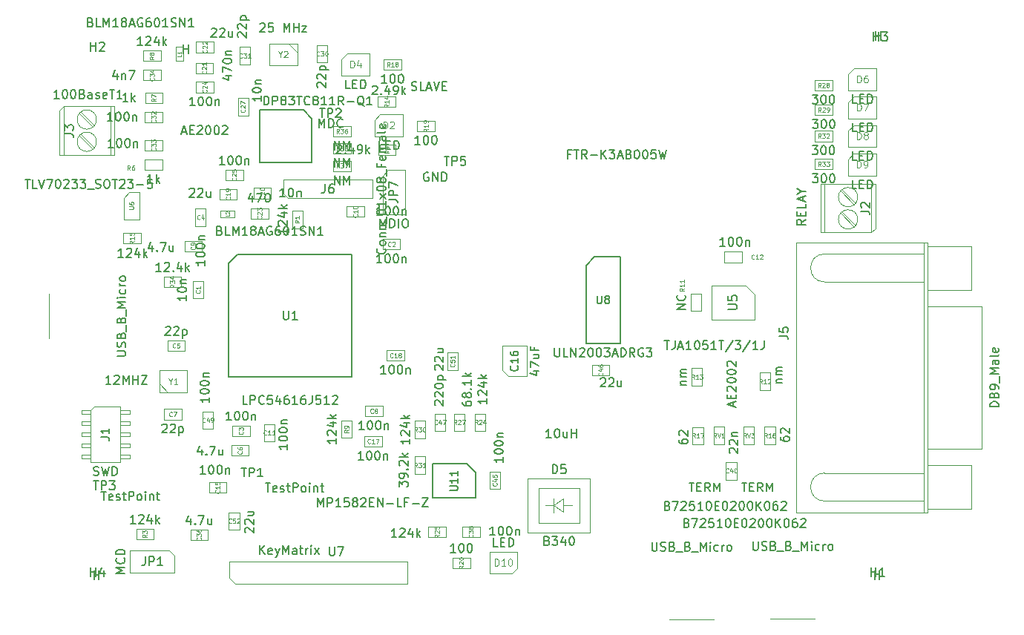
<source format=gbr>
G04 #@! TF.GenerationSoftware,KiCad,Pcbnew,(5.99.0-97-g37fac7a8f)*
G04 #@! TF.CreationDate,2019-11-17T20:53:56+01:00*
G04 #@! TF.ProjectId,canbox,63616e62-6f78-42e6-9b69-6361645f7063,rev?*
G04 #@! TF.SameCoordinates,Original*
G04 #@! TF.FileFunction,Other,Fab,Top*
%FSLAX46Y46*%
G04 Gerber Fmt 4.6, Leading zero omitted, Abs format (unit mm)*
G04 Created by KiCad (PCBNEW (5.99.0-97-g37fac7a8f)) date 2019-11-17 20:53:56*
%MOMM*%
%LPD*%
G04 APERTURE LIST*
%ADD10C,0.100000*%
%ADD11C,0.120000*%
%ADD12C,0.150000*%
%ADD13C,0.080000*%
%ADD14C,0.075000*%
%ADD15C,0.105000*%
%ADD16C,0.130000*%
%ADD17C,0.135000*%
%ADD18C,0.060000*%
G04 APERTURE END LIST*
D10*
X52470040Y-37065040D02*
X52470040Y-35865040D01*
X52470040Y-35865040D02*
X54470040Y-35865040D01*
X54470040Y-35865040D02*
X54470040Y-37065040D01*
X54470040Y-37065040D02*
X52470040Y-37065040D01*
X52485040Y-39045040D02*
X52485040Y-37845040D01*
X52485040Y-37845040D02*
X54485040Y-37845040D01*
X54485040Y-37845040D02*
X54485040Y-39045040D01*
X54485040Y-39045040D02*
X52485040Y-39045040D01*
X52470040Y-35085040D02*
X52470040Y-33885040D01*
X52470040Y-33885040D02*
X54470040Y-33885040D01*
X54470040Y-33885040D02*
X54470040Y-35085040D01*
X54470040Y-35085040D02*
X52470040Y-35085040D01*
D11*
X90825040Y-90195040D02*
X95905040Y-90195040D01*
X102365040Y-90115040D02*
X107445040Y-90115040D01*
D12*
X50060658Y-33044459D02*
X49060658Y-32044459D01*
X49060658Y-32044459D02*
X44060658Y-32044459D01*
X44060658Y-32044459D02*
X44060658Y-38044459D01*
X44060658Y-38044459D02*
X50060658Y-38044459D01*
X50060658Y-38044459D02*
X50060658Y-33044459D01*
D10*
X46790040Y-41610040D02*
X46790040Y-40035040D01*
X46790040Y-40035040D02*
X56950040Y-40035040D01*
X56950040Y-40035040D02*
X56950040Y-42135040D01*
X56950040Y-42135040D02*
X47315040Y-42135040D01*
X47315040Y-42135040D02*
X46790040Y-41610040D01*
X58760040Y-38905040D02*
X60665040Y-38905040D01*
X60665040Y-38905040D02*
X60665040Y-43985040D01*
X60665040Y-43985040D02*
X58125040Y-43985040D01*
X58125040Y-43985040D02*
X58125040Y-39540040D01*
X58125040Y-39540040D02*
X58760040Y-38905040D01*
X34396859Y-82951331D02*
X34396859Y-84856331D01*
X34396859Y-84856331D02*
X29316859Y-84856331D01*
X29316859Y-84856331D02*
X29316859Y-82316331D01*
X29316859Y-82316331D02*
X33761859Y-82316331D01*
X33761859Y-82316331D02*
X34396859Y-82951331D01*
X70305658Y-84969459D02*
X72880658Y-84969459D01*
X72880658Y-84969459D02*
X73505658Y-84344459D01*
X73505658Y-84344459D02*
X73505658Y-82469459D01*
X73505658Y-82469459D02*
X70305658Y-82469459D01*
X70305658Y-82469459D02*
X70305658Y-84969459D01*
X114426859Y-37056331D02*
X111851859Y-37056331D01*
X111851859Y-37056331D02*
X111226859Y-37681331D01*
X111226859Y-37681331D02*
X111226859Y-39556331D01*
X111226859Y-39556331D02*
X114426859Y-39556331D01*
X114426859Y-39556331D02*
X114426859Y-37056331D01*
X114455338Y-33788479D02*
X111880338Y-33788479D01*
X111880338Y-33788479D02*
X111255338Y-34413479D01*
X111255338Y-34413479D02*
X111255338Y-36288479D01*
X111255338Y-36288479D02*
X114455338Y-36288479D01*
X114455338Y-36288479D02*
X114455338Y-33788479D01*
X114466859Y-30546331D02*
X111891859Y-30546331D01*
X111891859Y-30546331D02*
X111266859Y-31171331D01*
X111266859Y-31171331D02*
X111266859Y-33046331D01*
X111266859Y-33046331D02*
X114466859Y-33046331D01*
X114466859Y-33046331D02*
X114466859Y-30546331D01*
X114466859Y-27316331D02*
X111891859Y-27316331D01*
X111891859Y-27316331D02*
X111266859Y-27941331D01*
X111266859Y-27941331D02*
X111266859Y-29816331D01*
X111266859Y-29816331D02*
X114466859Y-29816331D01*
X114466859Y-29816331D02*
X114466859Y-27316331D01*
X56625658Y-25629459D02*
X54050658Y-25629459D01*
X54050658Y-25629459D02*
X53425658Y-26254459D01*
X53425658Y-26254459D02*
X53425658Y-28129459D01*
X53425658Y-28129459D02*
X56625658Y-28129459D01*
X56625658Y-28129459D02*
X56625658Y-25629459D01*
X60415040Y-32575040D02*
X57840040Y-32575040D01*
X57840040Y-32575040D02*
X57215040Y-33200040D01*
X57215040Y-33200040D02*
X57215040Y-35075040D01*
X57215040Y-35075040D02*
X60415040Y-35075040D01*
X60415040Y-35075040D02*
X60415040Y-32575040D01*
X77598298Y-77178099D02*
X78748918Y-76377999D01*
X77598298Y-77178099D02*
X78748918Y-77927399D01*
X78748918Y-77927399D02*
X78748918Y-76377999D01*
X77598298Y-76377999D02*
X77598298Y-77978199D01*
X78748918Y-77178099D02*
X79747138Y-77178099D01*
X77598298Y-77178099D02*
X76696598Y-77178099D01*
X80547738Y-75177079D02*
X75947738Y-75177079D01*
X80547738Y-75177079D02*
X80547738Y-79177079D01*
X75947738Y-79177079D02*
X75947738Y-75177079D01*
X80547738Y-79177079D02*
X75947738Y-79177079D01*
X81797738Y-74077079D02*
X74697738Y-74077079D01*
X81797738Y-74077079D02*
X81797738Y-80277079D01*
X74697738Y-80277079D02*
X74697738Y-74077079D01*
X81797738Y-80277079D02*
X74697738Y-80277079D01*
X30375658Y-41429459D02*
X30375658Y-44529459D01*
X30375658Y-44529459D02*
X28575658Y-44529459D01*
X28575658Y-42079459D02*
X28575658Y-44529459D01*
X30375658Y-41429459D02*
X29225658Y-41429459D01*
X28575658Y-42079459D02*
X29225658Y-41429459D01*
D12*
X41565658Y-48539459D02*
X54565658Y-48539459D01*
X54565658Y-48539459D02*
X54565658Y-62539459D01*
X54565658Y-62539459D02*
X40565658Y-62539459D01*
X40565658Y-62539459D02*
X40565658Y-49539459D01*
X40565658Y-49539459D02*
X41565658Y-48539459D01*
D10*
X48375658Y-25479459D02*
X47375658Y-24479459D01*
X45175658Y-26979459D02*
X48375658Y-26979459D01*
X45175658Y-24479459D02*
X45175658Y-26979459D01*
X48375658Y-24479459D02*
X45175658Y-24479459D01*
X48375658Y-26979459D02*
X48375658Y-24479459D01*
X32631358Y-63290059D02*
X33631358Y-64290059D01*
X35831358Y-61790059D02*
X32631358Y-61790059D01*
X35831358Y-64290059D02*
X35831358Y-61790059D01*
X32631358Y-64290059D02*
X35831358Y-64290059D01*
X32631358Y-61790059D02*
X32631358Y-64290059D01*
X66104858Y-83145519D02*
X68104858Y-83145519D01*
X66104858Y-84345519D02*
X66104858Y-83145519D01*
X68104858Y-84345519D02*
X66104858Y-84345519D01*
X68104858Y-83145519D02*
X68104858Y-84345519D01*
X64065040Y-34475040D02*
X62065040Y-34475040D01*
X64065040Y-33275040D02*
X64065040Y-34475040D01*
X62065040Y-33275040D02*
X64065040Y-33275040D01*
X62065040Y-34475040D02*
X62065040Y-33275040D01*
X60250658Y-27479459D02*
X58250658Y-27479459D01*
X60250658Y-26279459D02*
X60250658Y-27479459D01*
X58250658Y-26279459D02*
X60250658Y-26279459D01*
X58250658Y-27479459D02*
X58250658Y-26279459D01*
X59590040Y-31705040D02*
X57590040Y-31705040D01*
X59590040Y-30505040D02*
X59590040Y-31705040D01*
X57590040Y-30505040D02*
X59590040Y-30505040D01*
X57590040Y-31705040D02*
X57590040Y-30505040D01*
X45100040Y-44465040D02*
X43100040Y-44465040D01*
X45100040Y-43265040D02*
X45100040Y-44465040D01*
X43100040Y-43265040D02*
X45100040Y-43265040D01*
X43100040Y-44465040D02*
X43100040Y-43265040D01*
X38800658Y-27879459D02*
X36800658Y-27879459D01*
X38800658Y-26679459D02*
X38800658Y-27879459D01*
X36800658Y-26679459D02*
X38800658Y-26679459D01*
X36800658Y-27879459D02*
X36800658Y-26679459D01*
X45390040Y-42165040D02*
X43390040Y-42165040D01*
X45390040Y-40965040D02*
X45390040Y-42165040D01*
X43390040Y-40965040D02*
X45390040Y-40965040D01*
X43390040Y-42165040D02*
X43390040Y-40965040D01*
X39498578Y-41062799D02*
X41498578Y-41062799D01*
X39498578Y-42262799D02*
X39498578Y-41062799D01*
X41498578Y-42262799D02*
X39498578Y-42262799D01*
X41498578Y-41062799D02*
X41498578Y-42262799D01*
X93295858Y-55020159D02*
X93295858Y-53020159D01*
X94495858Y-55020159D02*
X93295858Y-55020159D01*
X94495858Y-53020159D02*
X94495858Y-55020159D01*
X93295858Y-53020159D02*
X94495858Y-53020159D01*
X29244178Y-71814479D02*
X28199178Y-71814479D01*
X29244178Y-71414479D02*
X29244178Y-71814479D01*
X28199178Y-71414479D02*
X29244178Y-71414479D01*
X23744178Y-71814479D02*
X24789178Y-71814479D01*
X23744178Y-71414479D02*
X23744178Y-71814479D01*
X24789178Y-71414479D02*
X23744178Y-71414479D01*
X29244178Y-70544479D02*
X28199178Y-70544479D01*
X29244178Y-70144479D02*
X29244178Y-70544479D01*
X28199178Y-70144479D02*
X29244178Y-70144479D01*
X23744178Y-70544479D02*
X24789178Y-70544479D01*
X23744178Y-70144479D02*
X23744178Y-70544479D01*
X24789178Y-70144479D02*
X23744178Y-70144479D01*
X29244178Y-69274479D02*
X28199178Y-69274479D01*
X29244178Y-68874479D02*
X29244178Y-69274479D01*
X28199178Y-68874479D02*
X29244178Y-68874479D01*
X23744178Y-69274479D02*
X24789178Y-69274479D01*
X23744178Y-68874479D02*
X23744178Y-69274479D01*
X24789178Y-68874479D02*
X23744178Y-68874479D01*
X29244178Y-68004479D02*
X28199178Y-68004479D01*
X29244178Y-67604479D02*
X29244178Y-68004479D01*
X28199178Y-67604479D02*
X29244178Y-67604479D01*
X23744178Y-68004479D02*
X24789178Y-68004479D01*
X23744178Y-67604479D02*
X23744178Y-68004479D01*
X24789178Y-67604479D02*
X23744178Y-67604479D01*
X29244178Y-66734479D02*
X28199178Y-66734479D01*
X29244178Y-66334479D02*
X29244178Y-66734479D01*
X28199178Y-66334479D02*
X29244178Y-66334479D01*
X23744178Y-66734479D02*
X24789178Y-66734479D01*
X23744178Y-66334479D02*
X23744178Y-66734479D01*
X24789178Y-66334479D02*
X23744178Y-66334479D01*
X28199178Y-65899479D02*
X28199178Y-72249479D01*
X24789178Y-66334479D02*
X25224178Y-65899479D01*
X24789178Y-72249479D02*
X24789178Y-66334479D01*
X25224178Y-65899479D02*
X28199178Y-65899479D01*
X28199178Y-72249479D02*
X24789178Y-72249479D01*
X53425658Y-69479459D02*
X53425658Y-67479459D01*
X54625658Y-69479459D02*
X53425658Y-69479459D01*
X54625658Y-67479459D02*
X54625658Y-69479459D01*
X53425658Y-67479459D02*
X54625658Y-67479459D01*
X58025658Y-70479459D02*
X56025658Y-70479459D01*
X58025658Y-69279459D02*
X58025658Y-70479459D01*
X56025658Y-69279459D02*
X58025658Y-69279459D01*
X56025658Y-70479459D02*
X56025658Y-69279459D01*
X74569218Y-58957119D02*
X71769218Y-58957119D01*
X74569218Y-62457119D02*
X74569218Y-58957119D01*
X72469218Y-62457119D02*
X74569218Y-62457119D01*
X71769218Y-61757119D02*
X72469218Y-62457119D01*
X71769218Y-58957119D02*
X71769218Y-61757119D01*
D12*
X67731058Y-72434759D02*
X68731058Y-73434759D01*
X63831058Y-72434759D02*
X67731058Y-72434759D01*
X63831058Y-76334759D02*
X63831058Y-72434759D01*
X68731058Y-76334759D02*
X63831058Y-76334759D01*
X68731058Y-73434759D02*
X68731058Y-76334759D01*
D10*
X40307018Y-75739239D02*
X38307018Y-75739239D01*
X40307018Y-74539239D02*
X40307018Y-75739239D01*
X38307018Y-74539239D02*
X40307018Y-74539239D01*
X38307018Y-75739239D02*
X38307018Y-74539239D01*
X35510040Y-46985040D02*
X37510040Y-46985040D01*
X35510040Y-48185040D02*
X35510040Y-46985040D01*
X37510040Y-48185040D02*
X35510040Y-48185040D01*
X37510040Y-46985040D02*
X37510040Y-48185040D01*
X119879178Y-48490119D02*
X108559178Y-48490119D01*
X119879178Y-51690119D02*
X108559178Y-51690119D01*
X119879178Y-73490119D02*
X108559178Y-73490119D01*
X119879178Y-76690119D02*
X108559178Y-76690119D01*
X120279178Y-47590119D02*
X120279178Y-52590119D01*
X125279178Y-47590119D02*
X120279178Y-47590119D01*
X125279178Y-52590119D02*
X125279178Y-47590119D01*
X120279178Y-52590119D02*
X125279178Y-52590119D01*
X120279178Y-72590119D02*
X120279178Y-77590119D01*
X125279178Y-72590119D02*
X120279178Y-72590119D01*
X125279178Y-77590119D02*
X125279178Y-72590119D01*
X120279178Y-77590119D02*
X125279178Y-77590119D01*
X120279178Y-54440119D02*
X120279178Y-70740119D01*
X126449178Y-54440119D02*
X120279178Y-54440119D01*
X126449178Y-70740119D02*
X126449178Y-54440119D01*
X120279178Y-70740119D02*
X126449178Y-70740119D01*
X119879178Y-47165119D02*
X119879178Y-78015119D01*
X120279178Y-47165119D02*
X119879178Y-47165119D01*
X120279178Y-78015119D02*
X120279178Y-47165119D01*
X119879178Y-78015119D02*
X120279178Y-78015119D01*
X105339178Y-47165119D02*
X105339178Y-78015119D01*
X119879178Y-47165119D02*
X105339178Y-47165119D01*
X119879178Y-78015119D02*
X119879178Y-47165119D01*
X105339178Y-78015119D02*
X119879178Y-78015119D01*
X108559178Y-48490119D02*
G75*
G03X108559178Y-51690119I0J-1600000D01*
G01*
X108559178Y-73490119D02*
G75*
G03X108559178Y-76690119I0J-1600000D01*
G01*
X25200658Y-36392259D02*
X23665658Y-34857259D01*
X25065658Y-36526259D02*
X23530658Y-34991259D01*
X25200658Y-33852259D02*
X23665658Y-32316259D01*
X25065658Y-33986259D02*
X23530658Y-32450259D01*
X27065658Y-31651259D02*
X27065658Y-37191259D01*
X21765658Y-31651259D02*
X21765658Y-37191259D01*
X21765658Y-31651259D02*
X27465658Y-31651259D01*
X21265658Y-32151259D02*
X21765658Y-31651259D01*
X21265658Y-37191259D02*
X21265658Y-32151259D01*
X27465658Y-37191259D02*
X21265658Y-37191259D01*
X27465658Y-31651259D02*
X27465658Y-37191259D01*
X25465658Y-35691259D02*
G75*
G03X25465658Y-35691259I-1100000J0D01*
G01*
X25465658Y-33151259D02*
G75*
G03X25465658Y-33151259I-1100000J0D01*
G01*
X110391859Y-41305331D02*
X111926859Y-42840331D01*
X110526859Y-41171331D02*
X112061859Y-42706331D01*
X110391859Y-43845331D02*
X111926859Y-45381331D01*
X110526859Y-43711331D02*
X112061859Y-45247331D01*
X108526859Y-46046331D02*
X108526859Y-40506331D01*
X113826859Y-46046331D02*
X113826859Y-40506331D01*
X113826859Y-46046331D02*
X108126859Y-46046331D01*
X114326859Y-45546331D02*
X113826859Y-46046331D01*
X114326859Y-40506331D02*
X114326859Y-45546331D01*
X108126859Y-40506331D02*
X114326859Y-40506331D01*
X108126859Y-46046331D02*
X108126859Y-40506331D01*
X112326859Y-42006331D02*
G75*
G03X112326859Y-42006331I-1100000J0D01*
G01*
X112326859Y-44546331D02*
G75*
G03X112326859Y-44546331I-1100000J0D01*
G01*
X33160040Y-51065040D02*
X35160040Y-51065040D01*
X33160040Y-52265040D02*
X33160040Y-51065040D01*
X35160040Y-52265040D02*
X33160040Y-52265040D01*
X35160040Y-51065040D02*
X35160040Y-52265040D01*
X66266058Y-68709759D02*
X66266058Y-66709759D01*
X67466058Y-68709759D02*
X66266058Y-68709759D01*
X67466058Y-66709759D02*
X67466058Y-68709759D01*
X66266058Y-66709759D02*
X67466058Y-66709759D01*
X68666058Y-68709759D02*
X68666058Y-66709759D01*
X69866058Y-68709759D02*
X68666058Y-68709759D01*
X69866058Y-66709759D02*
X69866058Y-68709759D01*
X68666058Y-66709759D02*
X69866058Y-66709759D01*
D12*
X81318258Y-49813359D02*
X82318258Y-48813359D01*
X81318258Y-58713359D02*
X81318258Y-49813359D01*
X85218258Y-58713359D02*
X81318258Y-58713359D01*
X85218258Y-48813359D02*
X85218258Y-58713359D01*
X82318258Y-48813359D02*
X85218258Y-48813359D01*
D10*
X41266818Y-86128039D02*
X40631818Y-85493039D01*
X60951818Y-86128039D02*
X41266818Y-86128039D01*
X60951818Y-83588039D02*
X60951818Y-86128039D01*
X40631818Y-83588039D02*
X60951818Y-83588039D01*
X40631818Y-85493039D02*
X40631818Y-83588039D01*
X99545858Y-52095159D02*
X100545858Y-53095159D01*
X95645858Y-52095159D02*
X99545858Y-52095159D01*
X95645858Y-55995159D02*
X95645858Y-52095159D01*
X100545858Y-55995159D02*
X95645858Y-55995159D01*
X100545858Y-53095159D02*
X100545858Y-55995159D01*
X99295858Y-70220159D02*
X99295858Y-68220159D01*
X100495858Y-70220159D02*
X99295858Y-70220159D01*
X100495858Y-68220159D02*
X100495858Y-70220159D01*
X99295858Y-68220159D02*
X100495858Y-68220159D01*
X95895858Y-70220159D02*
X95895858Y-68220159D01*
X97095858Y-70220159D02*
X95895858Y-70220159D01*
X97095858Y-68220159D02*
X97095858Y-70220159D01*
X95895858Y-68220159D02*
X97095858Y-68220159D01*
X109455338Y-38838479D02*
X107455338Y-38838479D01*
X109455338Y-37638479D02*
X109455338Y-38838479D01*
X107455338Y-37638479D02*
X109455338Y-37638479D01*
X107455338Y-38838479D02*
X107455338Y-37638479D01*
X109430338Y-35638479D02*
X107430338Y-35638479D01*
X109430338Y-34438479D02*
X109430338Y-35638479D01*
X107430338Y-34438479D02*
X109430338Y-34438479D01*
X107430338Y-35638479D02*
X107430338Y-34438479D01*
X61761058Y-73609759D02*
X61761058Y-71609759D01*
X62961058Y-73609759D02*
X61761058Y-73609759D01*
X62961058Y-71609759D02*
X62961058Y-73609759D01*
X61761058Y-71609759D02*
X62961058Y-71609759D01*
X61781058Y-69524759D02*
X61781058Y-67524759D01*
X62981058Y-69524759D02*
X61781058Y-69524759D01*
X62981058Y-67524759D02*
X62981058Y-69524759D01*
X61781058Y-67524759D02*
X62981058Y-67524759D01*
X109455338Y-32638479D02*
X107455338Y-32638479D01*
X109455338Y-31438479D02*
X109455338Y-32638479D01*
X107455338Y-31438479D02*
X109455338Y-31438479D01*
X107455338Y-32638479D02*
X107455338Y-31438479D01*
X109430338Y-29838479D02*
X107430338Y-29838479D01*
X109430338Y-28638479D02*
X109430338Y-29838479D01*
X107430338Y-28638479D02*
X109430338Y-28638479D01*
X107430338Y-29838479D02*
X107430338Y-28638479D01*
X63321058Y-79614759D02*
X65321058Y-79614759D01*
X63321058Y-80814759D02*
X63321058Y-79614759D01*
X65321058Y-80814759D02*
X63321058Y-80814759D01*
X65321058Y-79614759D02*
X65321058Y-80814759D01*
X93495858Y-70245159D02*
X93495858Y-68245159D01*
X94695858Y-70245159D02*
X93495858Y-70245159D01*
X94695858Y-68245159D02*
X94695858Y-70245159D01*
X93495858Y-68245159D02*
X94695858Y-68245159D01*
X101695858Y-70220159D02*
X101695858Y-68220159D01*
X102895858Y-70220159D02*
X101695858Y-70220159D01*
X102895858Y-68220159D02*
X102895858Y-70220159D01*
X101695858Y-68220159D02*
X102895858Y-68220159D01*
X28517938Y-46107239D02*
X30517938Y-46107239D01*
X28517938Y-47307239D02*
X28517938Y-46107239D01*
X30517938Y-47307239D02*
X28517938Y-47307239D01*
X30517938Y-46107239D02*
X30517938Y-47307239D01*
X93395758Y-63540659D02*
X93395758Y-61540659D01*
X94595758Y-63540659D02*
X93395758Y-63540659D01*
X94595758Y-61540659D02*
X94595758Y-63540659D01*
X93395758Y-61540659D02*
X94595758Y-61540659D01*
X101139138Y-64045679D02*
X101139138Y-62045679D01*
X102339138Y-64045679D02*
X101139138Y-64045679D01*
X102339138Y-62045679D02*
X102339138Y-64045679D01*
X101139138Y-62045679D02*
X102339138Y-62045679D01*
X30800658Y-25279459D02*
X32800658Y-25279459D01*
X30800658Y-26479459D02*
X30800658Y-25279459D01*
X32800658Y-26479459D02*
X30800658Y-26479459D01*
X32800658Y-25279459D02*
X32800658Y-26479459D01*
X33025658Y-31279459D02*
X31025658Y-31279459D01*
X33025658Y-30079459D02*
X33025658Y-31279459D01*
X31025658Y-30079459D02*
X33025658Y-30079459D01*
X31025658Y-31279459D02*
X31025658Y-30079459D01*
X33000658Y-38879459D02*
X31000658Y-38879459D01*
X33000658Y-37679459D02*
X33000658Y-38879459D01*
X31000658Y-37679459D02*
X33000658Y-37679459D01*
X31000658Y-38879459D02*
X31000658Y-37679459D01*
X57630040Y-35995040D02*
X59630040Y-35995040D01*
X57630040Y-37195040D02*
X57630040Y-35995040D01*
X59630040Y-37195040D02*
X57630040Y-37195040D01*
X59630040Y-35995040D02*
X59630040Y-37195040D01*
X29999738Y-79853239D02*
X31999738Y-79853239D01*
X29999738Y-81053239D02*
X29999738Y-79853239D01*
X31999738Y-81053239D02*
X29999738Y-81053239D01*
X31999738Y-79853239D02*
X31999738Y-81053239D01*
X48995040Y-43570040D02*
X48995040Y-45570040D01*
X47795040Y-43570040D02*
X48995040Y-43570040D01*
X47795040Y-45570040D02*
X47795040Y-43570040D01*
X48995040Y-45570040D02*
X47795040Y-45570040D01*
X41234938Y-44318319D02*
X39634938Y-44318319D01*
X41234938Y-43518319D02*
X41234938Y-44318319D01*
X39634938Y-43518319D02*
X41234938Y-43518319D01*
X39634938Y-44318319D02*
X39634938Y-43518319D01*
X34550658Y-26479459D02*
X34550658Y-24879459D01*
X35350658Y-26479459D02*
X34550658Y-26479459D01*
X35350658Y-24879459D02*
X35350658Y-26479459D01*
X34550658Y-24879459D02*
X35350658Y-24879459D01*
D11*
X20086859Y-53071331D02*
X20086859Y-58151331D01*
D10*
X41780458Y-77976559D02*
X41780458Y-79976559D01*
X40580458Y-77976559D02*
X41780458Y-77976559D01*
X40580458Y-79976559D02*
X40580458Y-77976559D01*
X41780458Y-79976559D02*
X40580458Y-79976559D01*
X66697858Y-59739359D02*
X66697858Y-61739359D01*
X65497858Y-59739359D02*
X66697858Y-59739359D01*
X65497858Y-61739359D02*
X65497858Y-59739359D01*
X66697858Y-61739359D02*
X65497858Y-61739359D01*
X37588338Y-68478199D02*
X37588338Y-66478199D01*
X38788338Y-68478199D02*
X37588338Y-68478199D01*
X38788338Y-66478199D02*
X38788338Y-68478199D01*
X37588338Y-66478199D02*
X38788338Y-66478199D01*
X65266058Y-66709759D02*
X65266058Y-68709759D01*
X64066058Y-66709759D02*
X65266058Y-66709759D01*
X64066058Y-68709759D02*
X64066058Y-66709759D01*
X65266058Y-68709759D02*
X64066058Y-68709759D01*
X82005258Y-61133879D02*
X84005258Y-61133879D01*
X82005258Y-62333879D02*
X82005258Y-61133879D01*
X84005258Y-62333879D02*
X82005258Y-62333879D01*
X84005258Y-61133879D02*
X84005258Y-62333879D01*
X70328938Y-75333439D02*
X70328938Y-73333439D01*
X71528938Y-75333439D02*
X70328938Y-75333439D01*
X71528938Y-73333439D02*
X71528938Y-75333439D01*
X70328938Y-73333439D02*
X71528938Y-73333439D01*
X98495858Y-72245159D02*
X98495858Y-74245159D01*
X97295858Y-72245159D02*
X98495858Y-72245159D01*
X97295858Y-74245159D02*
X97295858Y-72245159D01*
X98495858Y-74245159D02*
X97295858Y-74245159D01*
X69206058Y-80804759D02*
X67206058Y-80804759D01*
X69206058Y-79604759D02*
X69206058Y-80804759D01*
X67206058Y-79604759D02*
X69206058Y-79604759D01*
X67206058Y-80804759D02*
X67206058Y-79604759D01*
X36180938Y-79954839D02*
X38180938Y-79954839D01*
X36180938Y-81154839D02*
X36180938Y-79954839D01*
X38180938Y-81154839D02*
X36180938Y-81154839D01*
X38180938Y-79954839D02*
X38180938Y-81154839D01*
X32825658Y-28679459D02*
X30825658Y-28679459D01*
X32825658Y-27479459D02*
X32825658Y-28679459D01*
X30825658Y-27479459D02*
X32825658Y-27479459D01*
X30825658Y-28679459D02*
X30825658Y-27479459D01*
X31000658Y-35479459D02*
X33000658Y-35479459D01*
X31000658Y-36679459D02*
X31000658Y-35479459D01*
X33000658Y-36679459D02*
X31000658Y-36679459D01*
X33000658Y-35479459D02*
X33000658Y-36679459D01*
X33000658Y-33479459D02*
X31000658Y-33479459D01*
X33000658Y-32279459D02*
X33000658Y-33479459D01*
X31000658Y-32279459D02*
X33000658Y-32279459D01*
X31000658Y-33479459D02*
X31000658Y-32279459D01*
X43025658Y-24879459D02*
X43025658Y-26879459D01*
X41825658Y-24879459D02*
X43025658Y-24879459D01*
X41825658Y-26879459D02*
X41825658Y-24879459D01*
X43025658Y-26879459D02*
X41825658Y-26879459D01*
X50625658Y-26654459D02*
X50625658Y-24654459D01*
X51825658Y-26654459D02*
X50625658Y-26654459D01*
X51825658Y-24654459D02*
X51825658Y-26654459D01*
X50625658Y-24654459D02*
X51825658Y-24654459D01*
X42800658Y-30679459D02*
X42800658Y-32679459D01*
X41600658Y-30679459D02*
X42800658Y-30679459D01*
X41600658Y-32679459D02*
X41600658Y-30679459D01*
X42800658Y-32679459D02*
X41600658Y-32679459D01*
X40200658Y-38879459D02*
X42200658Y-38879459D01*
X40200658Y-40079459D02*
X40200658Y-38879459D01*
X42200658Y-40079459D02*
X40200658Y-40079459D01*
X42200658Y-38879459D02*
X42200658Y-40079459D01*
X38825658Y-30054459D02*
X36825658Y-30054459D01*
X38825658Y-28854459D02*
X38825658Y-30054459D01*
X36825658Y-28854459D02*
X38825658Y-28854459D01*
X36825658Y-30054459D02*
X36825658Y-28854459D01*
X38850658Y-25479459D02*
X36850658Y-25479459D01*
X38850658Y-24279459D02*
X38850658Y-25479459D01*
X36850658Y-24279459D02*
X38850658Y-24279459D01*
X36850658Y-25479459D02*
X36850658Y-24279459D01*
X60600658Y-60679459D02*
X58600658Y-60679459D01*
X60600658Y-59479459D02*
X60600658Y-60679459D01*
X58600658Y-59479459D02*
X60600658Y-59479459D01*
X58600658Y-60679459D02*
X58600658Y-59479459D01*
X99095858Y-49445159D02*
X97095858Y-49445159D01*
X99095858Y-48245159D02*
X99095858Y-49445159D01*
X97095858Y-48245159D02*
X99095858Y-48245159D01*
X97095858Y-49445159D02*
X97095858Y-48245159D01*
X44574498Y-69922079D02*
X44574498Y-67922079D01*
X45774498Y-69922079D02*
X44574498Y-69922079D01*
X45774498Y-67922079D02*
X45774498Y-69922079D01*
X44574498Y-67922079D02*
X45774498Y-67922079D01*
X56030040Y-44255040D02*
X54030040Y-44255040D01*
X56030040Y-43055040D02*
X56030040Y-44255040D01*
X54030040Y-43055040D02*
X56030040Y-43055040D01*
X54030040Y-44255040D02*
X54030040Y-43055040D01*
X58115658Y-67029459D02*
X56115658Y-67029459D01*
X58115658Y-65829459D02*
X58115658Y-67029459D01*
X56115658Y-65829459D02*
X58115658Y-65829459D01*
X56115658Y-67029459D02*
X56115658Y-65829459D01*
X35163818Y-67393559D02*
X33163818Y-67393559D01*
X35163818Y-66193559D02*
X35163818Y-67393559D01*
X33163818Y-66193559D02*
X35163818Y-66193559D01*
X33163818Y-67393559D02*
X33163818Y-66193559D01*
X40857258Y-70313439D02*
X42857258Y-70313439D01*
X40857258Y-71513439D02*
X40857258Y-70313439D01*
X42857258Y-71513439D02*
X40857258Y-71513439D01*
X42857258Y-70313439D02*
X42857258Y-71513439D01*
X33557298Y-58365279D02*
X35557298Y-58365279D01*
X33557298Y-59565279D02*
X33557298Y-58365279D01*
X35557298Y-59565279D02*
X33557298Y-59565279D01*
X35557298Y-58365279D02*
X35557298Y-59565279D01*
X37945058Y-43313399D02*
X37945058Y-45313399D01*
X36745058Y-43313399D02*
X37945058Y-43313399D01*
X36745058Y-45313399D02*
X36745058Y-43313399D01*
X37945058Y-45313399D02*
X36745058Y-45313399D01*
X40963938Y-68062999D02*
X42963938Y-68062999D01*
X40963938Y-69262999D02*
X40963938Y-68062999D01*
X42963938Y-69262999D02*
X40963938Y-69262999D01*
X42963938Y-68062999D02*
X42963938Y-69262999D01*
X60135658Y-47989459D02*
X58135658Y-47989459D01*
X60135658Y-46789459D02*
X60135658Y-47989459D01*
X58135658Y-46789459D02*
X60135658Y-46789459D01*
X58135658Y-47989459D02*
X58135658Y-46789459D01*
X37675658Y-51569459D02*
X37675658Y-53569459D01*
X36475658Y-51569459D02*
X37675658Y-51569459D01*
X36475658Y-53569459D02*
X36475658Y-51569459D01*
X37675658Y-53569459D02*
X36475658Y-53569459D01*
D12*
X52612897Y-38567420D02*
X52612897Y-37567420D01*
X53184325Y-38567420D01*
X53184325Y-37567420D01*
X53660516Y-38567420D02*
X53660516Y-37567420D01*
X53993849Y-38281706D01*
X54327182Y-37567420D01*
X54327182Y-38567420D01*
D13*
X53148611Y-36691230D02*
X52981944Y-36453135D01*
X52862897Y-36691230D02*
X52862897Y-36191230D01*
X53053373Y-36191230D01*
X53100992Y-36215040D01*
X53124801Y-36238849D01*
X53148611Y-36286468D01*
X53148611Y-36357897D01*
X53124801Y-36405516D01*
X53100992Y-36429325D01*
X53053373Y-36453135D01*
X52862897Y-36453135D01*
X53315278Y-36191230D02*
X53624801Y-36191230D01*
X53458135Y-36381706D01*
X53529563Y-36381706D01*
X53577182Y-36405516D01*
X53600992Y-36429325D01*
X53624801Y-36476944D01*
X53624801Y-36595992D01*
X53600992Y-36643611D01*
X53577182Y-36667420D01*
X53529563Y-36691230D01*
X53386706Y-36691230D01*
X53339087Y-36667420D01*
X53315278Y-36643611D01*
X53910516Y-36405516D02*
X53862897Y-36381706D01*
X53839087Y-36357897D01*
X53815278Y-36310278D01*
X53815278Y-36286468D01*
X53839087Y-36238849D01*
X53862897Y-36215040D01*
X53910516Y-36191230D01*
X54005754Y-36191230D01*
X54053373Y-36215040D01*
X54077182Y-36238849D01*
X54100992Y-36286468D01*
X54100992Y-36310278D01*
X54077182Y-36357897D01*
X54053373Y-36381706D01*
X54005754Y-36405516D01*
X53910516Y-36405516D01*
X53862897Y-36429325D01*
X53839087Y-36453135D01*
X53815278Y-36500754D01*
X53815278Y-36595992D01*
X53839087Y-36643611D01*
X53862897Y-36667420D01*
X53910516Y-36691230D01*
X54005754Y-36691230D01*
X54053373Y-36667420D01*
X54077182Y-36643611D01*
X54100992Y-36595992D01*
X54100992Y-36500754D01*
X54077182Y-36453135D01*
X54053373Y-36429325D01*
X54005754Y-36405516D01*
D12*
X52627897Y-40547420D02*
X52627897Y-39547420D01*
X53199325Y-40547420D01*
X53199325Y-39547420D01*
X53675516Y-40547420D02*
X53675516Y-39547420D01*
X54008849Y-40261706D01*
X54342182Y-39547420D01*
X54342182Y-40547420D01*
D13*
X53163611Y-38671230D02*
X52996944Y-38433135D01*
X52877897Y-38671230D02*
X52877897Y-38171230D01*
X53068373Y-38171230D01*
X53115992Y-38195040D01*
X53139801Y-38218849D01*
X53163611Y-38266468D01*
X53163611Y-38337897D01*
X53139801Y-38385516D01*
X53115992Y-38409325D01*
X53068373Y-38433135D01*
X52877897Y-38433135D01*
X53330278Y-38171230D02*
X53639801Y-38171230D01*
X53473135Y-38361706D01*
X53544563Y-38361706D01*
X53592182Y-38385516D01*
X53615992Y-38409325D01*
X53639801Y-38456944D01*
X53639801Y-38575992D01*
X53615992Y-38623611D01*
X53592182Y-38647420D01*
X53544563Y-38671230D01*
X53401706Y-38671230D01*
X53354087Y-38647420D01*
X53330278Y-38623611D01*
X53806468Y-38171230D02*
X54139801Y-38171230D01*
X53925516Y-38671230D01*
D12*
X52612897Y-36587420D02*
X52612897Y-35587420D01*
X53184325Y-36587420D01*
X53184325Y-35587420D01*
X53660516Y-36587420D02*
X53660516Y-35587420D01*
X53993849Y-36301706D01*
X54327182Y-35587420D01*
X54327182Y-36587420D01*
D13*
X53148611Y-34711230D02*
X52981944Y-34473135D01*
X52862897Y-34711230D02*
X52862897Y-34211230D01*
X53053373Y-34211230D01*
X53100992Y-34235040D01*
X53124801Y-34258849D01*
X53148611Y-34306468D01*
X53148611Y-34377897D01*
X53124801Y-34425516D01*
X53100992Y-34449325D01*
X53053373Y-34473135D01*
X52862897Y-34473135D01*
X53315278Y-34211230D02*
X53624801Y-34211230D01*
X53458135Y-34401706D01*
X53529563Y-34401706D01*
X53577182Y-34425516D01*
X53600992Y-34449325D01*
X53624801Y-34496944D01*
X53624801Y-34615992D01*
X53600992Y-34663611D01*
X53577182Y-34687420D01*
X53529563Y-34711230D01*
X53386706Y-34711230D01*
X53339087Y-34687420D01*
X53315278Y-34663611D01*
X54053373Y-34211230D02*
X53958135Y-34211230D01*
X53910516Y-34235040D01*
X53886706Y-34258849D01*
X53839087Y-34330278D01*
X53815278Y-34425516D01*
X53815278Y-34615992D01*
X53839087Y-34663611D01*
X53862897Y-34687420D01*
X53910516Y-34711230D01*
X54005754Y-34711230D01*
X54053373Y-34687420D01*
X54077182Y-34663611D01*
X54100992Y-34615992D01*
X54100992Y-34496944D01*
X54077182Y-34449325D01*
X54053373Y-34425516D01*
X54005754Y-34401706D01*
X53910516Y-34401706D01*
X53862897Y-34425516D01*
X53839087Y-34449325D01*
X53815278Y-34496944D01*
D12*
X88841230Y-81387420D02*
X88841230Y-82196944D01*
X88888849Y-82292182D01*
X88936468Y-82339801D01*
X89031706Y-82387420D01*
X89222182Y-82387420D01*
X89317420Y-82339801D01*
X89365040Y-82292182D01*
X89412659Y-82196944D01*
X89412659Y-81387420D01*
X89841230Y-82339801D02*
X89984087Y-82387420D01*
X90222182Y-82387420D01*
X90317420Y-82339801D01*
X90365040Y-82292182D01*
X90412659Y-82196944D01*
X90412659Y-82101706D01*
X90365040Y-82006468D01*
X90317420Y-81958849D01*
X90222182Y-81911230D01*
X90031706Y-81863611D01*
X89936468Y-81815992D01*
X89888849Y-81768373D01*
X89841230Y-81673135D01*
X89841230Y-81577897D01*
X89888849Y-81482659D01*
X89936468Y-81435040D01*
X90031706Y-81387420D01*
X90269801Y-81387420D01*
X90412659Y-81435040D01*
X91174563Y-81863611D02*
X91317420Y-81911230D01*
X91365040Y-81958849D01*
X91412659Y-82054087D01*
X91412659Y-82196944D01*
X91365040Y-82292182D01*
X91317420Y-82339801D01*
X91222182Y-82387420D01*
X90841230Y-82387420D01*
X90841230Y-81387420D01*
X91174563Y-81387420D01*
X91269801Y-81435040D01*
X91317420Y-81482659D01*
X91365040Y-81577897D01*
X91365040Y-81673135D01*
X91317420Y-81768373D01*
X91269801Y-81815992D01*
X91174563Y-81863611D01*
X90841230Y-81863611D01*
X91603135Y-82482659D02*
X92365040Y-82482659D01*
X92936468Y-81863611D02*
X93079325Y-81911230D01*
X93126944Y-81958849D01*
X93174563Y-82054087D01*
X93174563Y-82196944D01*
X93126944Y-82292182D01*
X93079325Y-82339801D01*
X92984087Y-82387420D01*
X92603135Y-82387420D01*
X92603135Y-81387420D01*
X92936468Y-81387420D01*
X93031706Y-81435040D01*
X93079325Y-81482659D01*
X93126944Y-81577897D01*
X93126944Y-81673135D01*
X93079325Y-81768373D01*
X93031706Y-81815992D01*
X92936468Y-81863611D01*
X92603135Y-81863611D01*
X93365040Y-82482659D02*
X94126944Y-82482659D01*
X94365040Y-82387420D02*
X94365040Y-81387420D01*
X94698373Y-82101706D01*
X95031706Y-81387420D01*
X95031706Y-82387420D01*
X95507897Y-82387420D02*
X95507897Y-81720754D01*
X95507897Y-81387420D02*
X95460278Y-81435040D01*
X95507897Y-81482659D01*
X95555516Y-81435040D01*
X95507897Y-81387420D01*
X95507897Y-81482659D01*
X96412659Y-82339801D02*
X96317420Y-82387420D01*
X96126944Y-82387420D01*
X96031706Y-82339801D01*
X95984087Y-82292182D01*
X95936468Y-82196944D01*
X95936468Y-81911230D01*
X95984087Y-81815992D01*
X96031706Y-81768373D01*
X96126944Y-81720754D01*
X96317420Y-81720754D01*
X96412659Y-81768373D01*
X96841230Y-82387420D02*
X96841230Y-81720754D01*
X96841230Y-81911230D02*
X96888849Y-81815992D01*
X96936468Y-81768373D01*
X97031706Y-81720754D01*
X97126944Y-81720754D01*
X97603135Y-82387420D02*
X97507897Y-82339801D01*
X97460278Y-82292182D01*
X97412659Y-82196944D01*
X97412659Y-81911230D01*
X97460278Y-81815992D01*
X97507897Y-81768373D01*
X97603135Y-81720754D01*
X97745992Y-81720754D01*
X97841230Y-81768373D01*
X97888849Y-81815992D01*
X97936468Y-81911230D01*
X97936468Y-82196944D01*
X97888849Y-82292182D01*
X97841230Y-82339801D01*
X97745992Y-82387420D01*
X97603135Y-82387420D01*
X100381230Y-81307420D02*
X100381230Y-82116944D01*
X100428849Y-82212182D01*
X100476468Y-82259801D01*
X100571706Y-82307420D01*
X100762182Y-82307420D01*
X100857420Y-82259801D01*
X100905040Y-82212182D01*
X100952659Y-82116944D01*
X100952659Y-81307420D01*
X101381230Y-82259801D02*
X101524087Y-82307420D01*
X101762182Y-82307420D01*
X101857420Y-82259801D01*
X101905040Y-82212182D01*
X101952659Y-82116944D01*
X101952659Y-82021706D01*
X101905040Y-81926468D01*
X101857420Y-81878849D01*
X101762182Y-81831230D01*
X101571706Y-81783611D01*
X101476468Y-81735992D01*
X101428849Y-81688373D01*
X101381230Y-81593135D01*
X101381230Y-81497897D01*
X101428849Y-81402659D01*
X101476468Y-81355040D01*
X101571706Y-81307420D01*
X101809801Y-81307420D01*
X101952659Y-81355040D01*
X102714563Y-81783611D02*
X102857420Y-81831230D01*
X102905040Y-81878849D01*
X102952659Y-81974087D01*
X102952659Y-82116944D01*
X102905040Y-82212182D01*
X102857420Y-82259801D01*
X102762182Y-82307420D01*
X102381230Y-82307420D01*
X102381230Y-81307420D01*
X102714563Y-81307420D01*
X102809801Y-81355040D01*
X102857420Y-81402659D01*
X102905040Y-81497897D01*
X102905040Y-81593135D01*
X102857420Y-81688373D01*
X102809801Y-81735992D01*
X102714563Y-81783611D01*
X102381230Y-81783611D01*
X103143135Y-82402659D02*
X103905040Y-82402659D01*
X104476468Y-81783611D02*
X104619325Y-81831230D01*
X104666944Y-81878849D01*
X104714563Y-81974087D01*
X104714563Y-82116944D01*
X104666944Y-82212182D01*
X104619325Y-82259801D01*
X104524087Y-82307420D01*
X104143135Y-82307420D01*
X104143135Y-81307420D01*
X104476468Y-81307420D01*
X104571706Y-81355040D01*
X104619325Y-81402659D01*
X104666944Y-81497897D01*
X104666944Y-81593135D01*
X104619325Y-81688373D01*
X104571706Y-81735992D01*
X104476468Y-81783611D01*
X104143135Y-81783611D01*
X104905040Y-82402659D02*
X105666944Y-82402659D01*
X105905040Y-82307420D02*
X105905040Y-81307420D01*
X106238373Y-82021706D01*
X106571706Y-81307420D01*
X106571706Y-82307420D01*
X107047897Y-82307420D02*
X107047897Y-81640754D01*
X107047897Y-81307420D02*
X107000278Y-81355040D01*
X107047897Y-81402659D01*
X107095516Y-81355040D01*
X107047897Y-81307420D01*
X107047897Y-81402659D01*
X107952659Y-82259801D02*
X107857420Y-82307420D01*
X107666944Y-82307420D01*
X107571706Y-82259801D01*
X107524087Y-82212182D01*
X107476468Y-82116944D01*
X107476468Y-81831230D01*
X107524087Y-81735992D01*
X107571706Y-81688373D01*
X107666944Y-81640754D01*
X107857420Y-81640754D01*
X107952659Y-81688373D01*
X108381230Y-82307420D02*
X108381230Y-81640754D01*
X108381230Y-81831230D02*
X108428849Y-81735992D01*
X108476468Y-81688373D01*
X108571706Y-81640754D01*
X108666944Y-81640754D01*
X109143135Y-82307420D02*
X109047897Y-82259801D01*
X109000278Y-82212182D01*
X108952659Y-82116944D01*
X108952659Y-81831230D01*
X109000278Y-81735992D01*
X109047897Y-81688373D01*
X109143135Y-81640754D01*
X109285992Y-81640754D01*
X109381230Y-81688373D01*
X109428849Y-81735992D01*
X109476468Y-81831230D01*
X109476468Y-82116944D01*
X109428849Y-82212182D01*
X109381230Y-82259801D01*
X109285992Y-82307420D01*
X109143135Y-82307420D01*
X44562600Y-31477659D02*
X44562600Y-30477659D01*
X44800696Y-30477659D01*
X44943553Y-30525279D01*
X45038791Y-30620517D01*
X45086410Y-30715755D01*
X45134029Y-30906231D01*
X45134029Y-31049088D01*
X45086410Y-31239564D01*
X45038791Y-31334802D01*
X44943553Y-31430040D01*
X44800696Y-31477659D01*
X44562600Y-31477659D01*
X45562600Y-31477659D02*
X45562600Y-30477659D01*
X45943553Y-30477659D01*
X46038791Y-30525279D01*
X46086410Y-30572898D01*
X46134029Y-30668136D01*
X46134029Y-30810993D01*
X46086410Y-30906231D01*
X46038791Y-30953850D01*
X45943553Y-31001469D01*
X45562600Y-31001469D01*
X46705458Y-30906231D02*
X46610219Y-30858612D01*
X46562600Y-30810993D01*
X46514981Y-30715755D01*
X46514981Y-30668136D01*
X46562600Y-30572898D01*
X46610219Y-30525279D01*
X46705458Y-30477659D01*
X46895934Y-30477659D01*
X46991172Y-30525279D01*
X47038791Y-30572898D01*
X47086410Y-30668136D01*
X47086410Y-30715755D01*
X47038791Y-30810993D01*
X46991172Y-30858612D01*
X46895934Y-30906231D01*
X46705458Y-30906231D01*
X46610219Y-30953850D01*
X46562600Y-31001469D01*
X46514981Y-31096707D01*
X46514981Y-31287183D01*
X46562600Y-31382421D01*
X46610219Y-31430040D01*
X46705458Y-31477659D01*
X46895934Y-31477659D01*
X46991172Y-31430040D01*
X47038791Y-31382421D01*
X47086410Y-31287183D01*
X47086410Y-31096707D01*
X47038791Y-31001469D01*
X46991172Y-30953850D01*
X46895934Y-30906231D01*
X47419743Y-30477659D02*
X48038791Y-30477659D01*
X47705458Y-30858612D01*
X47848315Y-30858612D01*
X47943553Y-30906231D01*
X47991172Y-30953850D01*
X48038791Y-31049088D01*
X48038791Y-31287183D01*
X47991172Y-31382421D01*
X47943553Y-31430040D01*
X47848315Y-31477659D01*
X47562600Y-31477659D01*
X47467362Y-31430040D01*
X47419743Y-31382421D01*
X48324505Y-30477659D02*
X48895934Y-30477659D01*
X48610219Y-31477659D02*
X48610219Y-30477659D01*
X49800696Y-31382421D02*
X49753077Y-31430040D01*
X49610219Y-31477659D01*
X49514981Y-31477659D01*
X49372124Y-31430040D01*
X49276886Y-31334802D01*
X49229267Y-31239564D01*
X49181648Y-31049088D01*
X49181648Y-30906231D01*
X49229267Y-30715755D01*
X49276886Y-30620517D01*
X49372124Y-30525279D01*
X49514981Y-30477659D01*
X49610219Y-30477659D01*
X49753077Y-30525279D01*
X49800696Y-30572898D01*
X50372124Y-30906231D02*
X50276886Y-30858612D01*
X50229267Y-30810993D01*
X50181648Y-30715755D01*
X50181648Y-30668136D01*
X50229267Y-30572898D01*
X50276886Y-30525279D01*
X50372124Y-30477659D01*
X50562600Y-30477659D01*
X50657838Y-30525279D01*
X50705458Y-30572898D01*
X50753077Y-30668136D01*
X50753077Y-30715755D01*
X50705458Y-30810993D01*
X50657838Y-30858612D01*
X50562600Y-30906231D01*
X50372124Y-30906231D01*
X50276886Y-30953850D01*
X50229267Y-31001469D01*
X50181648Y-31096707D01*
X50181648Y-31287183D01*
X50229267Y-31382421D01*
X50276886Y-31430040D01*
X50372124Y-31477659D01*
X50562600Y-31477659D01*
X50657838Y-31430040D01*
X50705458Y-31382421D01*
X50753077Y-31287183D01*
X50753077Y-31096707D01*
X50705458Y-31001469D01*
X50657838Y-30953850D01*
X50562600Y-30906231D01*
X51705458Y-31477659D02*
X51134029Y-31477659D01*
X51419743Y-31477659D02*
X51419743Y-30477659D01*
X51324505Y-30620517D01*
X51229267Y-30715755D01*
X51134029Y-30763374D01*
X52657838Y-31477659D02*
X52086410Y-31477659D01*
X52372124Y-31477659D02*
X52372124Y-30477659D01*
X52276886Y-30620517D01*
X52181648Y-30715755D01*
X52086410Y-30763374D01*
X53657838Y-31477659D02*
X53324505Y-31001469D01*
X53086410Y-31477659D02*
X53086410Y-30477659D01*
X53467362Y-30477659D01*
X53562600Y-30525279D01*
X53610219Y-30572898D01*
X53657838Y-30668136D01*
X53657838Y-30810993D01*
X53610219Y-30906231D01*
X53562600Y-30953850D01*
X53467362Y-31001469D01*
X53086410Y-31001469D01*
X54086410Y-31096707D02*
X54848315Y-31096707D01*
X55991172Y-31572898D02*
X55895934Y-31525279D01*
X55800696Y-31430040D01*
X55657838Y-31287183D01*
X55562600Y-31239564D01*
X55467362Y-31239564D01*
X55514981Y-31477659D02*
X55419743Y-31430040D01*
X55324505Y-31334802D01*
X55276886Y-31144326D01*
X55276886Y-30810993D01*
X55324505Y-30620517D01*
X55419743Y-30525279D01*
X55514981Y-30477659D01*
X55705458Y-30477659D01*
X55800696Y-30525279D01*
X55895934Y-30620517D01*
X55943553Y-30810993D01*
X55943553Y-31144326D01*
X55895934Y-31334802D01*
X55800696Y-31430040D01*
X55705458Y-31477659D01*
X55514981Y-31477659D01*
X56895934Y-31477659D02*
X56324505Y-31477659D01*
X56610219Y-31477659D02*
X56610219Y-30477659D01*
X56514981Y-30620517D01*
X56419743Y-30715755D01*
X56324505Y-30763374D01*
X58367182Y-47870754D02*
X58414801Y-47918373D01*
X58462420Y-48061230D01*
X58462420Y-48156468D01*
X58414801Y-48299325D01*
X58319563Y-48394563D01*
X58224325Y-48442182D01*
X58033849Y-48489801D01*
X57890992Y-48489801D01*
X57700516Y-48442182D01*
X57605278Y-48394563D01*
X57510040Y-48299325D01*
X57462420Y-48156468D01*
X57462420Y-48061230D01*
X57510040Y-47918373D01*
X57557659Y-47870754D01*
X58462420Y-47299325D02*
X58414801Y-47394563D01*
X58367182Y-47442182D01*
X58271944Y-47489801D01*
X57986230Y-47489801D01*
X57890992Y-47442182D01*
X57843373Y-47394563D01*
X57795754Y-47299325D01*
X57795754Y-47156468D01*
X57843373Y-47061230D01*
X57890992Y-47013611D01*
X57986230Y-46965992D01*
X58271944Y-46965992D01*
X58367182Y-47013611D01*
X58414801Y-47061230D01*
X58462420Y-47156468D01*
X58462420Y-47299325D01*
X57795754Y-46537420D02*
X58462420Y-46537420D01*
X57890992Y-46537420D02*
X57843373Y-46489801D01*
X57795754Y-46394563D01*
X57795754Y-46251706D01*
X57843373Y-46156468D01*
X57938611Y-46108849D01*
X58462420Y-46108849D01*
X57795754Y-45632659D02*
X58462420Y-45632659D01*
X57890992Y-45632659D02*
X57843373Y-45585040D01*
X57795754Y-45489801D01*
X57795754Y-45346944D01*
X57843373Y-45251706D01*
X57938611Y-45204087D01*
X58462420Y-45204087D01*
X58557659Y-44965992D02*
X58557659Y-44204087D01*
X57462420Y-43775516D02*
X57462420Y-43680278D01*
X57510040Y-43585040D01*
X57557659Y-43537420D01*
X57652897Y-43489801D01*
X57843373Y-43442182D01*
X58081468Y-43442182D01*
X58271944Y-43489801D01*
X58367182Y-43537420D01*
X58414801Y-43585040D01*
X58462420Y-43680278D01*
X58462420Y-43775516D01*
X58414801Y-43870754D01*
X58367182Y-43918373D01*
X58271944Y-43965992D01*
X58081468Y-44013611D01*
X57843373Y-44013611D01*
X57652897Y-43965992D01*
X57557659Y-43918373D01*
X57510040Y-43870754D01*
X57462420Y-43775516D01*
X58462420Y-42489801D02*
X58462420Y-43061230D01*
X58462420Y-42775516D02*
X57462420Y-42775516D01*
X57605278Y-42870754D01*
X57700516Y-42965992D01*
X57748135Y-43061230D01*
X58462420Y-42156468D02*
X57795754Y-41632659D01*
X57795754Y-42156468D02*
X58462420Y-41632659D01*
X57462420Y-41061230D02*
X57462420Y-40965992D01*
X57510040Y-40870754D01*
X57557659Y-40823135D01*
X57652897Y-40775516D01*
X57843373Y-40727897D01*
X58081468Y-40727897D01*
X58271944Y-40775516D01*
X58367182Y-40823135D01*
X58414801Y-40870754D01*
X58462420Y-40965992D01*
X58462420Y-41061230D01*
X58414801Y-41156468D01*
X58367182Y-41204087D01*
X58271944Y-41251706D01*
X58081468Y-41299325D01*
X57843373Y-41299325D01*
X57652897Y-41251706D01*
X57557659Y-41204087D01*
X57510040Y-41156468D01*
X57462420Y-41061230D01*
X57890992Y-40156468D02*
X57843373Y-40251706D01*
X57795754Y-40299325D01*
X57700516Y-40346944D01*
X57652897Y-40346944D01*
X57557659Y-40299325D01*
X57510040Y-40251706D01*
X57462420Y-40156468D01*
X57462420Y-39965992D01*
X57510040Y-39870754D01*
X57557659Y-39823135D01*
X57652897Y-39775516D01*
X57700516Y-39775516D01*
X57795754Y-39823135D01*
X57843373Y-39870754D01*
X57890992Y-39965992D01*
X57890992Y-40156468D01*
X57938611Y-40251706D01*
X57986230Y-40299325D01*
X58081468Y-40346944D01*
X58271944Y-40346944D01*
X58367182Y-40299325D01*
X58414801Y-40251706D01*
X58462420Y-40156468D01*
X58462420Y-39965992D01*
X58414801Y-39870754D01*
X58367182Y-39823135D01*
X58271944Y-39775516D01*
X58081468Y-39775516D01*
X57986230Y-39823135D01*
X57938611Y-39870754D01*
X57890992Y-39965992D01*
X58557659Y-39585040D02*
X58557659Y-38823135D01*
X57938611Y-38251706D02*
X57938611Y-38585040D01*
X58462420Y-38585040D02*
X57462420Y-38585040D01*
X57462420Y-38108849D01*
X58414801Y-37346944D02*
X58462420Y-37442182D01*
X58462420Y-37632659D01*
X58414801Y-37727897D01*
X58319563Y-37775516D01*
X57938611Y-37775516D01*
X57843373Y-37727897D01*
X57795754Y-37632659D01*
X57795754Y-37442182D01*
X57843373Y-37346944D01*
X57938611Y-37299325D01*
X58033849Y-37299325D01*
X58129087Y-37775516D01*
X58462420Y-36870754D02*
X57795754Y-36870754D01*
X57890992Y-36870754D02*
X57843373Y-36823135D01*
X57795754Y-36727897D01*
X57795754Y-36585040D01*
X57843373Y-36489801D01*
X57938611Y-36442182D01*
X58462420Y-36442182D01*
X57938611Y-36442182D02*
X57843373Y-36394563D01*
X57795754Y-36299325D01*
X57795754Y-36156468D01*
X57843373Y-36061230D01*
X57938611Y-36013611D01*
X58462420Y-36013611D01*
X58462420Y-35108849D02*
X57938611Y-35108849D01*
X57843373Y-35156468D01*
X57795754Y-35251706D01*
X57795754Y-35442182D01*
X57843373Y-35537420D01*
X58414801Y-35108849D02*
X58462420Y-35204087D01*
X58462420Y-35442182D01*
X58414801Y-35537420D01*
X58319563Y-35585040D01*
X58224325Y-35585040D01*
X58129087Y-35537420D01*
X58081468Y-35442182D01*
X58081468Y-35204087D01*
X58033849Y-35108849D01*
X58462420Y-34489801D02*
X58414801Y-34585040D01*
X58319563Y-34632659D01*
X57462420Y-34632659D01*
X58414801Y-33727897D02*
X58462420Y-33823135D01*
X58462420Y-34013611D01*
X58414801Y-34108849D01*
X58319563Y-34156468D01*
X57938611Y-34156468D01*
X57843373Y-34108849D01*
X57795754Y-34013611D01*
X57795754Y-33823135D01*
X57843373Y-33727897D01*
X57938611Y-33680278D01*
X58033849Y-33680278D01*
X58129087Y-34156468D01*
X51536706Y-40537420D02*
X51536706Y-41251706D01*
X51489087Y-41394563D01*
X51393849Y-41489801D01*
X51250992Y-41537420D01*
X51155754Y-41537420D01*
X52441468Y-40537420D02*
X52250992Y-40537420D01*
X52155754Y-40585040D01*
X52108135Y-40632659D01*
X52012897Y-40775516D01*
X51965278Y-40965992D01*
X51965278Y-41346944D01*
X52012897Y-41442182D01*
X52060516Y-41489801D01*
X52155754Y-41537420D01*
X52346230Y-41537420D01*
X52441468Y-41489801D01*
X52489087Y-41442182D01*
X52536706Y-41346944D01*
X52536706Y-41108849D01*
X52489087Y-41013611D01*
X52441468Y-40965992D01*
X52346230Y-40918373D01*
X52155754Y-40918373D01*
X52060516Y-40965992D01*
X52012897Y-41013611D01*
X51965278Y-41108849D01*
X57799801Y-45497420D02*
X57799801Y-44497420D01*
X58133135Y-45211706D01*
X58466468Y-44497420D01*
X58466468Y-45497420D01*
X58942659Y-45497420D02*
X58942659Y-44497420D01*
X59180754Y-44497420D01*
X59323611Y-44545040D01*
X59418849Y-44640278D01*
X59466468Y-44735516D01*
X59514087Y-44925992D01*
X59514087Y-45068849D01*
X59466468Y-45259325D01*
X59418849Y-45354563D01*
X59323611Y-45449801D01*
X59180754Y-45497420D01*
X58942659Y-45497420D01*
X59942659Y-45497420D02*
X59942659Y-44497420D01*
X60609325Y-44497420D02*
X60799801Y-44497420D01*
X60895040Y-44545040D01*
X60990278Y-44640278D01*
X61037897Y-44830754D01*
X61037897Y-45164087D01*
X60990278Y-45354563D01*
X60895040Y-45449801D01*
X60799801Y-45497420D01*
X60609325Y-45497420D01*
X60514087Y-45449801D01*
X60418849Y-45354563D01*
X60371230Y-45164087D01*
X60371230Y-44830754D01*
X60418849Y-44640278D01*
X60514087Y-44545040D01*
X60609325Y-44497420D01*
X58847420Y-42278373D02*
X59561706Y-42278373D01*
X59704563Y-42325992D01*
X59799801Y-42421230D01*
X59847420Y-42564087D01*
X59847420Y-42659325D01*
X59847420Y-41802182D02*
X58847420Y-41802182D01*
X58847420Y-41421230D01*
X58895040Y-41325992D01*
X58942659Y-41278373D01*
X59037897Y-41230754D01*
X59180754Y-41230754D01*
X59275992Y-41278373D01*
X59323611Y-41325992D01*
X59371230Y-41421230D01*
X59371230Y-41802182D01*
X58847420Y-40897420D02*
X58847420Y-40230754D01*
X59847420Y-40659325D01*
X28709239Y-84919664D02*
X27709239Y-84919664D01*
X28423525Y-84586331D01*
X27709239Y-84252997D01*
X28709239Y-84252997D01*
X28614001Y-83205378D02*
X28661620Y-83252997D01*
X28709239Y-83395854D01*
X28709239Y-83491092D01*
X28661620Y-83633950D01*
X28566382Y-83729188D01*
X28471144Y-83776807D01*
X28280668Y-83824426D01*
X28137811Y-83824426D01*
X27947335Y-83776807D01*
X27852097Y-83729188D01*
X27756859Y-83633950D01*
X27709239Y-83491092D01*
X27709239Y-83395854D01*
X27756859Y-83252997D01*
X27804478Y-83205378D01*
X28709239Y-82776807D02*
X27709239Y-82776807D01*
X27709239Y-82538711D01*
X27756859Y-82395854D01*
X27852097Y-82300616D01*
X27947335Y-82252997D01*
X28137811Y-82205378D01*
X28280668Y-82205378D01*
X28471144Y-82252997D01*
X28566382Y-82300616D01*
X28661620Y-82395854D01*
X28709239Y-82538711D01*
X28709239Y-82776807D01*
X31023525Y-83038711D02*
X31023525Y-83752997D01*
X30975906Y-83895854D01*
X30880668Y-83991092D01*
X30737811Y-84038711D01*
X30642573Y-84038711D01*
X31499716Y-84038711D02*
X31499716Y-83038711D01*
X31880668Y-83038711D01*
X31975906Y-83086331D01*
X32023525Y-83133950D01*
X32071144Y-83229188D01*
X32071144Y-83372045D01*
X32023525Y-83467283D01*
X31975906Y-83514902D01*
X31880668Y-83562521D01*
X31499716Y-83562521D01*
X33023525Y-84038711D02*
X32452097Y-84038711D01*
X32737811Y-84038711D02*
X32737811Y-83038711D01*
X32642573Y-83181569D01*
X32547335Y-83276807D01*
X32452097Y-83324426D01*
X71262800Y-81891839D02*
X70786610Y-81891839D01*
X70786610Y-80891839D01*
X71596134Y-81368030D02*
X71929467Y-81368030D01*
X72072324Y-81891839D02*
X71596134Y-81891839D01*
X71596134Y-80891839D01*
X72072324Y-80891839D01*
X72500896Y-81891839D02*
X72500896Y-80891839D01*
X72738991Y-80891839D01*
X72881848Y-80939459D01*
X72977086Y-81034697D01*
X73024705Y-81129935D01*
X73072324Y-81320411D01*
X73072324Y-81463268D01*
X73024705Y-81653744D01*
X72977086Y-81748982D01*
X72881848Y-81844220D01*
X72738991Y-81891839D01*
X72500896Y-81891839D01*
D11*
X70934229Y-84081363D02*
X70934229Y-83281363D01*
X71124705Y-83281363D01*
X71238991Y-83319459D01*
X71315181Y-83395649D01*
X71353277Y-83471839D01*
X71391372Y-83624220D01*
X71391372Y-83738506D01*
X71353277Y-83890887D01*
X71315181Y-83967078D01*
X71238991Y-84043268D01*
X71124705Y-84081363D01*
X70934229Y-84081363D01*
X72153277Y-84081363D02*
X71696134Y-84081363D01*
X71924705Y-84081363D02*
X71924705Y-83281363D01*
X71848515Y-83395649D01*
X71772324Y-83471839D01*
X71696134Y-83509935D01*
X72648515Y-83281363D02*
X72724705Y-83281363D01*
X72800896Y-83319459D01*
X72838991Y-83357554D01*
X72877086Y-83433744D01*
X72915181Y-83586125D01*
X72915181Y-83776601D01*
X72877086Y-83928982D01*
X72838991Y-84005173D01*
X72800896Y-84043268D01*
X72724705Y-84081363D01*
X72648515Y-84081363D01*
X72572324Y-84043268D01*
X72534229Y-84005173D01*
X72496134Y-83928982D01*
X72458038Y-83776601D01*
X72458038Y-83586125D01*
X72496134Y-83433744D01*
X72534229Y-83357554D01*
X72572324Y-83319459D01*
X72648515Y-83281363D01*
D12*
X112184001Y-41038711D02*
X111707811Y-41038711D01*
X111707811Y-40038711D01*
X112517335Y-40514902D02*
X112850668Y-40514902D01*
X112993525Y-41038711D02*
X112517335Y-41038711D01*
X112517335Y-40038711D01*
X112993525Y-40038711D01*
X113422097Y-41038711D02*
X113422097Y-40038711D01*
X113660192Y-40038711D01*
X113803049Y-40086331D01*
X113898287Y-40181569D01*
X113945906Y-40276807D01*
X113993525Y-40467283D01*
X113993525Y-40610140D01*
X113945906Y-40800616D01*
X113898287Y-40895854D01*
X113803049Y-40991092D01*
X113660192Y-41038711D01*
X113422097Y-41038711D01*
D11*
X112236382Y-38668235D02*
X112236382Y-37868235D01*
X112426859Y-37868235D01*
X112541144Y-37906331D01*
X112617335Y-37982521D01*
X112655430Y-38058711D01*
X112693525Y-38211092D01*
X112693525Y-38325378D01*
X112655430Y-38477759D01*
X112617335Y-38553950D01*
X112541144Y-38630140D01*
X112426859Y-38668235D01*
X112236382Y-38668235D01*
X113074478Y-38668235D02*
X113226859Y-38668235D01*
X113303049Y-38630140D01*
X113341144Y-38592045D01*
X113417335Y-38477759D01*
X113455430Y-38325378D01*
X113455430Y-38020616D01*
X113417335Y-37944426D01*
X113379239Y-37906331D01*
X113303049Y-37868235D01*
X113150668Y-37868235D01*
X113074478Y-37906331D01*
X113036382Y-37944426D01*
X112998287Y-38020616D01*
X112998287Y-38211092D01*
X113036382Y-38287283D01*
X113074478Y-38325378D01*
X113150668Y-38363473D01*
X113303049Y-38363473D01*
X113379239Y-38325378D01*
X113417335Y-38287283D01*
X113455430Y-38211092D01*
D12*
X112212480Y-37770859D02*
X111736290Y-37770859D01*
X111736290Y-36770859D01*
X112545814Y-37247050D02*
X112879147Y-37247050D01*
X113022004Y-37770859D02*
X112545814Y-37770859D01*
X112545814Y-36770859D01*
X113022004Y-36770859D01*
X113450576Y-37770859D02*
X113450576Y-36770859D01*
X113688671Y-36770859D01*
X113831528Y-36818479D01*
X113926766Y-36913717D01*
X113974385Y-37008955D01*
X114022004Y-37199431D01*
X114022004Y-37342288D01*
X113974385Y-37532764D01*
X113926766Y-37628002D01*
X113831528Y-37723240D01*
X113688671Y-37770859D01*
X113450576Y-37770859D01*
D11*
X112264861Y-35400383D02*
X112264861Y-34600383D01*
X112455338Y-34600383D01*
X112569623Y-34638479D01*
X112645814Y-34714669D01*
X112683909Y-34790859D01*
X112722004Y-34943240D01*
X112722004Y-35057526D01*
X112683909Y-35209907D01*
X112645814Y-35286098D01*
X112569623Y-35362288D01*
X112455338Y-35400383D01*
X112264861Y-35400383D01*
X113179147Y-34943240D02*
X113102957Y-34905145D01*
X113064861Y-34867050D01*
X113026766Y-34790859D01*
X113026766Y-34752764D01*
X113064861Y-34676574D01*
X113102957Y-34638479D01*
X113179147Y-34600383D01*
X113331528Y-34600383D01*
X113407718Y-34638479D01*
X113445814Y-34676574D01*
X113483909Y-34752764D01*
X113483909Y-34790859D01*
X113445814Y-34867050D01*
X113407718Y-34905145D01*
X113331528Y-34943240D01*
X113179147Y-34943240D01*
X113102957Y-34981336D01*
X113064861Y-35019431D01*
X113026766Y-35095621D01*
X113026766Y-35248002D01*
X113064861Y-35324193D01*
X113102957Y-35362288D01*
X113179147Y-35400383D01*
X113331528Y-35400383D01*
X113407718Y-35362288D01*
X113445814Y-35324193D01*
X113483909Y-35248002D01*
X113483909Y-35095621D01*
X113445814Y-35019431D01*
X113407718Y-34981336D01*
X113331528Y-34943240D01*
D12*
X112224001Y-34528711D02*
X111747811Y-34528711D01*
X111747811Y-33528711D01*
X112557335Y-34004902D02*
X112890668Y-34004902D01*
X113033525Y-34528711D02*
X112557335Y-34528711D01*
X112557335Y-33528711D01*
X113033525Y-33528711D01*
X113462097Y-34528711D02*
X113462097Y-33528711D01*
X113700192Y-33528711D01*
X113843049Y-33576331D01*
X113938287Y-33671569D01*
X113985906Y-33766807D01*
X114033525Y-33957283D01*
X114033525Y-34100140D01*
X113985906Y-34290616D01*
X113938287Y-34385854D01*
X113843049Y-34481092D01*
X113700192Y-34528711D01*
X113462097Y-34528711D01*
D11*
X112276382Y-32158235D02*
X112276382Y-31358235D01*
X112466859Y-31358235D01*
X112581144Y-31396331D01*
X112657335Y-31472521D01*
X112695430Y-31548711D01*
X112733525Y-31701092D01*
X112733525Y-31815378D01*
X112695430Y-31967759D01*
X112657335Y-32043950D01*
X112581144Y-32120140D01*
X112466859Y-32158235D01*
X112276382Y-32158235D01*
X113000192Y-31358235D02*
X113533525Y-31358235D01*
X113190668Y-32158235D01*
D12*
X112224001Y-31298711D02*
X111747811Y-31298711D01*
X111747811Y-30298711D01*
X112557335Y-30774902D02*
X112890668Y-30774902D01*
X113033525Y-31298711D02*
X112557335Y-31298711D01*
X112557335Y-30298711D01*
X113033525Y-30298711D01*
X113462097Y-31298711D02*
X113462097Y-30298711D01*
X113700192Y-30298711D01*
X113843049Y-30346331D01*
X113938287Y-30441569D01*
X113985906Y-30536807D01*
X114033525Y-30727283D01*
X114033525Y-30870140D01*
X113985906Y-31060616D01*
X113938287Y-31155854D01*
X113843049Y-31251092D01*
X113700192Y-31298711D01*
X113462097Y-31298711D01*
D11*
X112276382Y-28928235D02*
X112276382Y-28128235D01*
X112466859Y-28128235D01*
X112581144Y-28166331D01*
X112657335Y-28242521D01*
X112695430Y-28318711D01*
X112733525Y-28471092D01*
X112733525Y-28585378D01*
X112695430Y-28737759D01*
X112657335Y-28813950D01*
X112581144Y-28890140D01*
X112466859Y-28928235D01*
X112276382Y-28928235D01*
X113419239Y-28128235D02*
X113266859Y-28128235D01*
X113190668Y-28166331D01*
X113152573Y-28204426D01*
X113076382Y-28318711D01*
X113038287Y-28471092D01*
X113038287Y-28775854D01*
X113076382Y-28852045D01*
X113114478Y-28890140D01*
X113190668Y-28928235D01*
X113343049Y-28928235D01*
X113419239Y-28890140D01*
X113457335Y-28852045D01*
X113495430Y-28775854D01*
X113495430Y-28585378D01*
X113457335Y-28509188D01*
X113419239Y-28471092D01*
X113343049Y-28432997D01*
X113190668Y-28432997D01*
X113114478Y-28471092D01*
X113076382Y-28509188D01*
X113038287Y-28585378D01*
D12*
X54382800Y-29611839D02*
X53906610Y-29611839D01*
X53906610Y-28611839D01*
X54716134Y-29088030D02*
X55049467Y-29088030D01*
X55192324Y-29611839D02*
X54716134Y-29611839D01*
X54716134Y-28611839D01*
X55192324Y-28611839D01*
X55620896Y-29611839D02*
X55620896Y-28611839D01*
X55858991Y-28611839D01*
X56001848Y-28659459D01*
X56097086Y-28754697D01*
X56144705Y-28849935D01*
X56192324Y-29040411D01*
X56192324Y-29183268D01*
X56144705Y-29373744D01*
X56097086Y-29468982D01*
X56001848Y-29564220D01*
X55858991Y-29611839D01*
X55620896Y-29611839D01*
D11*
X54435181Y-27241363D02*
X54435181Y-26441363D01*
X54625658Y-26441363D01*
X54739943Y-26479459D01*
X54816134Y-26555649D01*
X54854229Y-26631839D01*
X54892324Y-26784220D01*
X54892324Y-26898506D01*
X54854229Y-27050887D01*
X54816134Y-27127078D01*
X54739943Y-27203268D01*
X54625658Y-27241363D01*
X54435181Y-27241363D01*
X55578038Y-26708030D02*
X55578038Y-27241363D01*
X55387562Y-26403268D02*
X55197086Y-26974697D01*
X55692324Y-26974697D01*
D12*
X58172182Y-36557420D02*
X57695992Y-36557420D01*
X57695992Y-35557420D01*
X58505516Y-36033611D02*
X58838849Y-36033611D01*
X58981706Y-36557420D02*
X58505516Y-36557420D01*
X58505516Y-35557420D01*
X58981706Y-35557420D01*
X59410278Y-36557420D02*
X59410278Y-35557420D01*
X59648373Y-35557420D01*
X59791230Y-35605040D01*
X59886468Y-35700278D01*
X59934087Y-35795516D01*
X59981706Y-35985992D01*
X59981706Y-36128849D01*
X59934087Y-36319325D01*
X59886468Y-36414563D01*
X59791230Y-36509801D01*
X59648373Y-36557420D01*
X59410278Y-36557420D01*
D11*
X58224563Y-34186944D02*
X58224563Y-33386944D01*
X58415040Y-33386944D01*
X58529325Y-33425040D01*
X58605516Y-33501230D01*
X58643611Y-33577420D01*
X58681706Y-33729801D01*
X58681706Y-33844087D01*
X58643611Y-33996468D01*
X58605516Y-34072659D01*
X58529325Y-34148849D01*
X58415040Y-34186944D01*
X58224563Y-34186944D01*
X58986468Y-33463135D02*
X59024563Y-33425040D01*
X59100754Y-33386944D01*
X59291230Y-33386944D01*
X59367420Y-33425040D01*
X59405516Y-33463135D01*
X59443611Y-33539325D01*
X59443611Y-33615516D01*
X59405516Y-33729801D01*
X58948373Y-34186944D01*
X59443611Y-34186944D01*
D12*
X76890595Y-81205650D02*
X77033452Y-81253269D01*
X77081071Y-81300888D01*
X77128690Y-81396126D01*
X77128690Y-81538983D01*
X77081071Y-81634221D01*
X77033452Y-81681840D01*
X76938214Y-81729459D01*
X76557261Y-81729459D01*
X76557261Y-80729459D01*
X76890595Y-80729459D01*
X76985833Y-80777079D01*
X77033452Y-80824698D01*
X77081071Y-80919936D01*
X77081071Y-81015174D01*
X77033452Y-81110412D01*
X76985833Y-81158031D01*
X76890595Y-81205650D01*
X76557261Y-81205650D01*
X77462023Y-80729459D02*
X78081071Y-80729459D01*
X77747738Y-81110412D01*
X77890595Y-81110412D01*
X77985833Y-81158031D01*
X78033452Y-81205650D01*
X78081071Y-81300888D01*
X78081071Y-81538983D01*
X78033452Y-81634221D01*
X77985833Y-81681840D01*
X77890595Y-81729459D01*
X77604880Y-81729459D01*
X77509642Y-81681840D01*
X77462023Y-81634221D01*
X78938214Y-81062793D02*
X78938214Y-81729459D01*
X78700118Y-80681840D02*
X78462023Y-81396126D01*
X79081071Y-81396126D01*
X79652499Y-80729459D02*
X79747738Y-80729459D01*
X79842976Y-80777079D01*
X79890595Y-80824698D01*
X79938214Y-80919936D01*
X79985833Y-81110412D01*
X79985833Y-81348507D01*
X79938214Y-81538983D01*
X79890595Y-81634221D01*
X79842976Y-81681840D01*
X79747738Y-81729459D01*
X79652499Y-81729459D01*
X79557261Y-81681840D01*
X79509642Y-81634221D01*
X79462023Y-81538983D01*
X79414404Y-81348507D01*
X79414404Y-81110412D01*
X79462023Y-80919936D01*
X79509642Y-80824698D01*
X79557261Y-80777079D01*
X79652499Y-80729459D01*
X77509642Y-73529459D02*
X77509642Y-72529459D01*
X77747738Y-72529459D01*
X77890595Y-72577079D01*
X77985833Y-72672317D01*
X78033452Y-72767555D01*
X78081071Y-72958031D01*
X78081071Y-73100888D01*
X78033452Y-73291364D01*
X77985833Y-73386602D01*
X77890595Y-73481840D01*
X77747738Y-73529459D01*
X77509642Y-73529459D01*
X78985833Y-72529459D02*
X78509642Y-72529459D01*
X78462023Y-73005650D01*
X78509642Y-72958031D01*
X78604880Y-72910412D01*
X78842976Y-72910412D01*
X78938214Y-72958031D01*
X78985833Y-73005650D01*
X79033452Y-73100888D01*
X79033452Y-73338983D01*
X78985833Y-73434221D01*
X78938214Y-73481840D01*
X78842976Y-73529459D01*
X78604880Y-73529459D01*
X78509642Y-73481840D01*
X78462023Y-73434221D01*
X79554713Y-37083010D02*
X79221379Y-37083010D01*
X79221379Y-37606819D02*
X79221379Y-36606819D01*
X79697570Y-36606819D01*
X79935665Y-36606819D02*
X80507094Y-36606819D01*
X80221379Y-37606819D02*
X80221379Y-36606819D01*
X81411856Y-37606819D02*
X81078522Y-37130629D01*
X80840427Y-37606819D02*
X80840427Y-36606819D01*
X81221379Y-36606819D01*
X81316618Y-36654439D01*
X81364237Y-36702058D01*
X81411856Y-36797296D01*
X81411856Y-36940153D01*
X81364237Y-37035391D01*
X81316618Y-37083010D01*
X81221379Y-37130629D01*
X80840427Y-37130629D01*
X81840427Y-37225867D02*
X82602332Y-37225867D01*
X83078522Y-37606819D02*
X83078522Y-36606819D01*
X83649951Y-37606819D02*
X83221379Y-37035391D01*
X83649951Y-36606819D02*
X83078522Y-37178248D01*
X83983284Y-36606819D02*
X84602332Y-36606819D01*
X84268998Y-36987772D01*
X84411856Y-36987772D01*
X84507094Y-37035391D01*
X84554713Y-37083010D01*
X84602332Y-37178248D01*
X84602332Y-37416343D01*
X84554713Y-37511581D01*
X84507094Y-37559200D01*
X84411856Y-37606819D01*
X84126141Y-37606819D01*
X84030903Y-37559200D01*
X83983284Y-37511581D01*
X84983284Y-37321105D02*
X85459475Y-37321105D01*
X84888046Y-37606819D02*
X85221379Y-36606819D01*
X85554713Y-37606819D01*
X86221379Y-37083010D02*
X86364237Y-37130629D01*
X86411856Y-37178248D01*
X86459475Y-37273486D01*
X86459475Y-37416343D01*
X86411856Y-37511581D01*
X86364237Y-37559200D01*
X86268998Y-37606819D01*
X85888046Y-37606819D01*
X85888046Y-36606819D01*
X86221379Y-36606819D01*
X86316618Y-36654439D01*
X86364237Y-36702058D01*
X86411856Y-36797296D01*
X86411856Y-36892534D01*
X86364237Y-36987772D01*
X86316618Y-37035391D01*
X86221379Y-37083010D01*
X85888046Y-37083010D01*
X87078522Y-36606819D02*
X87173760Y-36606819D01*
X87268998Y-36654439D01*
X87316618Y-36702058D01*
X87364237Y-36797296D01*
X87411856Y-36987772D01*
X87411856Y-37225867D01*
X87364237Y-37416343D01*
X87316618Y-37511581D01*
X87268998Y-37559200D01*
X87173760Y-37606819D01*
X87078522Y-37606819D01*
X86983284Y-37559200D01*
X86935665Y-37511581D01*
X86888046Y-37416343D01*
X86840427Y-37225867D01*
X86840427Y-36987772D01*
X86888046Y-36797296D01*
X86935665Y-36702058D01*
X86983284Y-36654439D01*
X87078522Y-36606819D01*
X88030903Y-36606819D02*
X88126141Y-36606819D01*
X88221379Y-36654439D01*
X88268998Y-36702058D01*
X88316618Y-36797296D01*
X88364237Y-36987772D01*
X88364237Y-37225867D01*
X88316618Y-37416343D01*
X88268998Y-37511581D01*
X88221379Y-37559200D01*
X88126141Y-37606819D01*
X88030903Y-37606819D01*
X87935665Y-37559200D01*
X87888046Y-37511581D01*
X87840427Y-37416343D01*
X87792808Y-37225867D01*
X87792808Y-36987772D01*
X87840427Y-36797296D01*
X87888046Y-36702058D01*
X87935665Y-36654439D01*
X88030903Y-36606819D01*
X89268998Y-36606819D02*
X88792808Y-36606819D01*
X88745189Y-37083010D01*
X88792808Y-37035391D01*
X88888046Y-36987772D01*
X89126141Y-36987772D01*
X89221379Y-37035391D01*
X89268998Y-37083010D01*
X89316618Y-37178248D01*
X89316618Y-37416343D01*
X89268998Y-37511581D01*
X89221379Y-37559200D01*
X89126141Y-37606819D01*
X88888046Y-37606819D01*
X88792808Y-37559200D01*
X88745189Y-37511581D01*
X89649951Y-36606819D02*
X89888046Y-37606819D01*
X90078522Y-36892534D01*
X90268998Y-37606819D01*
X90507094Y-36606819D01*
X17320294Y-39987419D02*
X17891722Y-39987419D01*
X17606008Y-40987419D02*
X17606008Y-39987419D01*
X18701246Y-40987419D02*
X18225056Y-40987419D01*
X18225056Y-39987419D01*
X18891722Y-39987419D02*
X19225056Y-40987419D01*
X19558389Y-39987419D01*
X19796484Y-39987419D02*
X20463151Y-39987419D01*
X20034579Y-40987419D01*
X21034579Y-39987419D02*
X21129818Y-39987419D01*
X21225056Y-40035039D01*
X21272675Y-40082658D01*
X21320294Y-40177896D01*
X21367913Y-40368372D01*
X21367913Y-40606467D01*
X21320294Y-40796943D01*
X21272675Y-40892181D01*
X21225056Y-40939800D01*
X21129818Y-40987419D01*
X21034579Y-40987419D01*
X20939341Y-40939800D01*
X20891722Y-40892181D01*
X20844103Y-40796943D01*
X20796484Y-40606467D01*
X20796484Y-40368372D01*
X20844103Y-40177896D01*
X20891722Y-40082658D01*
X20939341Y-40035039D01*
X21034579Y-39987419D01*
X21748865Y-40082658D02*
X21796484Y-40035039D01*
X21891722Y-39987419D01*
X22129818Y-39987419D01*
X22225056Y-40035039D01*
X22272675Y-40082658D01*
X22320294Y-40177896D01*
X22320294Y-40273134D01*
X22272675Y-40415991D01*
X21701246Y-40987419D01*
X22320294Y-40987419D01*
X22653627Y-39987419D02*
X23272675Y-39987419D01*
X22939341Y-40368372D01*
X23082198Y-40368372D01*
X23177437Y-40415991D01*
X23225056Y-40463610D01*
X23272675Y-40558848D01*
X23272675Y-40796943D01*
X23225056Y-40892181D01*
X23177437Y-40939800D01*
X23082198Y-40987419D01*
X22796484Y-40987419D01*
X22701246Y-40939800D01*
X22653627Y-40892181D01*
X23606008Y-39987419D02*
X24225056Y-39987419D01*
X23891722Y-40368372D01*
X24034579Y-40368372D01*
X24129818Y-40415991D01*
X24177437Y-40463610D01*
X24225056Y-40558848D01*
X24225056Y-40796943D01*
X24177437Y-40892181D01*
X24129818Y-40939800D01*
X24034579Y-40987419D01*
X23748865Y-40987419D01*
X23653627Y-40939800D01*
X23606008Y-40892181D01*
X24415532Y-41082658D02*
X25177437Y-41082658D01*
X25367913Y-40939800D02*
X25510770Y-40987419D01*
X25748865Y-40987419D01*
X25844103Y-40939800D01*
X25891722Y-40892181D01*
X25939341Y-40796943D01*
X25939341Y-40701705D01*
X25891722Y-40606467D01*
X25844103Y-40558848D01*
X25748865Y-40511229D01*
X25558389Y-40463610D01*
X25463151Y-40415991D01*
X25415532Y-40368372D01*
X25367913Y-40273134D01*
X25367913Y-40177896D01*
X25415532Y-40082658D01*
X25463151Y-40035039D01*
X25558389Y-39987419D01*
X25796484Y-39987419D01*
X25939341Y-40035039D01*
X26558389Y-39987419D02*
X26748865Y-39987419D01*
X26844103Y-40035039D01*
X26939341Y-40130277D01*
X26986960Y-40320753D01*
X26986960Y-40654086D01*
X26939341Y-40844562D01*
X26844103Y-40939800D01*
X26748865Y-40987419D01*
X26558389Y-40987419D01*
X26463151Y-40939800D01*
X26367913Y-40844562D01*
X26320294Y-40654086D01*
X26320294Y-40320753D01*
X26367913Y-40130277D01*
X26463151Y-40035039D01*
X26558389Y-39987419D01*
X27272675Y-39987419D02*
X27844103Y-39987419D01*
X27558389Y-40987419D02*
X27558389Y-39987419D01*
X28129818Y-40082658D02*
X28177437Y-40035039D01*
X28272675Y-39987419D01*
X28510770Y-39987419D01*
X28606008Y-40035039D01*
X28653627Y-40082658D01*
X28701246Y-40177896D01*
X28701246Y-40273134D01*
X28653627Y-40415991D01*
X28082198Y-40987419D01*
X28701246Y-40987419D01*
X29034579Y-39987419D02*
X29653627Y-39987419D01*
X29320294Y-40368372D01*
X29463151Y-40368372D01*
X29558389Y-40415991D01*
X29606008Y-40463610D01*
X29653627Y-40558848D01*
X29653627Y-40796943D01*
X29606008Y-40892181D01*
X29558389Y-40939800D01*
X29463151Y-40987419D01*
X29177437Y-40987419D01*
X29082198Y-40939800D01*
X29034579Y-40892181D01*
X30082198Y-40606467D02*
X30844103Y-40606467D01*
X31796484Y-39987419D02*
X31320294Y-39987419D01*
X31272675Y-40463610D01*
X31320294Y-40415991D01*
X31415532Y-40368372D01*
X31653627Y-40368372D01*
X31748865Y-40415991D01*
X31796484Y-40463610D01*
X31844103Y-40558848D01*
X31844103Y-40796943D01*
X31796484Y-40892181D01*
X31748865Y-40939800D01*
X31653627Y-40987419D01*
X31415532Y-40987419D01*
X31320294Y-40939800D01*
X31272675Y-40892181D01*
D14*
X29201848Y-43360411D02*
X29606610Y-43360411D01*
X29654229Y-43336601D01*
X29678038Y-43312792D01*
X29701848Y-43265173D01*
X29701848Y-43169935D01*
X29678038Y-43122316D01*
X29654229Y-43098506D01*
X29606610Y-43074697D01*
X29201848Y-43074697D01*
X29201848Y-42622316D02*
X29201848Y-42717554D01*
X29225658Y-42765173D01*
X29249467Y-42788982D01*
X29320896Y-42836601D01*
X29416134Y-42860411D01*
X29606610Y-42860411D01*
X29654229Y-42836601D01*
X29678038Y-42812792D01*
X29701848Y-42765173D01*
X29701848Y-42669935D01*
X29678038Y-42622316D01*
X29654229Y-42598506D01*
X29606610Y-42574697D01*
X29487562Y-42574697D01*
X29439943Y-42598506D01*
X29416134Y-42622316D01*
X29392324Y-42669935D01*
X29392324Y-42765173D01*
X29416134Y-42812792D01*
X29439943Y-42836601D01*
X29487562Y-42860411D01*
D12*
X42684705Y-65641839D02*
X42208515Y-65641839D01*
X42208515Y-64641839D01*
X43018038Y-65641839D02*
X43018038Y-64641839D01*
X43398991Y-64641839D01*
X43494229Y-64689459D01*
X43541848Y-64737078D01*
X43589467Y-64832316D01*
X43589467Y-64975173D01*
X43541848Y-65070411D01*
X43494229Y-65118030D01*
X43398991Y-65165649D01*
X43018038Y-65165649D01*
X44589467Y-65546601D02*
X44541848Y-65594220D01*
X44398991Y-65641839D01*
X44303753Y-65641839D01*
X44160896Y-65594220D01*
X44065658Y-65498982D01*
X44018038Y-65403744D01*
X43970419Y-65213268D01*
X43970419Y-65070411D01*
X44018038Y-64879935D01*
X44065658Y-64784697D01*
X44160896Y-64689459D01*
X44303753Y-64641839D01*
X44398991Y-64641839D01*
X44541848Y-64689459D01*
X44589467Y-64737078D01*
X45494229Y-64641839D02*
X45018038Y-64641839D01*
X44970419Y-65118030D01*
X45018038Y-65070411D01*
X45113277Y-65022792D01*
X45351372Y-65022792D01*
X45446610Y-65070411D01*
X45494229Y-65118030D01*
X45541848Y-65213268D01*
X45541848Y-65451363D01*
X45494229Y-65546601D01*
X45446610Y-65594220D01*
X45351372Y-65641839D01*
X45113277Y-65641839D01*
X45018038Y-65594220D01*
X44970419Y-65546601D01*
X46398991Y-64975173D02*
X46398991Y-65641839D01*
X46160896Y-64594220D02*
X45922800Y-65308506D01*
X46541848Y-65308506D01*
X47351372Y-64641839D02*
X47160896Y-64641839D01*
X47065658Y-64689459D01*
X47018038Y-64737078D01*
X46922800Y-64879935D01*
X46875181Y-65070411D01*
X46875181Y-65451363D01*
X46922800Y-65546601D01*
X46970419Y-65594220D01*
X47065658Y-65641839D01*
X47256134Y-65641839D01*
X47351372Y-65594220D01*
X47398991Y-65546601D01*
X47446610Y-65451363D01*
X47446610Y-65213268D01*
X47398991Y-65118030D01*
X47351372Y-65070411D01*
X47256134Y-65022792D01*
X47065658Y-65022792D01*
X46970419Y-65070411D01*
X46922800Y-65118030D01*
X46875181Y-65213268D01*
X48398991Y-65641839D02*
X47827562Y-65641839D01*
X48113277Y-65641839D02*
X48113277Y-64641839D01*
X48018038Y-64784697D01*
X47922800Y-64879935D01*
X47827562Y-64927554D01*
X49256134Y-64641839D02*
X49065658Y-64641839D01*
X48970419Y-64689459D01*
X48922800Y-64737078D01*
X48827562Y-64879935D01*
X48779943Y-65070411D01*
X48779943Y-65451363D01*
X48827562Y-65546601D01*
X48875181Y-65594220D01*
X48970419Y-65641839D01*
X49160896Y-65641839D01*
X49256134Y-65594220D01*
X49303753Y-65546601D01*
X49351372Y-65451363D01*
X49351372Y-65213268D01*
X49303753Y-65118030D01*
X49256134Y-65070411D01*
X49160896Y-65022792D01*
X48970419Y-65022792D01*
X48875181Y-65070411D01*
X48827562Y-65118030D01*
X48779943Y-65213268D01*
X50065658Y-64641839D02*
X50065658Y-65356125D01*
X50018038Y-65498982D01*
X49922800Y-65594220D01*
X49779943Y-65641839D01*
X49684705Y-65641839D01*
X51018038Y-64641839D02*
X50541848Y-64641839D01*
X50494229Y-65118030D01*
X50541848Y-65070411D01*
X50637086Y-65022792D01*
X50875181Y-65022792D01*
X50970419Y-65070411D01*
X51018038Y-65118030D01*
X51065658Y-65213268D01*
X51065658Y-65451363D01*
X51018038Y-65546601D01*
X50970419Y-65594220D01*
X50875181Y-65641839D01*
X50637086Y-65641839D01*
X50541848Y-65594220D01*
X50494229Y-65546601D01*
X52018038Y-65641839D02*
X51446610Y-65641839D01*
X51732324Y-65641839D02*
X51732324Y-64641839D01*
X51637086Y-64784697D01*
X51541848Y-64879935D01*
X51446610Y-64927554D01*
X52398991Y-64737078D02*
X52446610Y-64689459D01*
X52541848Y-64641839D01*
X52779943Y-64641839D01*
X52875181Y-64689459D01*
X52922800Y-64737078D01*
X52970419Y-64832316D01*
X52970419Y-64927554D01*
X52922800Y-65070411D01*
X52351372Y-65641839D01*
X52970419Y-65641839D01*
X46803753Y-54991839D02*
X46803753Y-55801363D01*
X46851372Y-55896601D01*
X46898991Y-55944220D01*
X46994229Y-55991839D01*
X47184705Y-55991839D01*
X47279943Y-55944220D01*
X47327562Y-55896601D01*
X47375181Y-55801363D01*
X47375181Y-54991839D01*
X48375181Y-55991839D02*
X47803753Y-55991839D01*
X48089467Y-55991839D02*
X48089467Y-54991839D01*
X47994229Y-55134697D01*
X47898991Y-55229935D01*
X47803753Y-55277554D01*
X63349673Y-39229799D02*
X63254435Y-39182179D01*
X63111578Y-39182179D01*
X62968720Y-39229799D01*
X62873482Y-39325037D01*
X62825863Y-39420275D01*
X62778244Y-39610751D01*
X62778244Y-39753608D01*
X62825863Y-39944084D01*
X62873482Y-40039322D01*
X62968720Y-40134560D01*
X63111578Y-40182179D01*
X63206816Y-40182179D01*
X63349673Y-40134560D01*
X63397292Y-40086941D01*
X63397292Y-39753608D01*
X63206816Y-39753608D01*
X63825863Y-40182179D02*
X63825863Y-39182179D01*
X64397292Y-40182179D01*
X64397292Y-39182179D01*
X64873482Y-40182179D02*
X64873482Y-39182179D01*
X65111578Y-39182179D01*
X65254435Y-39229799D01*
X65349673Y-39325037D01*
X65397292Y-39420275D01*
X65444911Y-39610751D01*
X65444911Y-39753608D01*
X65397292Y-39944084D01*
X65349673Y-40039322D01*
X65254435Y-40134560D01*
X65111578Y-40182179D01*
X64873482Y-40182179D01*
X65145833Y-37361059D02*
X65717261Y-37361059D01*
X65431547Y-38361059D02*
X65431547Y-37361059D01*
X66050595Y-38361059D02*
X66050595Y-37361059D01*
X66431547Y-37361059D01*
X66526785Y-37408679D01*
X66574404Y-37456298D01*
X66622023Y-37551536D01*
X66622023Y-37694393D01*
X66574404Y-37789631D01*
X66526785Y-37837250D01*
X66431547Y-37884869D01*
X66050595Y-37884869D01*
X67526785Y-37361059D02*
X67050595Y-37361059D01*
X67002976Y-37837250D01*
X67050595Y-37789631D01*
X67145833Y-37742012D01*
X67383928Y-37742012D01*
X67479166Y-37789631D01*
X67526785Y-37837250D01*
X67574404Y-37932488D01*
X67574404Y-38170583D01*
X67526785Y-38265821D01*
X67479166Y-38313440D01*
X67383928Y-38361059D01*
X67145833Y-38361059D01*
X67050595Y-38313440D01*
X67002976Y-38265821D01*
X50830084Y-34058299D02*
X50830084Y-33058299D01*
X51163418Y-33772585D01*
X51496751Y-33058299D01*
X51496751Y-34058299D01*
X51972941Y-34058299D02*
X51972941Y-33058299D01*
X52211037Y-33058299D01*
X52353894Y-33105919D01*
X52449132Y-33201157D01*
X52496751Y-33296395D01*
X52544370Y-33486871D01*
X52544370Y-33629728D01*
X52496751Y-33820204D01*
X52449132Y-33915442D01*
X52353894Y-34010680D01*
X52211037Y-34058299D01*
X51972941Y-34058299D01*
X53544370Y-33963061D02*
X53496751Y-34010680D01*
X53353894Y-34058299D01*
X53258656Y-34058299D01*
X53115798Y-34010680D01*
X53020560Y-33915442D01*
X52972941Y-33820204D01*
X52925322Y-33629728D01*
X52925322Y-33486871D01*
X52972941Y-33296395D01*
X53020560Y-33201157D01*
X53115798Y-33105919D01*
X53258656Y-33058299D01*
X53353894Y-33058299D01*
X53496751Y-33105919D01*
X53544370Y-33153538D01*
X50937953Y-31900656D02*
X51509381Y-31900656D01*
X51223667Y-32900656D02*
X51223667Y-31900656D01*
X51842715Y-32900656D02*
X51842715Y-31900656D01*
X52223667Y-31900656D01*
X52318905Y-31948276D01*
X52366524Y-31995895D01*
X52414143Y-32091133D01*
X52414143Y-32233990D01*
X52366524Y-32329228D01*
X52318905Y-32376847D01*
X52223667Y-32424466D01*
X51842715Y-32424466D01*
X52795096Y-31995895D02*
X52842715Y-31948276D01*
X52937953Y-31900656D01*
X53176048Y-31900656D01*
X53271286Y-31948276D01*
X53318905Y-31995895D01*
X53366524Y-32091133D01*
X53366524Y-32186371D01*
X53318905Y-32329228D01*
X52747477Y-32900656D01*
X53366524Y-32900656D01*
X114245463Y-85596936D02*
X114245463Y-84596936D01*
X114245463Y-85073127D02*
X114816892Y-85073127D01*
X114816892Y-85596936D02*
X114816892Y-84596936D01*
X113830513Y-85317536D02*
X113830513Y-84317536D01*
X113830513Y-84793727D02*
X114401941Y-84793727D01*
X114401941Y-85317536D02*
X114401941Y-84317536D01*
X115401941Y-85317536D02*
X114830513Y-85317536D01*
X115116227Y-85317536D02*
X115116227Y-84317536D01*
X115020989Y-84460394D01*
X114925751Y-84555632D01*
X114830513Y-84603251D01*
X44132800Y-22227078D02*
X44180419Y-22179459D01*
X44275658Y-22131839D01*
X44513753Y-22131839D01*
X44608991Y-22179459D01*
X44656610Y-22227078D01*
X44704229Y-22322316D01*
X44704229Y-22417554D01*
X44656610Y-22560411D01*
X44085181Y-23131839D01*
X44704229Y-23131839D01*
X45608991Y-22131839D02*
X45132800Y-22131839D01*
X45085181Y-22608030D01*
X45132800Y-22560411D01*
X45228038Y-22512792D01*
X45466134Y-22512792D01*
X45561372Y-22560411D01*
X45608991Y-22608030D01*
X45656610Y-22703268D01*
X45656610Y-22941363D01*
X45608991Y-23036601D01*
X45561372Y-23084220D01*
X45466134Y-23131839D01*
X45228038Y-23131839D01*
X45132800Y-23084220D01*
X45085181Y-23036601D01*
X46847086Y-23131839D02*
X46847086Y-22131839D01*
X47180419Y-22846125D01*
X47513753Y-22131839D01*
X47513753Y-23131839D01*
X47989943Y-23131839D02*
X47989943Y-22131839D01*
X47989943Y-22608030D02*
X48561372Y-22608030D01*
X48561372Y-23131839D02*
X48561372Y-22131839D01*
X48942324Y-22465173D02*
X49466134Y-22465173D01*
X48942324Y-23131839D01*
X49466134Y-23131839D01*
D15*
X46442324Y-25712792D02*
X46442324Y-26046125D01*
X46208991Y-25346125D02*
X46442324Y-25712792D01*
X46675658Y-25346125D01*
X46875658Y-25412792D02*
X46908991Y-25379459D01*
X46975658Y-25346125D01*
X47142324Y-25346125D01*
X47208991Y-25379459D01*
X47242324Y-25412792D01*
X47275658Y-25479459D01*
X47275658Y-25546125D01*
X47242324Y-25646125D01*
X46842324Y-26046125D01*
X47275658Y-26046125D01*
D12*
X27114793Y-63339419D02*
X26543364Y-63339419D01*
X26829078Y-63339419D02*
X26829078Y-62339419D01*
X26733840Y-62482277D01*
X26638602Y-62577515D01*
X26543364Y-62625134D01*
X27495745Y-62434658D02*
X27543364Y-62387039D01*
X27638602Y-62339419D01*
X27876698Y-62339419D01*
X27971936Y-62387039D01*
X28019555Y-62434658D01*
X28067174Y-62529896D01*
X28067174Y-62625134D01*
X28019555Y-62767991D01*
X27448126Y-63339419D01*
X28067174Y-63339419D01*
X28495745Y-63339419D02*
X28495745Y-62339419D01*
X28829078Y-63053705D01*
X29162412Y-62339419D01*
X29162412Y-63339419D01*
X29638602Y-63339419D02*
X29638602Y-62339419D01*
X29638602Y-62815610D02*
X30210031Y-62815610D01*
X30210031Y-63339419D02*
X30210031Y-62339419D01*
X30590983Y-62339419D02*
X31257650Y-62339419D01*
X30590983Y-63339419D01*
X31257650Y-63339419D01*
D15*
X33898024Y-63023392D02*
X33898024Y-63356725D01*
X33664691Y-62656725D02*
X33898024Y-63023392D01*
X34131358Y-62656725D01*
X34731358Y-63356725D02*
X34331358Y-63356725D01*
X34531358Y-63356725D02*
X34531358Y-62656725D01*
X34464691Y-62756725D01*
X34398024Y-62823392D01*
X34331358Y-62856725D01*
D12*
X35222259Y-34559985D02*
X35698450Y-34559985D01*
X35127021Y-34845699D02*
X35460355Y-33845699D01*
X35793688Y-34845699D01*
X36127021Y-34321890D02*
X36460355Y-34321890D01*
X36603212Y-34845699D02*
X36127021Y-34845699D01*
X36127021Y-33845699D01*
X36603212Y-33845699D01*
X36984164Y-33940938D02*
X37031783Y-33893319D01*
X37127021Y-33845699D01*
X37365117Y-33845699D01*
X37460355Y-33893319D01*
X37507974Y-33940938D01*
X37555593Y-34036176D01*
X37555593Y-34131414D01*
X37507974Y-34274271D01*
X36936545Y-34845699D01*
X37555593Y-34845699D01*
X38174640Y-33845699D02*
X38269878Y-33845699D01*
X38365117Y-33893319D01*
X38412736Y-33940938D01*
X38460355Y-34036176D01*
X38507974Y-34226652D01*
X38507974Y-34464747D01*
X38460355Y-34655223D01*
X38412736Y-34750461D01*
X38365117Y-34798080D01*
X38269878Y-34845699D01*
X38174640Y-34845699D01*
X38079402Y-34798080D01*
X38031783Y-34750461D01*
X37984164Y-34655223D01*
X37936545Y-34464747D01*
X37936545Y-34226652D01*
X37984164Y-34036176D01*
X38031783Y-33940938D01*
X38079402Y-33893319D01*
X38174640Y-33845699D01*
X39127021Y-33845699D02*
X39222259Y-33845699D01*
X39317498Y-33893319D01*
X39365117Y-33940938D01*
X39412736Y-34036176D01*
X39460355Y-34226652D01*
X39460355Y-34464747D01*
X39412736Y-34655223D01*
X39365117Y-34750461D01*
X39317498Y-34798080D01*
X39222259Y-34845699D01*
X39127021Y-34845699D01*
X39031783Y-34798080D01*
X38984164Y-34750461D01*
X38936545Y-34655223D01*
X38888926Y-34464747D01*
X38888926Y-34226652D01*
X38936545Y-34036176D01*
X38984164Y-33940938D01*
X39031783Y-33893319D01*
X39127021Y-33845699D01*
X39841307Y-33940938D02*
X39888926Y-33893319D01*
X39984164Y-33845699D01*
X40222259Y-33845699D01*
X40317498Y-33893319D01*
X40365117Y-33940938D01*
X40412736Y-34036176D01*
X40412736Y-34131414D01*
X40365117Y-34274271D01*
X39793688Y-34845699D01*
X40412736Y-34845699D01*
X98133904Y-65908997D02*
X98133904Y-65432806D01*
X98419618Y-66004235D02*
X97419618Y-65670901D01*
X98419618Y-65337568D01*
X97895809Y-65004235D02*
X97895809Y-64670901D01*
X98419618Y-64528044D02*
X98419618Y-65004235D01*
X97419618Y-65004235D01*
X97419618Y-64528044D01*
X97514857Y-64147092D02*
X97467238Y-64099473D01*
X97419618Y-64004235D01*
X97419618Y-63766139D01*
X97467238Y-63670901D01*
X97514857Y-63623282D01*
X97610095Y-63575663D01*
X97705333Y-63575663D01*
X97848190Y-63623282D01*
X98419618Y-64194711D01*
X98419618Y-63575663D01*
X97419618Y-62956616D02*
X97419618Y-62861378D01*
X97467238Y-62766139D01*
X97514857Y-62718520D01*
X97610095Y-62670901D01*
X97800571Y-62623282D01*
X98038666Y-62623282D01*
X98229142Y-62670901D01*
X98324380Y-62718520D01*
X98371999Y-62766139D01*
X98419618Y-62861378D01*
X98419618Y-62956616D01*
X98371999Y-63051854D01*
X98324380Y-63099473D01*
X98229142Y-63147092D01*
X98038666Y-63194711D01*
X97800571Y-63194711D01*
X97610095Y-63147092D01*
X97514857Y-63099473D01*
X97467238Y-63051854D01*
X97419618Y-62956616D01*
X97419618Y-62004235D02*
X97419618Y-61908997D01*
X97467238Y-61813759D01*
X97514857Y-61766139D01*
X97610095Y-61718520D01*
X97800571Y-61670901D01*
X98038666Y-61670901D01*
X98229142Y-61718520D01*
X98324380Y-61766139D01*
X98371999Y-61813759D01*
X98419618Y-61908997D01*
X98419618Y-62004235D01*
X98371999Y-62099473D01*
X98324380Y-62147092D01*
X98229142Y-62194711D01*
X98038666Y-62242330D01*
X97800571Y-62242330D01*
X97610095Y-62194711D01*
X97514857Y-62147092D01*
X97467238Y-62099473D01*
X97419618Y-62004235D01*
X97514857Y-61289949D02*
X97467238Y-61242330D01*
X97419618Y-61147092D01*
X97419618Y-60908997D01*
X97467238Y-60813759D01*
X97514857Y-60766139D01*
X97610095Y-60718520D01*
X97705333Y-60718520D01*
X97848190Y-60766139D01*
X98419618Y-61337568D01*
X98419618Y-60718520D01*
X66438191Y-82547899D02*
X65866762Y-82547899D01*
X66152477Y-82547899D02*
X66152477Y-81547899D01*
X66057238Y-81690757D01*
X65962000Y-81785995D01*
X65866762Y-81833614D01*
X67057238Y-81547899D02*
X67152477Y-81547899D01*
X67247715Y-81595519D01*
X67295334Y-81643138D01*
X67342953Y-81738376D01*
X67390572Y-81928852D01*
X67390572Y-82166947D01*
X67342953Y-82357423D01*
X67295334Y-82452661D01*
X67247715Y-82500280D01*
X67152477Y-82547899D01*
X67057238Y-82547899D01*
X66962000Y-82500280D01*
X66914381Y-82452661D01*
X66866762Y-82357423D01*
X66819143Y-82166947D01*
X66819143Y-81928852D01*
X66866762Y-81738376D01*
X66914381Y-81643138D01*
X66962000Y-81595519D01*
X67057238Y-81547899D01*
X68009619Y-81547899D02*
X68104858Y-81547899D01*
X68200096Y-81595519D01*
X68247715Y-81643138D01*
X68295334Y-81738376D01*
X68342953Y-81928852D01*
X68342953Y-82166947D01*
X68295334Y-82357423D01*
X68247715Y-82452661D01*
X68200096Y-82500280D01*
X68104858Y-82547899D01*
X68009619Y-82547899D01*
X67914381Y-82500280D01*
X67866762Y-82452661D01*
X67819143Y-82357423D01*
X67771524Y-82166947D01*
X67771524Y-81928852D01*
X67819143Y-81738376D01*
X67866762Y-81643138D01*
X67914381Y-81595519D01*
X68009619Y-81547899D01*
D13*
X67331048Y-84066947D02*
X67092953Y-84233614D01*
X67331048Y-84352661D02*
X66831048Y-84352661D01*
X66831048Y-84162185D01*
X66854858Y-84114566D01*
X66878667Y-84090757D01*
X66926286Y-84066947D01*
X66997715Y-84066947D01*
X67045334Y-84090757D01*
X67069143Y-84114566D01*
X67092953Y-84162185D01*
X67092953Y-84352661D01*
X66878667Y-83876471D02*
X66854858Y-83852661D01*
X66831048Y-83805042D01*
X66831048Y-83685995D01*
X66854858Y-83638376D01*
X66878667Y-83614566D01*
X66926286Y-83590757D01*
X66973905Y-83590757D01*
X67045334Y-83614566D01*
X67331048Y-83900280D01*
X67331048Y-83590757D01*
X66831048Y-83281233D02*
X66831048Y-83233614D01*
X66854858Y-83185995D01*
X66878667Y-83162185D01*
X66926286Y-83138376D01*
X67021524Y-83114566D01*
X67140572Y-83114566D01*
X67235810Y-83138376D01*
X67283429Y-83162185D01*
X67307238Y-83185995D01*
X67331048Y-83233614D01*
X67331048Y-83281233D01*
X67307238Y-83328852D01*
X67283429Y-83352661D01*
X67235810Y-83376471D01*
X67140572Y-83400280D01*
X67021524Y-83400280D01*
X66926286Y-83376471D01*
X66878667Y-83352661D01*
X66854858Y-83328852D01*
X66831048Y-83281233D01*
D12*
X62398373Y-35977420D02*
X61826944Y-35977420D01*
X62112659Y-35977420D02*
X62112659Y-34977420D01*
X62017420Y-35120278D01*
X61922182Y-35215516D01*
X61826944Y-35263135D01*
X63017420Y-34977420D02*
X63112659Y-34977420D01*
X63207897Y-35025040D01*
X63255516Y-35072659D01*
X63303135Y-35167897D01*
X63350754Y-35358373D01*
X63350754Y-35596468D01*
X63303135Y-35786944D01*
X63255516Y-35882182D01*
X63207897Y-35929801D01*
X63112659Y-35977420D01*
X63017420Y-35977420D01*
X62922182Y-35929801D01*
X62874563Y-35882182D01*
X62826944Y-35786944D01*
X62779325Y-35596468D01*
X62779325Y-35358373D01*
X62826944Y-35167897D01*
X62874563Y-35072659D01*
X62922182Y-35025040D01*
X63017420Y-34977420D01*
X63969801Y-34977420D02*
X64065040Y-34977420D01*
X64160278Y-35025040D01*
X64207897Y-35072659D01*
X64255516Y-35167897D01*
X64303135Y-35358373D01*
X64303135Y-35596468D01*
X64255516Y-35786944D01*
X64207897Y-35882182D01*
X64160278Y-35929801D01*
X64065040Y-35977420D01*
X63969801Y-35977420D01*
X63874563Y-35929801D01*
X63826944Y-35882182D01*
X63779325Y-35786944D01*
X63731706Y-35596468D01*
X63731706Y-35358373D01*
X63779325Y-35167897D01*
X63826944Y-35072659D01*
X63874563Y-35025040D01*
X63969801Y-34977420D01*
D13*
X63291230Y-34196468D02*
X63053135Y-34363135D01*
X63291230Y-34482182D02*
X62791230Y-34482182D01*
X62791230Y-34291706D01*
X62815040Y-34244087D01*
X62838849Y-34220278D01*
X62886468Y-34196468D01*
X62957897Y-34196468D01*
X63005516Y-34220278D01*
X63029325Y-34244087D01*
X63053135Y-34291706D01*
X63053135Y-34482182D01*
X63291230Y-33720278D02*
X63291230Y-34005992D01*
X63291230Y-33863135D02*
X62791230Y-33863135D01*
X62862659Y-33910754D01*
X62910278Y-33958373D01*
X62934087Y-34005992D01*
X63291230Y-33482182D02*
X63291230Y-33386944D01*
X63267420Y-33339325D01*
X63243611Y-33315516D01*
X63172182Y-33267897D01*
X63076944Y-33244087D01*
X62886468Y-33244087D01*
X62838849Y-33267897D01*
X62815040Y-33291706D01*
X62791230Y-33339325D01*
X62791230Y-33434563D01*
X62815040Y-33482182D01*
X62838849Y-33505992D01*
X62886468Y-33529801D01*
X63005516Y-33529801D01*
X63053135Y-33505992D01*
X63076944Y-33482182D01*
X63100754Y-33434563D01*
X63100754Y-33339325D01*
X63076944Y-33291706D01*
X63053135Y-33267897D01*
X63005516Y-33244087D01*
D12*
X58583991Y-28981839D02*
X58012562Y-28981839D01*
X58298277Y-28981839D02*
X58298277Y-27981839D01*
X58203038Y-28124697D01*
X58107800Y-28219935D01*
X58012562Y-28267554D01*
X59203038Y-27981839D02*
X59298277Y-27981839D01*
X59393515Y-28029459D01*
X59441134Y-28077078D01*
X59488753Y-28172316D01*
X59536372Y-28362792D01*
X59536372Y-28600887D01*
X59488753Y-28791363D01*
X59441134Y-28886601D01*
X59393515Y-28934220D01*
X59298277Y-28981839D01*
X59203038Y-28981839D01*
X59107800Y-28934220D01*
X59060181Y-28886601D01*
X59012562Y-28791363D01*
X58964943Y-28600887D01*
X58964943Y-28362792D01*
X59012562Y-28172316D01*
X59060181Y-28077078D01*
X59107800Y-28029459D01*
X59203038Y-27981839D01*
X60155419Y-27981839D02*
X60250658Y-27981839D01*
X60345896Y-28029459D01*
X60393515Y-28077078D01*
X60441134Y-28172316D01*
X60488753Y-28362792D01*
X60488753Y-28600887D01*
X60441134Y-28791363D01*
X60393515Y-28886601D01*
X60345896Y-28934220D01*
X60250658Y-28981839D01*
X60155419Y-28981839D01*
X60060181Y-28934220D01*
X60012562Y-28886601D01*
X59964943Y-28791363D01*
X59917324Y-28600887D01*
X59917324Y-28362792D01*
X59964943Y-28172316D01*
X60012562Y-28077078D01*
X60060181Y-28029459D01*
X60155419Y-27981839D01*
D13*
X58929229Y-27105649D02*
X58762562Y-26867554D01*
X58643515Y-27105649D02*
X58643515Y-26605649D01*
X58833991Y-26605649D01*
X58881610Y-26629459D01*
X58905419Y-26653268D01*
X58929229Y-26700887D01*
X58929229Y-26772316D01*
X58905419Y-26819935D01*
X58881610Y-26843744D01*
X58833991Y-26867554D01*
X58643515Y-26867554D01*
X59405419Y-27105649D02*
X59119705Y-27105649D01*
X59262562Y-27105649D02*
X59262562Y-26605649D01*
X59214943Y-26677078D01*
X59167324Y-26724697D01*
X59119705Y-26748506D01*
X59691134Y-26819935D02*
X59643515Y-26796125D01*
X59619705Y-26772316D01*
X59595896Y-26724697D01*
X59595896Y-26700887D01*
X59619705Y-26653268D01*
X59643515Y-26629459D01*
X59691134Y-26605649D01*
X59786372Y-26605649D01*
X59833991Y-26629459D01*
X59857800Y-26653268D01*
X59881610Y-26700887D01*
X59881610Y-26724697D01*
X59857800Y-26772316D01*
X59833991Y-26796125D01*
X59786372Y-26819935D01*
X59691134Y-26819935D01*
X59643515Y-26843744D01*
X59619705Y-26867554D01*
X59595896Y-26915173D01*
X59595896Y-27010411D01*
X59619705Y-27058030D01*
X59643515Y-27081839D01*
X59691134Y-27105649D01*
X59786372Y-27105649D01*
X59833991Y-27081839D01*
X59857800Y-27058030D01*
X59881610Y-27010411D01*
X59881610Y-26915173D01*
X59857800Y-26867554D01*
X59833991Y-26843744D01*
X59786372Y-26819935D01*
D12*
X56952447Y-29380599D02*
X57000066Y-29332980D01*
X57095304Y-29285360D01*
X57333400Y-29285360D01*
X57428638Y-29332980D01*
X57476257Y-29380599D01*
X57523876Y-29475837D01*
X57523876Y-29571075D01*
X57476257Y-29713932D01*
X56904828Y-30285360D01*
X57523876Y-30285360D01*
X57952447Y-30190122D02*
X58000066Y-30237741D01*
X57952447Y-30285360D01*
X57904828Y-30237741D01*
X57952447Y-30190122D01*
X57952447Y-30285360D01*
X58857209Y-29618694D02*
X58857209Y-30285360D01*
X58619114Y-29237741D02*
X58381019Y-29952027D01*
X59000066Y-29952027D01*
X59428638Y-30285360D02*
X59619114Y-30285360D01*
X59714352Y-30237741D01*
X59761971Y-30190122D01*
X59857209Y-30047265D01*
X59904828Y-29856789D01*
X59904828Y-29475837D01*
X59857209Y-29380599D01*
X59809590Y-29332980D01*
X59714352Y-29285360D01*
X59523876Y-29285360D01*
X59428638Y-29332980D01*
X59381019Y-29380599D01*
X59333400Y-29475837D01*
X59333400Y-29713932D01*
X59381019Y-29809170D01*
X59428638Y-29856789D01*
X59523876Y-29904408D01*
X59714352Y-29904408D01*
X59809590Y-29856789D01*
X59857209Y-29809170D01*
X59904828Y-29713932D01*
X60333400Y-30285360D02*
X60333400Y-29285360D01*
X60428638Y-29904408D02*
X60714352Y-30285360D01*
X60714352Y-29618694D02*
X60333400Y-29999646D01*
D13*
X58816230Y-31426468D02*
X58578135Y-31593135D01*
X58816230Y-31712182D02*
X58316230Y-31712182D01*
X58316230Y-31521706D01*
X58340040Y-31474087D01*
X58363849Y-31450278D01*
X58411468Y-31426468D01*
X58482897Y-31426468D01*
X58530516Y-31450278D01*
X58554325Y-31474087D01*
X58578135Y-31521706D01*
X58578135Y-31712182D01*
X58816230Y-30950278D02*
X58816230Y-31235992D01*
X58816230Y-31093135D02*
X58316230Y-31093135D01*
X58387659Y-31140754D01*
X58435278Y-31188373D01*
X58459087Y-31235992D01*
X58482897Y-30521706D02*
X58816230Y-30521706D01*
X58292420Y-30640754D02*
X58649563Y-30759801D01*
X58649563Y-30450278D01*
D12*
X99086334Y-74597539D02*
X99657762Y-74597539D01*
X99372048Y-75597539D02*
X99372048Y-74597539D01*
X99991096Y-75073730D02*
X100324429Y-75073730D01*
X100467286Y-75597539D02*
X99991096Y-75597539D01*
X99991096Y-74597539D01*
X100467286Y-74597539D01*
X101467286Y-75597539D02*
X101133953Y-75121349D01*
X100895858Y-75597539D02*
X100895858Y-74597539D01*
X101276810Y-74597539D01*
X101372048Y-74645159D01*
X101419667Y-74692778D01*
X101467286Y-74788016D01*
X101467286Y-74930873D01*
X101419667Y-75026111D01*
X101372048Y-75073730D01*
X101276810Y-75121349D01*
X100895858Y-75121349D01*
X101895858Y-75597539D02*
X101895858Y-74597539D01*
X102229191Y-75311825D01*
X102562524Y-74597539D01*
X102562524Y-75597539D01*
X61425658Y-29784220D02*
X61568515Y-29831839D01*
X61806610Y-29831839D01*
X61901848Y-29784220D01*
X61949467Y-29736601D01*
X61997086Y-29641363D01*
X61997086Y-29546125D01*
X61949467Y-29450887D01*
X61901848Y-29403268D01*
X61806610Y-29355649D01*
X61616134Y-29308030D01*
X61520896Y-29260411D01*
X61473277Y-29212792D01*
X61425658Y-29117554D01*
X61425658Y-29022316D01*
X61473277Y-28927078D01*
X61520896Y-28879459D01*
X61616134Y-28831839D01*
X61854229Y-28831839D01*
X61997086Y-28879459D01*
X62901848Y-29831839D02*
X62425658Y-29831839D01*
X62425658Y-28831839D01*
X63187562Y-29546125D02*
X63663753Y-29546125D01*
X63092324Y-29831839D02*
X63425658Y-28831839D01*
X63758991Y-29831839D01*
X63949467Y-28831839D02*
X64282800Y-29831839D01*
X64616134Y-28831839D01*
X64949467Y-29308030D02*
X65282800Y-29308030D01*
X65425657Y-29831839D02*
X64949467Y-29831839D01*
X64949467Y-28831839D01*
X65425657Y-28831839D01*
X43286115Y-41896314D02*
X43286115Y-42562980D01*
X43048020Y-41515361D02*
X42809924Y-42229647D01*
X43428972Y-42229647D01*
X43714686Y-41562980D02*
X44381353Y-41562980D01*
X43952781Y-42562980D01*
X44952781Y-41562980D02*
X45048020Y-41562980D01*
X45143258Y-41610600D01*
X45190877Y-41658219D01*
X45238496Y-41753457D01*
X45286115Y-41943933D01*
X45286115Y-42182028D01*
X45238496Y-42372504D01*
X45190877Y-42467742D01*
X45143258Y-42515361D01*
X45048020Y-42562980D01*
X44952781Y-42562980D01*
X44857543Y-42515361D01*
X44809924Y-42467742D01*
X44762305Y-42372504D01*
X44714686Y-42182028D01*
X44714686Y-41943933D01*
X44762305Y-41753457D01*
X44809924Y-41658219D01*
X44857543Y-41610600D01*
X44952781Y-41562980D01*
D13*
X44278611Y-44186468D02*
X44302420Y-44210278D01*
X44326230Y-44281706D01*
X44326230Y-44329325D01*
X44302420Y-44400754D01*
X44254801Y-44448373D01*
X44207182Y-44472182D01*
X44111944Y-44495992D01*
X44040516Y-44495992D01*
X43945278Y-44472182D01*
X43897659Y-44448373D01*
X43850040Y-44400754D01*
X43826230Y-44329325D01*
X43826230Y-44281706D01*
X43850040Y-44210278D01*
X43873849Y-44186468D01*
X43873849Y-43995992D02*
X43850040Y-43972182D01*
X43826230Y-43924563D01*
X43826230Y-43805516D01*
X43850040Y-43757897D01*
X43873849Y-43734087D01*
X43921468Y-43710278D01*
X43969087Y-43710278D01*
X44040516Y-43734087D01*
X44326230Y-44019801D01*
X44326230Y-43710278D01*
X43826230Y-43543611D02*
X43826230Y-43234087D01*
X44016706Y-43400754D01*
X44016706Y-43329325D01*
X44040516Y-43281706D01*
X44064325Y-43257897D01*
X44111944Y-43234087D01*
X44230992Y-43234087D01*
X44278611Y-43257897D01*
X44302420Y-43281706D01*
X44326230Y-43329325D01*
X44326230Y-43472182D01*
X44302420Y-43519801D01*
X44278611Y-43543611D01*
D12*
X40219412Y-28180644D02*
X40886078Y-28180644D01*
X39838459Y-28418739D02*
X40552745Y-28656835D01*
X40552745Y-28037787D01*
X39886078Y-27752073D02*
X39886078Y-27085406D01*
X40886078Y-27513978D01*
X39886078Y-26513978D02*
X39886078Y-26418739D01*
X39933698Y-26323501D01*
X39981317Y-26275882D01*
X40076555Y-26228263D01*
X40267031Y-26180644D01*
X40505126Y-26180644D01*
X40695602Y-26228263D01*
X40790840Y-26275882D01*
X40838459Y-26323501D01*
X40886078Y-26418739D01*
X40886078Y-26513978D01*
X40838459Y-26609216D01*
X40790840Y-26656835D01*
X40695602Y-26704454D01*
X40505126Y-26752073D01*
X40267031Y-26752073D01*
X40076555Y-26704454D01*
X39981317Y-26656835D01*
X39933698Y-26609216D01*
X39886078Y-26513978D01*
X40219412Y-25752073D02*
X40886078Y-25752073D01*
X40314650Y-25752073D02*
X40267031Y-25704454D01*
X40219412Y-25609216D01*
X40219412Y-25466359D01*
X40267031Y-25371120D01*
X40362269Y-25323501D01*
X40886078Y-25323501D01*
D13*
X37979229Y-27600887D02*
X38003038Y-27624697D01*
X38026848Y-27696125D01*
X38026848Y-27743744D01*
X38003038Y-27815173D01*
X37955419Y-27862792D01*
X37907800Y-27886601D01*
X37812562Y-27910411D01*
X37741134Y-27910411D01*
X37645896Y-27886601D01*
X37598277Y-27862792D01*
X37550658Y-27815173D01*
X37526848Y-27743744D01*
X37526848Y-27696125D01*
X37550658Y-27624697D01*
X37574467Y-27600887D01*
X37574467Y-27410411D02*
X37550658Y-27386601D01*
X37526848Y-27338982D01*
X37526848Y-27219935D01*
X37550658Y-27172316D01*
X37574467Y-27148506D01*
X37622086Y-27124697D01*
X37669705Y-27124697D01*
X37741134Y-27148506D01*
X38026848Y-27434220D01*
X38026848Y-27124697D01*
X38026848Y-26648506D02*
X38026848Y-26934220D01*
X38026848Y-26791363D02*
X37526848Y-26791363D01*
X37598277Y-26838982D01*
X37645896Y-26886601D01*
X37669705Y-26934220D01*
D12*
X46987622Y-41978360D02*
X46416194Y-41978360D01*
X46701908Y-41978360D02*
X46701908Y-40978360D01*
X46606670Y-41121218D01*
X46511432Y-41216456D01*
X46416194Y-41264075D01*
X47606670Y-40978360D02*
X47701908Y-40978360D01*
X47797146Y-41025980D01*
X47844765Y-41073599D01*
X47892384Y-41168837D01*
X47940003Y-41359313D01*
X47940003Y-41597408D01*
X47892384Y-41787884D01*
X47844765Y-41883122D01*
X47797146Y-41930741D01*
X47701908Y-41978360D01*
X47606670Y-41978360D01*
X47511432Y-41930741D01*
X47463813Y-41883122D01*
X47416194Y-41787884D01*
X47368575Y-41597408D01*
X47368575Y-41359313D01*
X47416194Y-41168837D01*
X47463813Y-41073599D01*
X47511432Y-41025980D01*
X47606670Y-40978360D01*
X48368575Y-41311694D02*
X48368575Y-41978360D01*
X48368575Y-41406932D02*
X48416194Y-41359313D01*
X48511432Y-41311694D01*
X48654289Y-41311694D01*
X48749527Y-41359313D01*
X48797146Y-41454551D01*
X48797146Y-41978360D01*
D13*
X44568611Y-41886468D02*
X44592420Y-41910278D01*
X44616230Y-41981706D01*
X44616230Y-42029325D01*
X44592420Y-42100754D01*
X44544801Y-42148373D01*
X44497182Y-42172182D01*
X44401944Y-42195992D01*
X44330516Y-42195992D01*
X44235278Y-42172182D01*
X44187659Y-42148373D01*
X44140040Y-42100754D01*
X44116230Y-42029325D01*
X44116230Y-41981706D01*
X44140040Y-41910278D01*
X44163849Y-41886468D01*
X44163849Y-41695992D02*
X44140040Y-41672182D01*
X44116230Y-41624563D01*
X44116230Y-41505516D01*
X44140040Y-41457897D01*
X44163849Y-41434087D01*
X44211468Y-41410278D01*
X44259087Y-41410278D01*
X44330516Y-41434087D01*
X44616230Y-41719801D01*
X44616230Y-41410278D01*
X44116230Y-41100754D02*
X44116230Y-41053135D01*
X44140040Y-41005516D01*
X44163849Y-40981706D01*
X44211468Y-40957897D01*
X44306706Y-40934087D01*
X44425754Y-40934087D01*
X44520992Y-40957897D01*
X44568611Y-40981706D01*
X44592420Y-41005516D01*
X44616230Y-41053135D01*
X44616230Y-41100754D01*
X44592420Y-41148373D01*
X44568611Y-41172182D01*
X44520992Y-41195992D01*
X44425754Y-41219801D01*
X44306706Y-41219801D01*
X44211468Y-41195992D01*
X44163849Y-41172182D01*
X44140040Y-41148373D01*
X44116230Y-41100754D01*
D12*
X36085052Y-41083418D02*
X36132671Y-41035799D01*
X36227909Y-40988179D01*
X36466004Y-40988179D01*
X36561242Y-41035799D01*
X36608861Y-41083418D01*
X36656480Y-41178656D01*
X36656480Y-41273894D01*
X36608861Y-41416751D01*
X36037433Y-41988179D01*
X36656480Y-41988179D01*
X37037433Y-41083418D02*
X37085052Y-41035799D01*
X37180290Y-40988179D01*
X37418385Y-40988179D01*
X37513623Y-41035799D01*
X37561242Y-41083418D01*
X37608861Y-41178656D01*
X37608861Y-41273894D01*
X37561242Y-41416751D01*
X36989814Y-41988179D01*
X37608861Y-41988179D01*
X38466004Y-41321513D02*
X38466004Y-41988179D01*
X38037433Y-41321513D02*
X38037433Y-41845322D01*
X38085052Y-41940560D01*
X38180290Y-41988179D01*
X38323147Y-41988179D01*
X38418385Y-41940560D01*
X38466004Y-41892941D01*
D13*
X40677149Y-41984227D02*
X40700958Y-42008037D01*
X40724768Y-42079465D01*
X40724768Y-42127084D01*
X40700958Y-42198513D01*
X40653339Y-42246132D01*
X40605720Y-42269941D01*
X40510482Y-42293751D01*
X40439054Y-42293751D01*
X40343816Y-42269941D01*
X40296197Y-42246132D01*
X40248578Y-42198513D01*
X40224768Y-42127084D01*
X40224768Y-42079465D01*
X40248578Y-42008037D01*
X40272387Y-41984227D01*
X40724768Y-41508037D02*
X40724768Y-41793751D01*
X40724768Y-41650894D02*
X40224768Y-41650894D01*
X40296197Y-41698513D01*
X40343816Y-41746132D01*
X40367625Y-41793751D01*
X40724768Y-41269941D02*
X40724768Y-41174703D01*
X40700958Y-41127084D01*
X40677149Y-41103275D01*
X40605720Y-41055656D01*
X40510482Y-41031846D01*
X40320006Y-41031846D01*
X40272387Y-41055656D01*
X40248578Y-41079465D01*
X40224768Y-41127084D01*
X40224768Y-41222322D01*
X40248578Y-41269941D01*
X40272387Y-41293751D01*
X40320006Y-41317560D01*
X40439054Y-41317560D01*
X40486673Y-41293751D01*
X40510482Y-41269941D01*
X40534292Y-41222322D01*
X40534292Y-41127084D01*
X40510482Y-41079465D01*
X40486673Y-41055656D01*
X40439054Y-41031846D01*
D12*
X93086334Y-74597539D02*
X93657762Y-74597539D01*
X93372048Y-75597539D02*
X93372048Y-74597539D01*
X93991096Y-75073730D02*
X94324429Y-75073730D01*
X94467286Y-75597539D02*
X93991096Y-75597539D01*
X93991096Y-74597539D01*
X94467286Y-74597539D01*
X95467286Y-75597539D02*
X95133953Y-75121349D01*
X94895858Y-75597539D02*
X94895858Y-74597539D01*
X95276810Y-74597539D01*
X95372048Y-74645159D01*
X95419667Y-74692778D01*
X95467286Y-74788016D01*
X95467286Y-74930873D01*
X95419667Y-75026111D01*
X95372048Y-75073730D01*
X95276810Y-75121349D01*
X94895858Y-75121349D01*
X95895858Y-75597539D02*
X95895858Y-74597539D01*
X96229191Y-75311825D01*
X96562524Y-74597539D01*
X96562524Y-75597539D01*
X92698238Y-54805873D02*
X91698238Y-54805873D01*
X92698238Y-54234444D01*
X91698238Y-54234444D01*
X92603000Y-53186825D02*
X92650619Y-53234444D01*
X92698238Y-53377301D01*
X92698238Y-53472539D01*
X92650619Y-53615397D01*
X92555381Y-53710635D01*
X92460143Y-53758254D01*
X92269667Y-53805873D01*
X92126810Y-53805873D01*
X91936334Y-53758254D01*
X91841096Y-53710635D01*
X91745858Y-53615397D01*
X91698238Y-53472539D01*
X91698238Y-53377301D01*
X91745858Y-53234444D01*
X91793477Y-53186825D01*
D13*
X92516528Y-52418547D02*
X92278433Y-52585214D01*
X92516528Y-52704261D02*
X92016528Y-52704261D01*
X92016528Y-52513785D01*
X92040338Y-52466166D01*
X92064147Y-52442357D01*
X92111766Y-52418547D01*
X92183195Y-52418547D01*
X92230814Y-52442357D01*
X92254623Y-52466166D01*
X92278433Y-52513785D01*
X92278433Y-52704261D01*
X92516528Y-51942357D02*
X92516528Y-52228071D01*
X92516528Y-52085214D02*
X92016528Y-52085214D01*
X92087957Y-52132833D01*
X92135576Y-52180452D01*
X92159385Y-52228071D01*
X92516528Y-51466166D02*
X92516528Y-51751880D01*
X92516528Y-51609023D02*
X92016528Y-51609023D01*
X92087957Y-51656642D01*
X92135576Y-51704261D01*
X92159385Y-51751880D01*
D12*
X25137035Y-73714240D02*
X25279892Y-73761859D01*
X25517987Y-73761859D01*
X25613225Y-73714240D01*
X25660844Y-73666621D01*
X25708463Y-73571383D01*
X25708463Y-73476145D01*
X25660844Y-73380907D01*
X25613225Y-73333288D01*
X25517987Y-73285669D01*
X25327511Y-73238050D01*
X25232273Y-73190431D01*
X25184654Y-73142812D01*
X25137035Y-73047574D01*
X25137035Y-72952336D01*
X25184654Y-72857098D01*
X25232273Y-72809479D01*
X25327511Y-72761859D01*
X25565606Y-72761859D01*
X25708463Y-72809479D01*
X26041797Y-72761859D02*
X26279892Y-73761859D01*
X26470368Y-73047574D01*
X26660844Y-73761859D01*
X26898939Y-72761859D01*
X27279892Y-73761859D02*
X27279892Y-72761859D01*
X27517987Y-72761859D01*
X27660844Y-72809479D01*
X27756082Y-72904717D01*
X27803701Y-72999955D01*
X27851320Y-73190431D01*
X27851320Y-73333288D01*
X27803701Y-73523764D01*
X27756082Y-73619002D01*
X27660844Y-73714240D01*
X27517987Y-73761859D01*
X27279892Y-73761859D01*
X25946558Y-69407812D02*
X26660844Y-69407812D01*
X26803701Y-69455431D01*
X26898939Y-69550669D01*
X26946558Y-69693526D01*
X26946558Y-69788764D01*
X26946558Y-68407812D02*
X26946558Y-68979240D01*
X26946558Y-68693526D02*
X25946558Y-68693526D01*
X26089416Y-68788764D01*
X26184654Y-68884002D01*
X26232273Y-68979240D01*
X52828038Y-69550887D02*
X52828038Y-70122316D01*
X52828038Y-69836601D02*
X51828038Y-69836601D01*
X51970896Y-69931839D01*
X52066134Y-70027078D01*
X52113753Y-70122316D01*
X51923277Y-69169935D02*
X51875658Y-69122316D01*
X51828038Y-69027078D01*
X51828038Y-68788982D01*
X51875658Y-68693744D01*
X51923277Y-68646125D01*
X52018515Y-68598506D01*
X52113753Y-68598506D01*
X52256610Y-68646125D01*
X52828038Y-69217554D01*
X52828038Y-68598506D01*
X52161372Y-67741363D02*
X52828038Y-67741363D01*
X51780419Y-67979459D02*
X52494705Y-68217554D01*
X52494705Y-67598506D01*
X52828038Y-67217554D02*
X51828038Y-67217554D01*
X52447086Y-67122316D02*
X52828038Y-66836601D01*
X52161372Y-66836601D02*
X52542324Y-67217554D01*
D13*
X54251848Y-68562792D02*
X54013753Y-68729459D01*
X54251848Y-68848506D02*
X53751848Y-68848506D01*
X53751848Y-68658030D01*
X53775658Y-68610411D01*
X53799467Y-68586601D01*
X53847086Y-68562792D01*
X53918515Y-68562792D01*
X53966134Y-68586601D01*
X53989943Y-68610411D01*
X54013753Y-68658030D01*
X54013753Y-68848506D01*
X54251848Y-68324697D02*
X54251848Y-68229459D01*
X54228038Y-68181839D01*
X54204229Y-68158030D01*
X54132800Y-68110411D01*
X54037562Y-68086601D01*
X53847086Y-68086601D01*
X53799467Y-68110411D01*
X53775658Y-68134220D01*
X53751848Y-68181839D01*
X53751848Y-68277078D01*
X53775658Y-68324697D01*
X53799467Y-68348506D01*
X53847086Y-68372316D01*
X53966134Y-68372316D01*
X54013753Y-68348506D01*
X54037562Y-68324697D01*
X54061372Y-68277078D01*
X54061372Y-68181839D01*
X54037562Y-68134220D01*
X54013753Y-68110411D01*
X53966134Y-68086601D01*
D12*
X55906610Y-71981839D02*
X55335181Y-71981839D01*
X55620896Y-71981839D02*
X55620896Y-70981839D01*
X55525658Y-71124697D01*
X55430419Y-71219935D01*
X55335181Y-71267554D01*
X56525658Y-70981839D02*
X56620896Y-70981839D01*
X56716134Y-71029459D01*
X56763753Y-71077078D01*
X56811372Y-71172316D01*
X56858991Y-71362792D01*
X56858991Y-71600887D01*
X56811372Y-71791363D01*
X56763753Y-71886601D01*
X56716134Y-71934220D01*
X56620896Y-71981839D01*
X56525658Y-71981839D01*
X56430419Y-71934220D01*
X56382800Y-71886601D01*
X56335181Y-71791363D01*
X56287562Y-71600887D01*
X56287562Y-71362792D01*
X56335181Y-71172316D01*
X56382800Y-71077078D01*
X56430419Y-71029459D01*
X56525658Y-70981839D01*
X57478038Y-70981839D02*
X57573277Y-70981839D01*
X57668515Y-71029459D01*
X57716134Y-71077078D01*
X57763753Y-71172316D01*
X57811372Y-71362792D01*
X57811372Y-71600887D01*
X57763753Y-71791363D01*
X57716134Y-71886601D01*
X57668515Y-71934220D01*
X57573277Y-71981839D01*
X57478038Y-71981839D01*
X57382800Y-71934220D01*
X57335181Y-71886601D01*
X57287562Y-71791363D01*
X57239943Y-71600887D01*
X57239943Y-71362792D01*
X57287562Y-71172316D01*
X57335181Y-71077078D01*
X57382800Y-71029459D01*
X57478038Y-70981839D01*
X58239943Y-71315173D02*
X58239943Y-71981839D01*
X58239943Y-71410411D02*
X58287562Y-71362792D01*
X58382800Y-71315173D01*
X58525658Y-71315173D01*
X58620896Y-71362792D01*
X58668515Y-71458030D01*
X58668515Y-71981839D01*
D13*
X56704229Y-70058030D02*
X56680419Y-70081839D01*
X56608991Y-70105649D01*
X56561372Y-70105649D01*
X56489943Y-70081839D01*
X56442324Y-70034220D01*
X56418515Y-69986601D01*
X56394705Y-69891363D01*
X56394705Y-69819935D01*
X56418515Y-69724697D01*
X56442324Y-69677078D01*
X56489943Y-69629459D01*
X56561372Y-69605649D01*
X56608991Y-69605649D01*
X56680419Y-69629459D01*
X56704229Y-69653268D01*
X57180419Y-70105649D02*
X56894705Y-70105649D01*
X57037562Y-70105649D02*
X57037562Y-69605649D01*
X56989943Y-69677078D01*
X56942324Y-69724697D01*
X56894705Y-69748506D01*
X57347086Y-69605649D02*
X57680419Y-69605649D01*
X57466134Y-70105649D01*
D12*
X75304932Y-61873785D02*
X75971598Y-61873785D01*
X74923979Y-62111880D02*
X75638265Y-62349976D01*
X75638265Y-61730928D01*
X74971598Y-61445214D02*
X74971598Y-60778547D01*
X75971598Y-61207119D01*
X75304932Y-59969023D02*
X75971598Y-59969023D01*
X75304932Y-60397595D02*
X75828741Y-60397595D01*
X75923979Y-60349976D01*
X75971598Y-60254738D01*
X75971598Y-60111880D01*
X75923979Y-60016642D01*
X75876360Y-59969023D01*
X75447789Y-59159499D02*
X75447789Y-59492833D01*
X75971598Y-59492833D02*
X74971598Y-59492833D01*
X74971598Y-59016642D01*
D16*
X73483503Y-61272833D02*
X73525408Y-61314738D01*
X73567313Y-61440452D01*
X73567313Y-61524261D01*
X73525408Y-61649976D01*
X73441598Y-61733785D01*
X73357789Y-61775690D01*
X73190170Y-61817595D01*
X73064456Y-61817595D01*
X72896837Y-61775690D01*
X72813027Y-61733785D01*
X72729218Y-61649976D01*
X72687313Y-61524261D01*
X72687313Y-61440452D01*
X72729218Y-61314738D01*
X72771122Y-61272833D01*
X73567313Y-60434738D02*
X73567313Y-60937595D01*
X73567313Y-60686166D02*
X72687313Y-60686166D01*
X72813027Y-60769976D01*
X72896837Y-60853785D01*
X72938741Y-60937595D01*
X72687313Y-59680452D02*
X72687313Y-59848071D01*
X72729218Y-59931880D01*
X72771122Y-59973785D01*
X72896837Y-60057595D01*
X73064456Y-60099499D01*
X73399694Y-60099499D01*
X73483503Y-60057595D01*
X73525408Y-60015690D01*
X73567313Y-59931880D01*
X73567313Y-59764261D01*
X73525408Y-59680452D01*
X73483503Y-59638547D01*
X73399694Y-59596642D01*
X73190170Y-59596642D01*
X73106360Y-59638547D01*
X73064456Y-59680452D01*
X73022551Y-59764261D01*
X73022551Y-59931880D01*
X73064456Y-60015690D01*
X73106360Y-60057595D01*
X73190170Y-60099499D01*
D12*
X50686873Y-77352599D02*
X50686873Y-76352599D01*
X51020206Y-77066885D01*
X51353539Y-76352599D01*
X51353539Y-77352599D01*
X51829730Y-77352599D02*
X51829730Y-76352599D01*
X52210682Y-76352599D01*
X52305920Y-76400219D01*
X52353539Y-76447838D01*
X52401158Y-76543076D01*
X52401158Y-76685933D01*
X52353539Y-76781171D01*
X52305920Y-76828790D01*
X52210682Y-76876409D01*
X51829730Y-76876409D01*
X53353539Y-77352599D02*
X52782111Y-77352599D01*
X53067825Y-77352599D02*
X53067825Y-76352599D01*
X52972587Y-76495457D01*
X52877349Y-76590695D01*
X52782111Y-76638314D01*
X54258301Y-76352599D02*
X53782111Y-76352599D01*
X53734492Y-76828790D01*
X53782111Y-76781171D01*
X53877349Y-76733552D01*
X54115444Y-76733552D01*
X54210682Y-76781171D01*
X54258301Y-76828790D01*
X54305920Y-76924028D01*
X54305920Y-77162123D01*
X54258301Y-77257361D01*
X54210682Y-77304980D01*
X54115444Y-77352599D01*
X53877349Y-77352599D01*
X53782111Y-77304980D01*
X53734492Y-77257361D01*
X54877349Y-76781171D02*
X54782111Y-76733552D01*
X54734492Y-76685933D01*
X54686873Y-76590695D01*
X54686873Y-76543076D01*
X54734492Y-76447838D01*
X54782111Y-76400219D01*
X54877349Y-76352599D01*
X55067825Y-76352599D01*
X55163063Y-76400219D01*
X55210682Y-76447838D01*
X55258301Y-76543076D01*
X55258301Y-76590695D01*
X55210682Y-76685933D01*
X55163063Y-76733552D01*
X55067825Y-76781171D01*
X54877349Y-76781171D01*
X54782111Y-76828790D01*
X54734492Y-76876409D01*
X54686873Y-76971647D01*
X54686873Y-77162123D01*
X54734492Y-77257361D01*
X54782111Y-77304980D01*
X54877349Y-77352599D01*
X55067825Y-77352599D01*
X55163063Y-77304980D01*
X55210682Y-77257361D01*
X55258301Y-77162123D01*
X55258301Y-76971647D01*
X55210682Y-76876409D01*
X55163063Y-76828790D01*
X55067825Y-76781171D01*
X55639254Y-76447838D02*
X55686873Y-76400219D01*
X55782111Y-76352599D01*
X56020206Y-76352599D01*
X56115444Y-76400219D01*
X56163063Y-76447838D01*
X56210682Y-76543076D01*
X56210682Y-76638314D01*
X56163063Y-76781171D01*
X55591635Y-77352599D01*
X56210682Y-77352599D01*
X56639254Y-76828790D02*
X56972587Y-76828790D01*
X57115444Y-77352599D02*
X56639254Y-77352599D01*
X56639254Y-76352599D01*
X57115444Y-76352599D01*
X57544016Y-77352599D02*
X57544016Y-76352599D01*
X58115444Y-77352599D01*
X58115444Y-76352599D01*
X58591635Y-76971647D02*
X59353539Y-76971647D01*
X60305920Y-77352599D02*
X59829730Y-77352599D01*
X59829730Y-76352599D01*
X60972587Y-76828790D02*
X60639254Y-76828790D01*
X60639254Y-77352599D02*
X60639254Y-76352599D01*
X61115444Y-76352599D01*
X61496397Y-76971647D02*
X62258301Y-76971647D01*
X62639254Y-76352599D02*
X63305920Y-76352599D01*
X62639254Y-77352599D01*
X63305920Y-77352599D01*
D17*
X65788200Y-75499044D02*
X66516772Y-75499044D01*
X66602486Y-75456187D01*
X66645343Y-75413330D01*
X66688200Y-75327616D01*
X66688200Y-75156187D01*
X66645343Y-75070473D01*
X66602486Y-75027616D01*
X66516772Y-74984759D01*
X65788200Y-74984759D01*
X66688200Y-74084759D02*
X66688200Y-74599044D01*
X66688200Y-74341901D02*
X65788200Y-74341901D01*
X65916772Y-74427616D01*
X66002486Y-74513330D01*
X66045343Y-74599044D01*
X66688200Y-73227616D02*
X66688200Y-73741901D01*
X66688200Y-73484759D02*
X65788200Y-73484759D01*
X65916772Y-73570473D01*
X66002486Y-73656187D01*
X66045343Y-73741901D01*
D12*
X37897330Y-73595939D02*
X37325901Y-73595939D01*
X37611616Y-73595939D02*
X37611616Y-72595939D01*
X37516378Y-72738797D01*
X37421139Y-72834035D01*
X37325901Y-72881654D01*
X38516378Y-72595939D02*
X38611616Y-72595939D01*
X38706854Y-72643559D01*
X38754473Y-72691178D01*
X38802092Y-72786416D01*
X38849711Y-72976892D01*
X38849711Y-73214987D01*
X38802092Y-73405463D01*
X38754473Y-73500701D01*
X38706854Y-73548320D01*
X38611616Y-73595939D01*
X38516378Y-73595939D01*
X38421139Y-73548320D01*
X38373520Y-73500701D01*
X38325901Y-73405463D01*
X38278282Y-73214987D01*
X38278282Y-72976892D01*
X38325901Y-72786416D01*
X38373520Y-72691178D01*
X38421139Y-72643559D01*
X38516378Y-72595939D01*
X39468758Y-72595939D02*
X39563997Y-72595939D01*
X39659235Y-72643559D01*
X39706854Y-72691178D01*
X39754473Y-72786416D01*
X39802092Y-72976892D01*
X39802092Y-73214987D01*
X39754473Y-73405463D01*
X39706854Y-73500701D01*
X39659235Y-73548320D01*
X39563997Y-73595939D01*
X39468758Y-73595939D01*
X39373520Y-73548320D01*
X39325901Y-73500701D01*
X39278282Y-73405463D01*
X39230663Y-73214987D01*
X39230663Y-72976892D01*
X39278282Y-72786416D01*
X39325901Y-72691178D01*
X39373520Y-72643559D01*
X39468758Y-72595939D01*
X40230663Y-72929273D02*
X40230663Y-73595939D01*
X40230663Y-73024511D02*
X40278282Y-72976892D01*
X40373520Y-72929273D01*
X40516378Y-72929273D01*
X40611616Y-72976892D01*
X40659235Y-73072130D01*
X40659235Y-73595939D01*
D13*
X39485589Y-75460667D02*
X39509398Y-75484477D01*
X39533208Y-75555905D01*
X39533208Y-75603524D01*
X39509398Y-75674953D01*
X39461779Y-75722572D01*
X39414160Y-75746381D01*
X39318922Y-75770191D01*
X39247494Y-75770191D01*
X39152256Y-75746381D01*
X39104637Y-75722572D01*
X39057018Y-75674953D01*
X39033208Y-75603524D01*
X39033208Y-75555905D01*
X39057018Y-75484477D01*
X39080827Y-75460667D01*
X39533208Y-74984477D02*
X39533208Y-75270191D01*
X39533208Y-75127334D02*
X39033208Y-75127334D01*
X39104637Y-75174953D01*
X39152256Y-75222572D01*
X39176065Y-75270191D01*
X39033208Y-74532096D02*
X39033208Y-74770191D01*
X39271303Y-74794000D01*
X39247494Y-74770191D01*
X39223684Y-74722572D01*
X39223684Y-74603524D01*
X39247494Y-74555905D01*
X39271303Y-74532096D01*
X39318922Y-74508286D01*
X39437970Y-74508286D01*
X39485589Y-74532096D01*
X39509398Y-74555905D01*
X39533208Y-74603524D01*
X39533208Y-74722572D01*
X39509398Y-74770191D01*
X39485589Y-74794000D01*
D12*
X31845329Y-47501134D02*
X31845329Y-48167800D01*
X31607234Y-47120181D02*
X31369139Y-47834467D01*
X31988186Y-47834467D01*
X32369139Y-48072562D02*
X32416758Y-48120181D01*
X32369139Y-48167800D01*
X32321520Y-48120181D01*
X32369139Y-48072562D01*
X32369139Y-48167800D01*
X32750091Y-47167800D02*
X33416758Y-47167800D01*
X32988186Y-48167800D01*
X34226281Y-47501134D02*
X34226281Y-48167800D01*
X33797710Y-47501134D02*
X33797710Y-48024943D01*
X33845329Y-48120181D01*
X33940567Y-48167800D01*
X34083424Y-48167800D01*
X34178662Y-48120181D01*
X34226281Y-48072562D01*
D13*
X36688611Y-47668373D02*
X36712420Y-47692182D01*
X36736230Y-47763611D01*
X36736230Y-47811230D01*
X36712420Y-47882659D01*
X36664801Y-47930278D01*
X36617182Y-47954087D01*
X36521944Y-47977897D01*
X36450516Y-47977897D01*
X36355278Y-47954087D01*
X36307659Y-47930278D01*
X36260040Y-47882659D01*
X36236230Y-47811230D01*
X36236230Y-47763611D01*
X36260040Y-47692182D01*
X36283849Y-47668373D01*
X36736230Y-47430278D02*
X36736230Y-47335040D01*
X36712420Y-47287420D01*
X36688611Y-47263611D01*
X36617182Y-47215992D01*
X36521944Y-47192182D01*
X36331468Y-47192182D01*
X36283849Y-47215992D01*
X36260040Y-47239801D01*
X36236230Y-47287420D01*
X36236230Y-47382659D01*
X36260040Y-47430278D01*
X36283849Y-47454087D01*
X36331468Y-47477897D01*
X36450516Y-47477897D01*
X36498135Y-47454087D01*
X36521944Y-47430278D01*
X36545754Y-47382659D01*
X36545754Y-47287420D01*
X36521944Y-47239801D01*
X36498135Y-47215992D01*
X36450516Y-47192182D01*
D12*
X128401558Y-65923452D02*
X127401558Y-65923452D01*
X127401558Y-65685357D01*
X127449178Y-65542499D01*
X127544416Y-65447261D01*
X127639654Y-65399642D01*
X127830130Y-65352023D01*
X127972987Y-65352023D01*
X128163463Y-65399642D01*
X128258701Y-65447261D01*
X128353939Y-65542499D01*
X128401558Y-65685357D01*
X128401558Y-65923452D01*
X127877749Y-64590119D02*
X127925368Y-64447261D01*
X127972987Y-64399642D01*
X128068225Y-64352023D01*
X128211082Y-64352023D01*
X128306320Y-64399642D01*
X128353939Y-64447261D01*
X128401558Y-64542499D01*
X128401558Y-64923452D01*
X127401558Y-64923452D01*
X127401558Y-64590119D01*
X127449178Y-64494880D01*
X127496797Y-64447261D01*
X127592035Y-64399642D01*
X127687273Y-64399642D01*
X127782511Y-64447261D01*
X127830130Y-64494880D01*
X127877749Y-64590119D01*
X127877749Y-64923452D01*
X128401558Y-63875833D02*
X128401558Y-63685357D01*
X128353939Y-63590119D01*
X128306320Y-63542499D01*
X128163463Y-63447261D01*
X127972987Y-63399642D01*
X127592035Y-63399642D01*
X127496797Y-63447261D01*
X127449178Y-63494880D01*
X127401558Y-63590119D01*
X127401558Y-63780595D01*
X127449178Y-63875833D01*
X127496797Y-63923452D01*
X127592035Y-63971071D01*
X127830130Y-63971071D01*
X127925368Y-63923452D01*
X127972987Y-63875833D01*
X128020606Y-63780595D01*
X128020606Y-63590119D01*
X127972987Y-63494880D01*
X127925368Y-63447261D01*
X127830130Y-63399642D01*
X128496797Y-63209166D02*
X128496797Y-62447261D01*
X128401558Y-62209166D02*
X127401558Y-62209166D01*
X128115844Y-61875833D01*
X127401558Y-61542499D01*
X128401558Y-61542499D01*
X128401558Y-60637738D02*
X127877749Y-60637738D01*
X127782511Y-60685357D01*
X127734892Y-60780595D01*
X127734892Y-60971071D01*
X127782511Y-61066309D01*
X128353939Y-60637738D02*
X128401558Y-60732976D01*
X128401558Y-60971071D01*
X128353939Y-61066309D01*
X128258701Y-61113928D01*
X128163463Y-61113928D01*
X128068225Y-61066309D01*
X128020606Y-60971071D01*
X128020606Y-60732976D01*
X127972987Y-60637738D01*
X128401558Y-60018690D02*
X128353939Y-60113928D01*
X128258701Y-60161547D01*
X127401558Y-60161547D01*
X128353939Y-59256785D02*
X128401558Y-59352023D01*
X128401558Y-59542499D01*
X128353939Y-59637738D01*
X128258701Y-59685357D01*
X127877749Y-59685357D01*
X127782511Y-59637738D01*
X127734892Y-59542499D01*
X127734892Y-59352023D01*
X127782511Y-59256785D01*
X127877749Y-59209166D01*
X127972987Y-59209166D01*
X128068225Y-59685357D01*
X103363358Y-57840252D02*
X104077644Y-57840252D01*
X104220501Y-57887871D01*
X104315739Y-57983109D01*
X104363358Y-58125966D01*
X104363358Y-58221204D01*
X103363358Y-56887871D02*
X103363358Y-57364061D01*
X103839549Y-57411680D01*
X103791930Y-57364061D01*
X103744311Y-57268823D01*
X103744311Y-57030728D01*
X103791930Y-56935490D01*
X103839549Y-56887871D01*
X103934787Y-56840252D01*
X104172882Y-56840252D01*
X104268120Y-56887871D01*
X104315739Y-56935490D01*
X104363358Y-57030728D01*
X104363358Y-57268823D01*
X104315739Y-57364061D01*
X104268120Y-57411680D01*
X21193294Y-30741059D02*
X20621865Y-30741059D01*
X20907579Y-30741059D02*
X20907579Y-29741059D01*
X20812341Y-29883917D01*
X20717103Y-29979155D01*
X20621865Y-30026774D01*
X21812341Y-29741059D02*
X21907579Y-29741059D01*
X22002818Y-29788679D01*
X22050437Y-29836298D01*
X22098056Y-29931536D01*
X22145675Y-30122012D01*
X22145675Y-30360107D01*
X22098056Y-30550583D01*
X22050437Y-30645821D01*
X22002818Y-30693440D01*
X21907579Y-30741059D01*
X21812341Y-30741059D01*
X21717103Y-30693440D01*
X21669484Y-30645821D01*
X21621865Y-30550583D01*
X21574246Y-30360107D01*
X21574246Y-30122012D01*
X21621865Y-29931536D01*
X21669484Y-29836298D01*
X21717103Y-29788679D01*
X21812341Y-29741059D01*
X22764722Y-29741059D02*
X22859960Y-29741059D01*
X22955198Y-29788679D01*
X23002818Y-29836298D01*
X23050437Y-29931536D01*
X23098056Y-30122012D01*
X23098056Y-30360107D01*
X23050437Y-30550583D01*
X23002818Y-30645821D01*
X22955198Y-30693440D01*
X22859960Y-30741059D01*
X22764722Y-30741059D01*
X22669484Y-30693440D01*
X22621865Y-30645821D01*
X22574246Y-30550583D01*
X22526627Y-30360107D01*
X22526627Y-30122012D01*
X22574246Y-29931536D01*
X22621865Y-29836298D01*
X22669484Y-29788679D01*
X22764722Y-29741059D01*
X23859960Y-30217250D02*
X24002818Y-30264869D01*
X24050437Y-30312488D01*
X24098056Y-30407726D01*
X24098056Y-30550583D01*
X24050437Y-30645821D01*
X24002818Y-30693440D01*
X23907579Y-30741059D01*
X23526627Y-30741059D01*
X23526627Y-29741059D01*
X23859960Y-29741059D01*
X23955198Y-29788679D01*
X24002818Y-29836298D01*
X24050437Y-29931536D01*
X24050437Y-30026774D01*
X24002818Y-30122012D01*
X23955198Y-30169631D01*
X23859960Y-30217250D01*
X23526627Y-30217250D01*
X24955198Y-30741059D02*
X24955198Y-30217250D01*
X24907579Y-30122012D01*
X24812341Y-30074393D01*
X24621865Y-30074393D01*
X24526627Y-30122012D01*
X24955198Y-30693440D02*
X24859960Y-30741059D01*
X24621865Y-30741059D01*
X24526627Y-30693440D01*
X24479008Y-30598202D01*
X24479008Y-30502964D01*
X24526627Y-30407726D01*
X24621865Y-30360107D01*
X24859960Y-30360107D01*
X24955198Y-30312488D01*
X25383770Y-30693440D02*
X25479008Y-30741059D01*
X25669484Y-30741059D01*
X25764722Y-30693440D01*
X25812341Y-30598202D01*
X25812341Y-30550583D01*
X25764722Y-30455345D01*
X25669484Y-30407726D01*
X25526627Y-30407726D01*
X25431389Y-30360107D01*
X25383770Y-30264869D01*
X25383770Y-30217250D01*
X25431389Y-30122012D01*
X25526627Y-30074393D01*
X25669484Y-30074393D01*
X25764722Y-30122012D01*
X26621865Y-30693440D02*
X26526627Y-30741059D01*
X26336151Y-30741059D01*
X26240913Y-30693440D01*
X26193294Y-30598202D01*
X26193294Y-30217250D01*
X26240913Y-30122012D01*
X26336151Y-30074393D01*
X26526627Y-30074393D01*
X26621865Y-30122012D01*
X26669484Y-30217250D01*
X26669484Y-30312488D01*
X26193294Y-30407726D01*
X26955198Y-29741059D02*
X27526627Y-29741059D01*
X27240913Y-30741059D02*
X27240913Y-29741059D01*
X28383770Y-30741059D02*
X27812341Y-30741059D01*
X28098056Y-30741059D02*
X28098056Y-29741059D01*
X28002818Y-29883917D01*
X27907579Y-29979155D01*
X27812341Y-30026774D01*
X21818038Y-34754592D02*
X22532324Y-34754592D01*
X22675181Y-34802211D01*
X22770419Y-34897449D01*
X22818038Y-35040306D01*
X22818038Y-35135544D01*
X21818038Y-34373639D02*
X21818038Y-33754592D01*
X22198991Y-34087925D01*
X22198991Y-33945068D01*
X22246610Y-33849830D01*
X22294229Y-33802211D01*
X22389467Y-33754592D01*
X22627562Y-33754592D01*
X22722800Y-33802211D01*
X22770419Y-33849830D01*
X22818038Y-33945068D01*
X22818038Y-34230782D01*
X22770419Y-34326020D01*
X22722800Y-34373639D01*
X106380799Y-44559172D02*
X105904609Y-44892506D01*
X106380799Y-45130601D02*
X105380799Y-45130601D01*
X105380799Y-44749649D01*
X105428419Y-44654411D01*
X105476038Y-44606791D01*
X105571276Y-44559172D01*
X105714133Y-44559172D01*
X105809371Y-44606791D01*
X105856990Y-44654411D01*
X105904609Y-44749649D01*
X105904609Y-45130601D01*
X105856990Y-44130601D02*
X105856990Y-43797268D01*
X106380799Y-43654411D02*
X106380799Y-44130601D01*
X105380799Y-44130601D01*
X105380799Y-43654411D01*
X106380799Y-42749649D02*
X106380799Y-43225839D01*
X105380799Y-43225839D01*
X106095085Y-42463934D02*
X106095085Y-41987744D01*
X106380799Y-42559172D02*
X105380799Y-42225839D01*
X106380799Y-41892506D01*
X105904609Y-41368696D02*
X106380799Y-41368696D01*
X105380799Y-41702030D02*
X105904609Y-41368696D01*
X105380799Y-41035363D01*
X112679239Y-43609664D02*
X113393525Y-43609664D01*
X113536382Y-43657283D01*
X113631620Y-43752521D01*
X113679239Y-43895378D01*
X113679239Y-43990616D01*
X112774478Y-43181092D02*
X112726859Y-43133473D01*
X112679239Y-43038235D01*
X112679239Y-42800140D01*
X112726859Y-42704902D01*
X112774478Y-42657283D01*
X112869716Y-42609664D01*
X112964954Y-42609664D01*
X113107811Y-42657283D01*
X113679239Y-43228711D01*
X113679239Y-42609664D01*
X32850516Y-50467420D02*
X32279087Y-50467420D01*
X32564801Y-50467420D02*
X32564801Y-49467420D01*
X32469563Y-49610278D01*
X32374325Y-49705516D01*
X32279087Y-49753135D01*
X33231468Y-49562659D02*
X33279087Y-49515040D01*
X33374325Y-49467420D01*
X33612420Y-49467420D01*
X33707659Y-49515040D01*
X33755278Y-49562659D01*
X33802897Y-49657897D01*
X33802897Y-49753135D01*
X33755278Y-49895992D01*
X33183849Y-50467420D01*
X33802897Y-50467420D01*
X34231468Y-50372182D02*
X34279087Y-50419801D01*
X34231468Y-50467420D01*
X34183849Y-50419801D01*
X34231468Y-50372182D01*
X34231468Y-50467420D01*
X35136230Y-49800754D02*
X35136230Y-50467420D01*
X34898135Y-49419801D02*
X34660040Y-50134087D01*
X35279087Y-50134087D01*
X35660040Y-50467420D02*
X35660040Y-49467420D01*
X35755278Y-50086468D02*
X36040992Y-50467420D01*
X36040992Y-49800754D02*
X35660040Y-50181706D01*
D13*
X34386230Y-51986468D02*
X34148135Y-52153135D01*
X34386230Y-52272182D02*
X33886230Y-52272182D01*
X33886230Y-52081706D01*
X33910040Y-52034087D01*
X33933849Y-52010278D01*
X33981468Y-51986468D01*
X34052897Y-51986468D01*
X34100516Y-52010278D01*
X34124325Y-52034087D01*
X34148135Y-52081706D01*
X34148135Y-52272182D01*
X33886230Y-51819801D02*
X33886230Y-51510278D01*
X34076706Y-51676944D01*
X34076706Y-51605516D01*
X34100516Y-51557897D01*
X34124325Y-51534087D01*
X34171944Y-51510278D01*
X34290992Y-51510278D01*
X34338611Y-51534087D01*
X34362420Y-51557897D01*
X34386230Y-51605516D01*
X34386230Y-51748373D01*
X34362420Y-51795992D01*
X34338611Y-51819801D01*
X34052897Y-51081706D02*
X34386230Y-51081706D01*
X33862420Y-51200754D02*
X34219563Y-51319801D01*
X34219563Y-51010278D01*
D12*
X67241878Y-65366220D02*
X67241878Y-65556697D01*
X67289498Y-65651935D01*
X67337117Y-65699554D01*
X67479974Y-65794792D01*
X67670450Y-65842411D01*
X68051402Y-65842411D01*
X68146640Y-65794792D01*
X68194259Y-65747173D01*
X68241878Y-65651935D01*
X68241878Y-65461458D01*
X68194259Y-65366220D01*
X68146640Y-65318601D01*
X68051402Y-65270982D01*
X67813307Y-65270982D01*
X67718069Y-65318601D01*
X67670450Y-65366220D01*
X67622831Y-65461458D01*
X67622831Y-65651935D01*
X67670450Y-65747173D01*
X67718069Y-65794792D01*
X67813307Y-65842411D01*
X67670450Y-64699554D02*
X67622831Y-64794792D01*
X67575212Y-64842411D01*
X67479974Y-64890030D01*
X67432355Y-64890030D01*
X67337117Y-64842411D01*
X67289498Y-64794792D01*
X67241878Y-64699554D01*
X67241878Y-64509078D01*
X67289498Y-64413839D01*
X67337117Y-64366220D01*
X67432355Y-64318601D01*
X67479974Y-64318601D01*
X67575212Y-64366220D01*
X67622831Y-64413839D01*
X67670450Y-64509078D01*
X67670450Y-64699554D01*
X67718069Y-64794792D01*
X67765688Y-64842411D01*
X67860926Y-64890030D01*
X68051402Y-64890030D01*
X68146640Y-64842411D01*
X68194259Y-64794792D01*
X68241878Y-64699554D01*
X68241878Y-64509078D01*
X68194259Y-64413839D01*
X68146640Y-64366220D01*
X68051402Y-64318601D01*
X67860926Y-64318601D01*
X67765688Y-64366220D01*
X67718069Y-64413839D01*
X67670450Y-64509078D01*
X68146640Y-63890030D02*
X68194259Y-63842411D01*
X68241878Y-63890030D01*
X68194259Y-63937649D01*
X68146640Y-63890030D01*
X68241878Y-63890030D01*
X68241878Y-62890030D02*
X68241878Y-63461459D01*
X68241878Y-63175744D02*
X67241878Y-63175744D01*
X67384736Y-63270982D01*
X67479974Y-63366220D01*
X67527593Y-63461459D01*
X68241878Y-62461459D02*
X67241878Y-62461459D01*
X67860926Y-62366220D02*
X68241878Y-62080506D01*
X67575212Y-62080506D02*
X67956164Y-62461459D01*
D13*
X66544629Y-67935949D02*
X66377962Y-67697854D01*
X66258915Y-67935949D02*
X66258915Y-67435949D01*
X66449391Y-67435949D01*
X66497010Y-67459759D01*
X66520819Y-67483568D01*
X66544629Y-67531187D01*
X66544629Y-67602616D01*
X66520819Y-67650235D01*
X66497010Y-67674044D01*
X66449391Y-67697854D01*
X66258915Y-67697854D01*
X66735105Y-67483568D02*
X66758915Y-67459759D01*
X66806534Y-67435949D01*
X66925581Y-67435949D01*
X66973200Y-67459759D01*
X66997010Y-67483568D01*
X67020819Y-67531187D01*
X67020819Y-67578806D01*
X66997010Y-67650235D01*
X66711296Y-67935949D01*
X67020819Y-67935949D01*
X67187486Y-67435949D02*
X67520819Y-67435949D01*
X67306534Y-67935949D01*
D12*
X70007178Y-65004947D02*
X70007178Y-65576376D01*
X70007178Y-65290661D02*
X69007178Y-65290661D01*
X69150036Y-65385899D01*
X69245274Y-65481138D01*
X69292893Y-65576376D01*
X69102417Y-64623995D02*
X69054798Y-64576376D01*
X69007178Y-64481138D01*
X69007178Y-64243042D01*
X69054798Y-64147804D01*
X69102417Y-64100185D01*
X69197655Y-64052566D01*
X69292893Y-64052566D01*
X69435750Y-64100185D01*
X70007178Y-64671614D01*
X70007178Y-64052566D01*
X69340512Y-63195423D02*
X70007178Y-63195423D01*
X68959559Y-63433519D02*
X69673845Y-63671614D01*
X69673845Y-63052566D01*
X70007178Y-62671614D02*
X69007178Y-62671614D01*
X69626226Y-62576376D02*
X70007178Y-62290661D01*
X69340512Y-62290661D02*
X69721464Y-62671614D01*
D13*
X68944629Y-67935949D02*
X68777962Y-67697854D01*
X68658915Y-67935949D02*
X68658915Y-67435949D01*
X68849391Y-67435949D01*
X68897010Y-67459759D01*
X68920819Y-67483568D01*
X68944629Y-67531187D01*
X68944629Y-67602616D01*
X68920819Y-67650235D01*
X68897010Y-67674044D01*
X68849391Y-67697854D01*
X68658915Y-67697854D01*
X69135105Y-67483568D02*
X69158915Y-67459759D01*
X69206534Y-67435949D01*
X69325581Y-67435949D01*
X69373200Y-67459759D01*
X69397010Y-67483568D01*
X69420819Y-67531187D01*
X69420819Y-67578806D01*
X69397010Y-67650235D01*
X69111296Y-67935949D01*
X69420819Y-67935949D01*
X69849391Y-67602616D02*
X69849391Y-67935949D01*
X69730343Y-67412139D02*
X69611296Y-67769282D01*
X69920819Y-67769282D01*
D12*
X25189583Y-85622336D02*
X25189583Y-84622336D01*
X25189583Y-85098527D02*
X25761012Y-85098527D01*
X25761012Y-85622336D02*
X25761012Y-84622336D01*
X24830513Y-85317536D02*
X24830513Y-84317536D01*
X24830513Y-84793727D02*
X25401941Y-84793727D01*
X25401941Y-85317536D02*
X25401941Y-84317536D01*
X26306703Y-84650870D02*
X26306703Y-85317536D01*
X26068608Y-84269917D02*
X25830513Y-84984203D01*
X26449560Y-84984203D01*
X114382424Y-24062031D02*
X114382424Y-23062031D01*
X114382424Y-23538222D02*
X114953853Y-23538222D01*
X114953853Y-24062031D02*
X114953853Y-23062031D01*
X114124954Y-24168711D02*
X114124954Y-23168711D01*
X114124954Y-23644902D02*
X114696382Y-23644902D01*
X114696382Y-24168711D02*
X114696382Y-23168711D01*
X115077335Y-23168711D02*
X115696382Y-23168711D01*
X115363049Y-23549664D01*
X115505906Y-23549664D01*
X115601144Y-23597283D01*
X115648763Y-23644902D01*
X115696382Y-23740140D01*
X115696382Y-23978235D01*
X115648763Y-24073473D01*
X115601144Y-24121092D01*
X115505906Y-24168711D01*
X115220192Y-24168711D01*
X115124954Y-24121092D01*
X115077335Y-24073473D01*
X35362903Y-25580836D02*
X35362903Y-24580836D01*
X35362903Y-25057027D02*
X35934332Y-25057027D01*
X35934332Y-25580836D02*
X35934332Y-24580836D01*
X24830513Y-25317536D02*
X24830513Y-24317536D01*
X24830513Y-24793727D02*
X25401941Y-24793727D01*
X25401941Y-25317536D02*
X25401941Y-24317536D01*
X25830513Y-24412775D02*
X25878132Y-24365156D01*
X25973370Y-24317536D01*
X26211465Y-24317536D01*
X26306703Y-24365156D01*
X26354322Y-24412775D01*
X26401941Y-24508013D01*
X26401941Y-24603251D01*
X26354322Y-24746108D01*
X25782894Y-25317536D01*
X26401941Y-25317536D01*
X77744448Y-59215739D02*
X77744448Y-60025263D01*
X77792067Y-60120501D01*
X77839686Y-60168120D01*
X77934924Y-60215739D01*
X78125400Y-60215739D01*
X78220638Y-60168120D01*
X78268258Y-60120501D01*
X78315877Y-60025263D01*
X78315877Y-59215739D01*
X79268258Y-60215739D02*
X78792067Y-60215739D01*
X78792067Y-59215739D01*
X79601591Y-60215739D02*
X79601591Y-59215739D01*
X80173019Y-60215739D01*
X80173019Y-59215739D01*
X80601591Y-59310978D02*
X80649210Y-59263359D01*
X80744448Y-59215739D01*
X80982543Y-59215739D01*
X81077781Y-59263359D01*
X81125400Y-59310978D01*
X81173019Y-59406216D01*
X81173019Y-59501454D01*
X81125400Y-59644311D01*
X80553972Y-60215739D01*
X81173019Y-60215739D01*
X81792067Y-59215739D02*
X81887305Y-59215739D01*
X81982543Y-59263359D01*
X82030162Y-59310978D01*
X82077781Y-59406216D01*
X82125400Y-59596692D01*
X82125400Y-59834787D01*
X82077781Y-60025263D01*
X82030162Y-60120501D01*
X81982543Y-60168120D01*
X81887305Y-60215739D01*
X81792067Y-60215739D01*
X81696829Y-60168120D01*
X81649210Y-60120501D01*
X81601591Y-60025263D01*
X81553972Y-59834787D01*
X81553972Y-59596692D01*
X81601591Y-59406216D01*
X81649210Y-59310978D01*
X81696829Y-59263359D01*
X81792067Y-59215739D01*
X82744448Y-59215739D02*
X82839686Y-59215739D01*
X82934924Y-59263359D01*
X82982543Y-59310978D01*
X83030162Y-59406216D01*
X83077781Y-59596692D01*
X83077781Y-59834787D01*
X83030162Y-60025263D01*
X82982543Y-60120501D01*
X82934924Y-60168120D01*
X82839686Y-60215739D01*
X82744448Y-60215739D01*
X82649210Y-60168120D01*
X82601591Y-60120501D01*
X82553972Y-60025263D01*
X82506353Y-59834787D01*
X82506353Y-59596692D01*
X82553972Y-59406216D01*
X82601591Y-59310978D01*
X82649210Y-59263359D01*
X82744448Y-59215739D01*
X83411115Y-59215739D02*
X84030162Y-59215739D01*
X83696829Y-59596692D01*
X83839686Y-59596692D01*
X83934924Y-59644311D01*
X83982543Y-59691930D01*
X84030162Y-59787168D01*
X84030162Y-60025263D01*
X83982543Y-60120501D01*
X83934924Y-60168120D01*
X83839686Y-60215739D01*
X83553972Y-60215739D01*
X83458734Y-60168120D01*
X83411115Y-60120501D01*
X84411115Y-59930025D02*
X84887305Y-59930025D01*
X84315877Y-60215739D02*
X84649210Y-59215739D01*
X84982543Y-60215739D01*
X85315877Y-60215739D02*
X85315877Y-59215739D01*
X85553972Y-59215739D01*
X85696829Y-59263359D01*
X85792067Y-59358597D01*
X85839686Y-59453835D01*
X85887305Y-59644311D01*
X85887305Y-59787168D01*
X85839686Y-59977644D01*
X85792067Y-60072882D01*
X85696829Y-60168120D01*
X85553972Y-60215739D01*
X85315877Y-60215739D01*
X86887305Y-60215739D02*
X86553972Y-59739549D01*
X86315877Y-60215739D02*
X86315877Y-59215739D01*
X86696829Y-59215739D01*
X86792067Y-59263359D01*
X86839686Y-59310978D01*
X86887305Y-59406216D01*
X86887305Y-59549073D01*
X86839686Y-59644311D01*
X86792067Y-59691930D01*
X86696829Y-59739549D01*
X86315877Y-59739549D01*
X87839686Y-59263359D02*
X87744448Y-59215739D01*
X87601591Y-59215739D01*
X87458734Y-59263359D01*
X87363496Y-59358597D01*
X87315877Y-59453835D01*
X87268258Y-59644311D01*
X87268258Y-59787168D01*
X87315877Y-59977644D01*
X87363496Y-60072882D01*
X87458734Y-60168120D01*
X87601591Y-60215739D01*
X87696829Y-60215739D01*
X87839686Y-60168120D01*
X87887305Y-60120501D01*
X87887305Y-59787168D01*
X87696829Y-59787168D01*
X88220638Y-59215739D02*
X88839686Y-59215739D01*
X88506353Y-59596692D01*
X88649210Y-59596692D01*
X88744448Y-59644311D01*
X88792067Y-59691930D01*
X88839686Y-59787168D01*
X88839686Y-60025263D01*
X88792067Y-60120501D01*
X88744448Y-60168120D01*
X88649210Y-60215739D01*
X88363496Y-60215739D01*
X88268258Y-60168120D01*
X88220638Y-60120501D01*
D17*
X82582543Y-53270501D02*
X82582543Y-53999073D01*
X82625400Y-54084787D01*
X82668258Y-54127644D01*
X82753972Y-54170501D01*
X82925400Y-54170501D01*
X83011115Y-54127644D01*
X83053972Y-54084787D01*
X83096829Y-53999073D01*
X83096829Y-53270501D01*
X83653972Y-53656216D02*
X83568258Y-53613359D01*
X83525400Y-53570501D01*
X83482543Y-53484787D01*
X83482543Y-53441930D01*
X83525400Y-53356216D01*
X83568258Y-53313359D01*
X83653972Y-53270501D01*
X83825400Y-53270501D01*
X83911115Y-53313359D01*
X83953972Y-53356216D01*
X83996829Y-53441930D01*
X83996829Y-53484787D01*
X83953972Y-53570501D01*
X83911115Y-53613359D01*
X83825400Y-53656216D01*
X83653972Y-53656216D01*
X83568258Y-53699073D01*
X83525400Y-53741930D01*
X83482543Y-53827644D01*
X83482543Y-53999073D01*
X83525400Y-54084787D01*
X83568258Y-54127644D01*
X83653972Y-54170501D01*
X83825400Y-54170501D01*
X83911115Y-54127644D01*
X83953972Y-54084787D01*
X83996829Y-53999073D01*
X83996829Y-53827644D01*
X83953972Y-53741930D01*
X83911115Y-53699073D01*
X83825400Y-53656216D01*
D12*
X44115844Y-82775499D02*
X44115844Y-81775499D01*
X44687273Y-82775499D02*
X44258701Y-82204071D01*
X44687273Y-81775499D02*
X44115844Y-82346928D01*
X45496797Y-82727880D02*
X45401558Y-82775499D01*
X45211082Y-82775499D01*
X45115844Y-82727880D01*
X45068225Y-82632642D01*
X45068225Y-82251690D01*
X45115844Y-82156452D01*
X45211082Y-82108833D01*
X45401558Y-82108833D01*
X45496797Y-82156452D01*
X45544416Y-82251690D01*
X45544416Y-82346928D01*
X45068225Y-82442166D01*
X45877749Y-82108833D02*
X46115844Y-82775499D01*
X46353939Y-82108833D02*
X46115844Y-82775499D01*
X46020606Y-83013595D01*
X45972987Y-83061214D01*
X45877749Y-83108833D01*
X46734892Y-82775499D02*
X46734892Y-81775499D01*
X47068225Y-82489785D01*
X47401558Y-81775499D01*
X47401558Y-82775499D01*
X48306320Y-82775499D02*
X48306320Y-82251690D01*
X48258701Y-82156452D01*
X48163463Y-82108833D01*
X47972987Y-82108833D01*
X47877749Y-82156452D01*
X48306320Y-82727880D02*
X48211082Y-82775499D01*
X47972987Y-82775499D01*
X47877749Y-82727880D01*
X47830130Y-82632642D01*
X47830130Y-82537404D01*
X47877749Y-82442166D01*
X47972987Y-82394547D01*
X48211082Y-82394547D01*
X48306320Y-82346928D01*
X48639654Y-82108833D02*
X49020606Y-82108833D01*
X48782511Y-81775499D02*
X48782511Y-82632642D01*
X48830130Y-82727880D01*
X48925368Y-82775499D01*
X49020606Y-82775499D01*
X49353939Y-82775499D02*
X49353939Y-82108833D01*
X49353939Y-82299309D02*
X49401558Y-82204071D01*
X49449178Y-82156452D01*
X49544416Y-82108833D01*
X49639654Y-82108833D01*
X49972987Y-82775499D02*
X49972987Y-82108833D01*
X49972987Y-81775499D02*
X49925368Y-81823119D01*
X49972987Y-81870738D01*
X50020606Y-81823119D01*
X49972987Y-81775499D01*
X49972987Y-81870738D01*
X50353939Y-82775499D02*
X50877749Y-82108833D01*
X50353939Y-82108833D02*
X50877749Y-82775499D01*
X52072073Y-81917739D02*
X52072073Y-82727263D01*
X52119692Y-82822501D01*
X52167311Y-82870120D01*
X52262549Y-82917739D01*
X52453025Y-82917739D01*
X52548263Y-82870120D01*
X52595882Y-82822501D01*
X52643501Y-82727263D01*
X52643501Y-81917739D01*
X53024454Y-81917739D02*
X53691120Y-81917739D01*
X53262549Y-82917739D01*
X90277473Y-58387179D02*
X90848901Y-58387179D01*
X90563187Y-59387179D02*
X90563187Y-58387179D01*
X91467949Y-58387179D02*
X91467949Y-59101465D01*
X91420330Y-59244322D01*
X91325092Y-59339560D01*
X91182235Y-59387179D01*
X91086997Y-59387179D01*
X91896520Y-59101465D02*
X92372711Y-59101465D01*
X91801282Y-59387179D02*
X92134616Y-58387179D01*
X92467949Y-59387179D01*
X93325092Y-59387179D02*
X92753663Y-59387179D01*
X93039378Y-59387179D02*
X93039378Y-58387179D01*
X92944139Y-58530037D01*
X92848901Y-58625275D01*
X92753663Y-58672894D01*
X93944139Y-58387179D02*
X94039378Y-58387179D01*
X94134616Y-58434799D01*
X94182235Y-58482418D01*
X94229854Y-58577656D01*
X94277473Y-58768132D01*
X94277473Y-59006227D01*
X94229854Y-59196703D01*
X94182235Y-59291941D01*
X94134616Y-59339560D01*
X94039378Y-59387179D01*
X93944139Y-59387179D01*
X93848901Y-59339560D01*
X93801282Y-59291941D01*
X93753663Y-59196703D01*
X93706044Y-59006227D01*
X93706044Y-58768132D01*
X93753663Y-58577656D01*
X93801282Y-58482418D01*
X93848901Y-58434799D01*
X93944139Y-58387179D01*
X95182235Y-58387179D02*
X94706044Y-58387179D01*
X94658425Y-58863370D01*
X94706044Y-58815751D01*
X94801282Y-58768132D01*
X95039378Y-58768132D01*
X95134616Y-58815751D01*
X95182235Y-58863370D01*
X95229854Y-58958608D01*
X95229854Y-59196703D01*
X95182235Y-59291941D01*
X95134616Y-59339560D01*
X95039378Y-59387179D01*
X94801282Y-59387179D01*
X94706044Y-59339560D01*
X94658425Y-59291941D01*
X96182235Y-59387179D02*
X95610806Y-59387179D01*
X95896520Y-59387179D02*
X95896520Y-58387179D01*
X95801282Y-58530037D01*
X95706044Y-58625275D01*
X95610806Y-58672894D01*
X96467949Y-58387179D02*
X97039378Y-58387179D01*
X96753663Y-59387179D02*
X96753663Y-58387179D01*
X98086997Y-58339560D02*
X97229854Y-59625275D01*
X98325092Y-58387179D02*
X98944139Y-58387179D01*
X98610806Y-58768132D01*
X98753663Y-58768132D01*
X98848901Y-58815751D01*
X98896520Y-58863370D01*
X98944139Y-58958608D01*
X98944139Y-59196703D01*
X98896520Y-59291941D01*
X98848901Y-59339560D01*
X98753663Y-59387179D01*
X98467949Y-59387179D01*
X98372711Y-59339560D01*
X98325092Y-59291941D01*
X100086997Y-58339560D02*
X99229854Y-59625275D01*
X100944139Y-59387179D02*
X100372711Y-59387179D01*
X100658425Y-59387179D02*
X100658425Y-58387179D01*
X100563187Y-58530037D01*
X100467949Y-58625275D01*
X100372711Y-58672894D01*
X101658425Y-58387179D02*
X101658425Y-59101465D01*
X101610806Y-59244322D01*
X101515568Y-59339560D01*
X101372711Y-59387179D01*
X101277473Y-59387179D01*
X97548238Y-54807063D02*
X98357762Y-54807063D01*
X98453000Y-54759444D01*
X98500619Y-54711825D01*
X98548238Y-54616587D01*
X98548238Y-54426111D01*
X98500619Y-54330873D01*
X98453000Y-54283254D01*
X98357762Y-54235635D01*
X97548238Y-54235635D01*
X97548238Y-53283254D02*
X97548238Y-53759444D01*
X98024429Y-53807063D01*
X97976810Y-53759444D01*
X97929191Y-53664206D01*
X97929191Y-53426111D01*
X97976810Y-53330873D01*
X98024429Y-53283254D01*
X98119667Y-53235635D01*
X98357762Y-53235635D01*
X98453000Y-53283254D01*
X98500619Y-53330873D01*
X98548238Y-53426111D01*
X98548238Y-53664206D01*
X98500619Y-53759444D01*
X98453000Y-53807063D01*
X26010724Y-75603299D02*
X26582153Y-75603299D01*
X26296438Y-76603299D02*
X26296438Y-75603299D01*
X27296438Y-76555680D02*
X27201200Y-76603299D01*
X27010724Y-76603299D01*
X26915486Y-76555680D01*
X26867867Y-76460442D01*
X26867867Y-76079490D01*
X26915486Y-75984252D01*
X27010724Y-75936633D01*
X27201200Y-75936633D01*
X27296438Y-75984252D01*
X27344058Y-76079490D01*
X27344058Y-76174728D01*
X26867867Y-76269966D01*
X27725010Y-76555680D02*
X27820248Y-76603299D01*
X28010724Y-76603299D01*
X28105962Y-76555680D01*
X28153581Y-76460442D01*
X28153581Y-76412823D01*
X28105962Y-76317585D01*
X28010724Y-76269966D01*
X27867867Y-76269966D01*
X27772629Y-76222347D01*
X27725010Y-76127109D01*
X27725010Y-76079490D01*
X27772629Y-75984252D01*
X27867867Y-75936633D01*
X28010724Y-75936633D01*
X28105962Y-75984252D01*
X28439296Y-75936633D02*
X28820248Y-75936633D01*
X28582153Y-75603299D02*
X28582153Y-76460442D01*
X28629772Y-76555680D01*
X28725010Y-76603299D01*
X28820248Y-76603299D01*
X29153581Y-76603299D02*
X29153581Y-75603299D01*
X29534534Y-75603299D01*
X29629772Y-75650919D01*
X29677391Y-75698538D01*
X29725010Y-75793776D01*
X29725010Y-75936633D01*
X29677391Y-76031871D01*
X29629772Y-76079490D01*
X29534534Y-76127109D01*
X29153581Y-76127109D01*
X30296438Y-76603299D02*
X30201200Y-76555680D01*
X30153581Y-76508061D01*
X30105962Y-76412823D01*
X30105962Y-76127109D01*
X30153581Y-76031871D01*
X30201200Y-75984252D01*
X30296438Y-75936633D01*
X30439296Y-75936633D01*
X30534534Y-75984252D01*
X30582153Y-76031871D01*
X30629772Y-76127109D01*
X30629772Y-76412823D01*
X30582153Y-76508061D01*
X30534534Y-76555680D01*
X30439296Y-76603299D01*
X30296438Y-76603299D01*
X31058343Y-76603299D02*
X31058343Y-75936633D01*
X31058343Y-75603299D02*
X31010724Y-75650919D01*
X31058343Y-75698538D01*
X31105962Y-75650919D01*
X31058343Y-75603299D01*
X31058343Y-75698538D01*
X31534534Y-75936633D02*
X31534534Y-76603299D01*
X31534534Y-76031871D02*
X31582153Y-75984252D01*
X31677391Y-75936633D01*
X31820248Y-75936633D01*
X31915486Y-75984252D01*
X31963105Y-76079490D01*
X31963105Y-76603299D01*
X32296438Y-75936633D02*
X32677391Y-75936633D01*
X32439296Y-75603299D02*
X32439296Y-76460442D01*
X32486915Y-76555680D01*
X32582153Y-76603299D01*
X32677391Y-76603299D01*
X25130673Y-74395259D02*
X25702101Y-74395259D01*
X25416387Y-75395259D02*
X25416387Y-74395259D01*
X26035435Y-75395259D02*
X26035435Y-74395259D01*
X26416387Y-74395259D01*
X26511625Y-74442879D01*
X26559244Y-74490498D01*
X26606863Y-74585736D01*
X26606863Y-74728593D01*
X26559244Y-74823831D01*
X26511625Y-74871450D01*
X26416387Y-74919069D01*
X26035435Y-74919069D01*
X26940197Y-74395259D02*
X27559244Y-74395259D01*
X27225911Y-74776212D01*
X27368768Y-74776212D01*
X27464006Y-74823831D01*
X27511625Y-74871450D01*
X27559244Y-74966688D01*
X27559244Y-75204783D01*
X27511625Y-75300021D01*
X27464006Y-75347640D01*
X27368768Y-75395259D01*
X27083054Y-75395259D01*
X26987816Y-75347640D01*
X26940197Y-75300021D01*
X44745764Y-74648259D02*
X45317193Y-74648259D01*
X45031478Y-75648259D02*
X45031478Y-74648259D01*
X46031478Y-75600640D02*
X45936240Y-75648259D01*
X45745764Y-75648259D01*
X45650526Y-75600640D01*
X45602907Y-75505402D01*
X45602907Y-75124450D01*
X45650526Y-75029212D01*
X45745764Y-74981593D01*
X45936240Y-74981593D01*
X46031478Y-75029212D01*
X46079098Y-75124450D01*
X46079098Y-75219688D01*
X45602907Y-75314926D01*
X46460050Y-75600640D02*
X46555288Y-75648259D01*
X46745764Y-75648259D01*
X46841002Y-75600640D01*
X46888621Y-75505402D01*
X46888621Y-75457783D01*
X46841002Y-75362545D01*
X46745764Y-75314926D01*
X46602907Y-75314926D01*
X46507669Y-75267307D01*
X46460050Y-75172069D01*
X46460050Y-75124450D01*
X46507669Y-75029212D01*
X46602907Y-74981593D01*
X46745764Y-74981593D01*
X46841002Y-75029212D01*
X47174336Y-74981593D02*
X47555288Y-74981593D01*
X47317193Y-74648259D02*
X47317193Y-75505402D01*
X47364812Y-75600640D01*
X47460050Y-75648259D01*
X47555288Y-75648259D01*
X47888621Y-75648259D02*
X47888621Y-74648259D01*
X48269574Y-74648259D01*
X48364812Y-74695879D01*
X48412431Y-74743498D01*
X48460050Y-74838736D01*
X48460050Y-74981593D01*
X48412431Y-75076831D01*
X48364812Y-75124450D01*
X48269574Y-75172069D01*
X47888621Y-75172069D01*
X49031478Y-75648259D02*
X48936240Y-75600640D01*
X48888621Y-75553021D01*
X48841002Y-75457783D01*
X48841002Y-75172069D01*
X48888621Y-75076831D01*
X48936240Y-75029212D01*
X49031478Y-74981593D01*
X49174336Y-74981593D01*
X49269574Y-75029212D01*
X49317193Y-75076831D01*
X49364812Y-75172069D01*
X49364812Y-75457783D01*
X49317193Y-75553021D01*
X49269574Y-75600640D01*
X49174336Y-75648259D01*
X49031478Y-75648259D01*
X49793383Y-75648259D02*
X49793383Y-74981593D01*
X49793383Y-74648259D02*
X49745764Y-74695879D01*
X49793383Y-74743498D01*
X49841002Y-74695879D01*
X49793383Y-74648259D01*
X49793383Y-74743498D01*
X50269574Y-74981593D02*
X50269574Y-75648259D01*
X50269574Y-75076831D02*
X50317193Y-75029212D01*
X50412431Y-74981593D01*
X50555288Y-74981593D01*
X50650526Y-75029212D01*
X50698145Y-75124450D01*
X50698145Y-75648259D01*
X51031478Y-74981593D02*
X51412431Y-74981593D01*
X51174336Y-74648259D02*
X51174336Y-75505402D01*
X51221955Y-75600640D01*
X51317193Y-75648259D01*
X51412431Y-75648259D01*
X42011513Y-72891579D02*
X42582941Y-72891579D01*
X42297227Y-73891579D02*
X42297227Y-72891579D01*
X42916275Y-73891579D02*
X42916275Y-72891579D01*
X43297227Y-72891579D01*
X43392465Y-72939199D01*
X43440084Y-72986818D01*
X43487703Y-73082056D01*
X43487703Y-73224913D01*
X43440084Y-73320151D01*
X43392465Y-73367770D01*
X43297227Y-73415389D01*
X42916275Y-73415389D01*
X44440084Y-73891579D02*
X43868656Y-73891579D01*
X44154370Y-73891579D02*
X44154370Y-72891579D01*
X44059132Y-73034437D01*
X43963894Y-73129675D01*
X43868656Y-73177294D01*
X92819799Y-79165590D02*
X92962657Y-79213209D01*
X93010276Y-79260828D01*
X93057895Y-79356066D01*
X93057895Y-79498923D01*
X93010276Y-79594161D01*
X92962657Y-79641780D01*
X92867418Y-79689399D01*
X92486466Y-79689399D01*
X92486466Y-78689399D01*
X92819799Y-78689399D01*
X92915038Y-78737019D01*
X92962657Y-78784638D01*
X93010276Y-78879876D01*
X93010276Y-78975114D01*
X92962657Y-79070352D01*
X92915038Y-79117971D01*
X92819799Y-79165590D01*
X92486466Y-79165590D01*
X93391228Y-78689399D02*
X94057895Y-78689399D01*
X93629323Y-79689399D01*
X94391228Y-78784638D02*
X94438847Y-78737019D01*
X94534085Y-78689399D01*
X94772180Y-78689399D01*
X94867418Y-78737019D01*
X94915038Y-78784638D01*
X94962657Y-78879876D01*
X94962657Y-78975114D01*
X94915038Y-79117971D01*
X94343609Y-79689399D01*
X94962657Y-79689399D01*
X95867418Y-78689399D02*
X95391228Y-78689399D01*
X95343609Y-79165590D01*
X95391228Y-79117971D01*
X95486466Y-79070352D01*
X95724561Y-79070352D01*
X95819799Y-79117971D01*
X95867418Y-79165590D01*
X95915038Y-79260828D01*
X95915038Y-79498923D01*
X95867418Y-79594161D01*
X95819799Y-79641780D01*
X95724561Y-79689399D01*
X95486466Y-79689399D01*
X95391228Y-79641780D01*
X95343609Y-79594161D01*
X96867418Y-79689399D02*
X96295990Y-79689399D01*
X96581704Y-79689399D02*
X96581704Y-78689399D01*
X96486466Y-78832257D01*
X96391228Y-78927495D01*
X96295990Y-78975114D01*
X97486466Y-78689399D02*
X97581704Y-78689399D01*
X97676942Y-78737019D01*
X97724561Y-78784638D01*
X97772180Y-78879876D01*
X97819799Y-79070352D01*
X97819799Y-79308447D01*
X97772180Y-79498923D01*
X97724561Y-79594161D01*
X97676942Y-79641780D01*
X97581704Y-79689399D01*
X97486466Y-79689399D01*
X97391228Y-79641780D01*
X97343609Y-79594161D01*
X97295990Y-79498923D01*
X97248371Y-79308447D01*
X97248371Y-79070352D01*
X97295990Y-78879876D01*
X97343609Y-78784638D01*
X97391228Y-78737019D01*
X97486466Y-78689399D01*
X98248371Y-79165590D02*
X98581704Y-79165590D01*
X98724561Y-79689399D02*
X98248371Y-79689399D01*
X98248371Y-78689399D01*
X98724561Y-78689399D01*
X99343609Y-78689399D02*
X99438847Y-78689399D01*
X99534085Y-78737019D01*
X99581704Y-78784638D01*
X99629323Y-78879876D01*
X99676942Y-79070352D01*
X99676942Y-79308447D01*
X99629323Y-79498923D01*
X99581704Y-79594161D01*
X99534085Y-79641780D01*
X99438847Y-79689399D01*
X99343609Y-79689399D01*
X99248371Y-79641780D01*
X99200752Y-79594161D01*
X99153133Y-79498923D01*
X99105514Y-79308447D01*
X99105514Y-79070352D01*
X99153133Y-78879876D01*
X99200752Y-78784638D01*
X99248371Y-78737019D01*
X99343609Y-78689399D01*
X100057895Y-78784638D02*
X100105514Y-78737019D01*
X100200752Y-78689399D01*
X100438847Y-78689399D01*
X100534085Y-78737019D01*
X100581704Y-78784638D01*
X100629323Y-78879876D01*
X100629323Y-78975114D01*
X100581704Y-79117971D01*
X100010276Y-79689399D01*
X100629323Y-79689399D01*
X101248371Y-78689399D02*
X101343609Y-78689399D01*
X101438847Y-78737019D01*
X101486466Y-78784638D01*
X101534085Y-78879876D01*
X101581704Y-79070352D01*
X101581704Y-79308447D01*
X101534085Y-79498923D01*
X101486466Y-79594161D01*
X101438847Y-79641780D01*
X101343609Y-79689399D01*
X101248371Y-79689399D01*
X101153133Y-79641780D01*
X101105514Y-79594161D01*
X101057895Y-79498923D01*
X101010276Y-79308447D01*
X101010276Y-79070352D01*
X101057895Y-78879876D01*
X101105514Y-78784638D01*
X101153133Y-78737019D01*
X101248371Y-78689399D01*
X102200752Y-78689399D02*
X102295990Y-78689399D01*
X102391228Y-78737019D01*
X102438847Y-78784638D01*
X102486466Y-78879876D01*
X102534085Y-79070352D01*
X102534085Y-79308447D01*
X102486466Y-79498923D01*
X102438847Y-79594161D01*
X102391228Y-79641780D01*
X102295990Y-79689399D01*
X102200752Y-79689399D01*
X102105514Y-79641780D01*
X102057895Y-79594161D01*
X102010276Y-79498923D01*
X101962657Y-79308447D01*
X101962657Y-79070352D01*
X102010276Y-78879876D01*
X102057895Y-78784638D01*
X102105514Y-78737019D01*
X102200752Y-78689399D01*
X102962657Y-79689399D02*
X102962657Y-78689399D01*
X103534085Y-79689399D02*
X103105514Y-79117971D01*
X103534085Y-78689399D02*
X102962657Y-79260828D01*
X104153133Y-78689399D02*
X104248371Y-78689399D01*
X104343609Y-78737019D01*
X104391228Y-78784638D01*
X104438847Y-78879876D01*
X104486466Y-79070352D01*
X104486466Y-79308447D01*
X104438847Y-79498923D01*
X104391228Y-79594161D01*
X104343609Y-79641780D01*
X104248371Y-79689399D01*
X104153133Y-79689399D01*
X104057895Y-79641780D01*
X104010276Y-79594161D01*
X103962657Y-79498923D01*
X103915038Y-79308447D01*
X103915038Y-79070352D01*
X103962657Y-78879876D01*
X104010276Y-78784638D01*
X104057895Y-78737019D01*
X104153133Y-78689399D01*
X105343609Y-78689399D02*
X105153133Y-78689399D01*
X105057895Y-78737019D01*
X105010276Y-78784638D01*
X104915038Y-78927495D01*
X104867418Y-79117971D01*
X104867418Y-79498923D01*
X104915038Y-79594161D01*
X104962657Y-79641780D01*
X105057895Y-79689399D01*
X105248371Y-79689399D01*
X105343609Y-79641780D01*
X105391228Y-79594161D01*
X105438847Y-79498923D01*
X105438847Y-79260828D01*
X105391228Y-79165590D01*
X105343609Y-79117971D01*
X105248371Y-79070352D01*
X105057895Y-79070352D01*
X104962657Y-79117971D01*
X104915038Y-79165590D01*
X104867418Y-79260828D01*
X105819799Y-78784638D02*
X105867418Y-78737019D01*
X105962657Y-78689399D01*
X106200752Y-78689399D01*
X106295990Y-78737019D01*
X106343609Y-78784638D01*
X106391228Y-78879876D01*
X106391228Y-78975114D01*
X106343609Y-79117971D01*
X105772180Y-79689399D01*
X106391228Y-79689399D01*
D13*
X99598238Y-69446349D02*
X99431572Y-69208254D01*
X99312524Y-69446349D02*
X99312524Y-68946349D01*
X99503000Y-68946349D01*
X99550619Y-68970159D01*
X99574429Y-68993968D01*
X99598238Y-69041587D01*
X99598238Y-69113016D01*
X99574429Y-69160635D01*
X99550619Y-69184444D01*
X99503000Y-69208254D01*
X99312524Y-69208254D01*
X99741096Y-68946349D02*
X99907762Y-69446349D01*
X100074429Y-68946349D01*
X100193477Y-68946349D02*
X100503000Y-68946349D01*
X100336334Y-69136825D01*
X100407762Y-69136825D01*
X100455381Y-69160635D01*
X100479191Y-69184444D01*
X100503000Y-69232063D01*
X100503000Y-69351111D01*
X100479191Y-69398730D01*
X100455381Y-69422539D01*
X100407762Y-69446349D01*
X100264905Y-69446349D01*
X100217286Y-69422539D01*
X100193477Y-69398730D01*
D12*
X90615079Y-77209790D02*
X90757937Y-77257409D01*
X90805556Y-77305028D01*
X90853175Y-77400266D01*
X90853175Y-77543123D01*
X90805556Y-77638361D01*
X90757937Y-77685980D01*
X90662698Y-77733599D01*
X90281746Y-77733599D01*
X90281746Y-76733599D01*
X90615079Y-76733599D01*
X90710318Y-76781219D01*
X90757937Y-76828838D01*
X90805556Y-76924076D01*
X90805556Y-77019314D01*
X90757937Y-77114552D01*
X90710318Y-77162171D01*
X90615079Y-77209790D01*
X90281746Y-77209790D01*
X91186508Y-76733599D02*
X91853175Y-76733599D01*
X91424603Y-77733599D01*
X92186508Y-76828838D02*
X92234127Y-76781219D01*
X92329365Y-76733599D01*
X92567460Y-76733599D01*
X92662698Y-76781219D01*
X92710318Y-76828838D01*
X92757937Y-76924076D01*
X92757937Y-77019314D01*
X92710318Y-77162171D01*
X92138889Y-77733599D01*
X92757937Y-77733599D01*
X93662698Y-76733599D02*
X93186508Y-76733599D01*
X93138889Y-77209790D01*
X93186508Y-77162171D01*
X93281746Y-77114552D01*
X93519841Y-77114552D01*
X93615079Y-77162171D01*
X93662698Y-77209790D01*
X93710318Y-77305028D01*
X93710318Y-77543123D01*
X93662698Y-77638361D01*
X93615079Y-77685980D01*
X93519841Y-77733599D01*
X93281746Y-77733599D01*
X93186508Y-77685980D01*
X93138889Y-77638361D01*
X94662698Y-77733599D02*
X94091270Y-77733599D01*
X94376984Y-77733599D02*
X94376984Y-76733599D01*
X94281746Y-76876457D01*
X94186508Y-76971695D01*
X94091270Y-77019314D01*
X95281746Y-76733599D02*
X95376984Y-76733599D01*
X95472222Y-76781219D01*
X95519841Y-76828838D01*
X95567460Y-76924076D01*
X95615079Y-77114552D01*
X95615079Y-77352647D01*
X95567460Y-77543123D01*
X95519841Y-77638361D01*
X95472222Y-77685980D01*
X95376984Y-77733599D01*
X95281746Y-77733599D01*
X95186508Y-77685980D01*
X95138889Y-77638361D01*
X95091270Y-77543123D01*
X95043651Y-77352647D01*
X95043651Y-77114552D01*
X95091270Y-76924076D01*
X95138889Y-76828838D01*
X95186508Y-76781219D01*
X95281746Y-76733599D01*
X96043651Y-77209790D02*
X96376984Y-77209790D01*
X96519841Y-77733599D02*
X96043651Y-77733599D01*
X96043651Y-76733599D01*
X96519841Y-76733599D01*
X97138889Y-76733599D02*
X97234127Y-76733599D01*
X97329365Y-76781219D01*
X97376984Y-76828838D01*
X97424603Y-76924076D01*
X97472222Y-77114552D01*
X97472222Y-77352647D01*
X97424603Y-77543123D01*
X97376984Y-77638361D01*
X97329365Y-77685980D01*
X97234127Y-77733599D01*
X97138889Y-77733599D01*
X97043651Y-77685980D01*
X96996032Y-77638361D01*
X96948413Y-77543123D01*
X96900794Y-77352647D01*
X96900794Y-77114552D01*
X96948413Y-76924076D01*
X96996032Y-76828838D01*
X97043651Y-76781219D01*
X97138889Y-76733599D01*
X97853175Y-76828838D02*
X97900794Y-76781219D01*
X97996032Y-76733599D01*
X98234127Y-76733599D01*
X98329365Y-76781219D01*
X98376984Y-76828838D01*
X98424603Y-76924076D01*
X98424603Y-77019314D01*
X98376984Y-77162171D01*
X97805556Y-77733599D01*
X98424603Y-77733599D01*
X99043651Y-76733599D02*
X99138889Y-76733599D01*
X99234127Y-76781219D01*
X99281746Y-76828838D01*
X99329365Y-76924076D01*
X99376984Y-77114552D01*
X99376984Y-77352647D01*
X99329365Y-77543123D01*
X99281746Y-77638361D01*
X99234127Y-77685980D01*
X99138889Y-77733599D01*
X99043651Y-77733599D01*
X98948413Y-77685980D01*
X98900794Y-77638361D01*
X98853175Y-77543123D01*
X98805556Y-77352647D01*
X98805556Y-77114552D01*
X98853175Y-76924076D01*
X98900794Y-76828838D01*
X98948413Y-76781219D01*
X99043651Y-76733599D01*
X99996032Y-76733599D02*
X100091270Y-76733599D01*
X100186508Y-76781219D01*
X100234127Y-76828838D01*
X100281746Y-76924076D01*
X100329365Y-77114552D01*
X100329365Y-77352647D01*
X100281746Y-77543123D01*
X100234127Y-77638361D01*
X100186508Y-77685980D01*
X100091270Y-77733599D01*
X99996032Y-77733599D01*
X99900794Y-77685980D01*
X99853175Y-77638361D01*
X99805556Y-77543123D01*
X99757937Y-77352647D01*
X99757937Y-77114552D01*
X99805556Y-76924076D01*
X99853175Y-76828838D01*
X99900794Y-76781219D01*
X99996032Y-76733599D01*
X100757937Y-77733599D02*
X100757937Y-76733599D01*
X101329365Y-77733599D02*
X100900794Y-77162171D01*
X101329365Y-76733599D02*
X100757937Y-77305028D01*
X101948413Y-76733599D02*
X102043651Y-76733599D01*
X102138889Y-76781219D01*
X102186508Y-76828838D01*
X102234127Y-76924076D01*
X102281746Y-77114552D01*
X102281746Y-77352647D01*
X102234127Y-77543123D01*
X102186508Y-77638361D01*
X102138889Y-77685980D01*
X102043651Y-77733599D01*
X101948413Y-77733599D01*
X101853175Y-77685980D01*
X101805556Y-77638361D01*
X101757937Y-77543123D01*
X101710318Y-77352647D01*
X101710318Y-77114552D01*
X101757937Y-76924076D01*
X101805556Y-76828838D01*
X101853175Y-76781219D01*
X101948413Y-76733599D01*
X103138889Y-76733599D02*
X102948413Y-76733599D01*
X102853175Y-76781219D01*
X102805556Y-76828838D01*
X102710318Y-76971695D01*
X102662698Y-77162171D01*
X102662698Y-77543123D01*
X102710318Y-77638361D01*
X102757937Y-77685980D01*
X102853175Y-77733599D01*
X103043651Y-77733599D01*
X103138889Y-77685980D01*
X103186508Y-77638361D01*
X103234127Y-77543123D01*
X103234127Y-77305028D01*
X103186508Y-77209790D01*
X103138889Y-77162171D01*
X103043651Y-77114552D01*
X102853175Y-77114552D01*
X102757937Y-77162171D01*
X102710318Y-77209790D01*
X102662698Y-77305028D01*
X103615079Y-76828838D02*
X103662698Y-76781219D01*
X103757937Y-76733599D01*
X103996032Y-76733599D01*
X104091270Y-76781219D01*
X104138889Y-76828838D01*
X104186508Y-76924076D01*
X104186508Y-77019314D01*
X104138889Y-77162171D01*
X103567460Y-77733599D01*
X104186508Y-77733599D01*
D13*
X96198238Y-69446349D02*
X96031572Y-69208254D01*
X95912524Y-69446349D02*
X95912524Y-68946349D01*
X96103000Y-68946349D01*
X96150619Y-68970159D01*
X96174429Y-68993968D01*
X96198238Y-69041587D01*
X96198238Y-69113016D01*
X96174429Y-69160635D01*
X96150619Y-69184444D01*
X96103000Y-69208254D01*
X95912524Y-69208254D01*
X96341096Y-68946349D02*
X96507762Y-69446349D01*
X96674429Y-68946349D01*
X97103000Y-69446349D02*
X96817286Y-69446349D01*
X96960143Y-69446349D02*
X96960143Y-68946349D01*
X96912524Y-69017778D01*
X96864905Y-69065397D01*
X96817286Y-69089206D01*
D12*
X107169623Y-39340859D02*
X107788671Y-39340859D01*
X107455338Y-39721812D01*
X107598195Y-39721812D01*
X107693433Y-39769431D01*
X107741052Y-39817050D01*
X107788671Y-39912288D01*
X107788671Y-40150383D01*
X107741052Y-40245621D01*
X107693433Y-40293240D01*
X107598195Y-40340859D01*
X107312480Y-40340859D01*
X107217242Y-40293240D01*
X107169623Y-40245621D01*
X108407718Y-39340859D02*
X108502957Y-39340859D01*
X108598195Y-39388479D01*
X108645814Y-39436098D01*
X108693433Y-39531336D01*
X108741052Y-39721812D01*
X108741052Y-39959907D01*
X108693433Y-40150383D01*
X108645814Y-40245621D01*
X108598195Y-40293240D01*
X108502957Y-40340859D01*
X108407718Y-40340859D01*
X108312480Y-40293240D01*
X108264861Y-40245621D01*
X108217242Y-40150383D01*
X108169623Y-39959907D01*
X108169623Y-39721812D01*
X108217242Y-39531336D01*
X108264861Y-39436098D01*
X108312480Y-39388479D01*
X108407718Y-39340859D01*
X109360099Y-39340859D02*
X109455338Y-39340859D01*
X109550576Y-39388479D01*
X109598195Y-39436098D01*
X109645814Y-39531336D01*
X109693433Y-39721812D01*
X109693433Y-39959907D01*
X109645814Y-40150383D01*
X109598195Y-40245621D01*
X109550576Y-40293240D01*
X109455338Y-40340859D01*
X109360099Y-40340859D01*
X109264861Y-40293240D01*
X109217242Y-40245621D01*
X109169623Y-40150383D01*
X109122004Y-39959907D01*
X109122004Y-39721812D01*
X109169623Y-39531336D01*
X109217242Y-39436098D01*
X109264861Y-39388479D01*
X109360099Y-39340859D01*
D13*
X108133909Y-38464669D02*
X107967242Y-38226574D01*
X107848195Y-38464669D02*
X107848195Y-37964669D01*
X108038671Y-37964669D01*
X108086290Y-37988479D01*
X108110099Y-38012288D01*
X108133909Y-38059907D01*
X108133909Y-38131336D01*
X108110099Y-38178955D01*
X108086290Y-38202764D01*
X108038671Y-38226574D01*
X107848195Y-38226574D01*
X108300576Y-37964669D02*
X108610099Y-37964669D01*
X108443433Y-38155145D01*
X108514861Y-38155145D01*
X108562480Y-38178955D01*
X108586290Y-38202764D01*
X108610099Y-38250383D01*
X108610099Y-38369431D01*
X108586290Y-38417050D01*
X108562480Y-38440859D01*
X108514861Y-38464669D01*
X108372004Y-38464669D01*
X108324385Y-38440859D01*
X108300576Y-38417050D01*
X108776766Y-37964669D02*
X109086290Y-37964669D01*
X108919623Y-38155145D01*
X108991052Y-38155145D01*
X109038671Y-38178955D01*
X109062480Y-38202764D01*
X109086290Y-38250383D01*
X109086290Y-38369431D01*
X109062480Y-38417050D01*
X109038671Y-38440859D01*
X108991052Y-38464669D01*
X108848195Y-38464669D01*
X108800576Y-38440859D01*
X108776766Y-38417050D01*
D12*
X107144623Y-36140859D02*
X107763671Y-36140859D01*
X107430338Y-36521812D01*
X107573195Y-36521812D01*
X107668433Y-36569431D01*
X107716052Y-36617050D01*
X107763671Y-36712288D01*
X107763671Y-36950383D01*
X107716052Y-37045621D01*
X107668433Y-37093240D01*
X107573195Y-37140859D01*
X107287480Y-37140859D01*
X107192242Y-37093240D01*
X107144623Y-37045621D01*
X108382718Y-36140859D02*
X108477957Y-36140859D01*
X108573195Y-36188479D01*
X108620814Y-36236098D01*
X108668433Y-36331336D01*
X108716052Y-36521812D01*
X108716052Y-36759907D01*
X108668433Y-36950383D01*
X108620814Y-37045621D01*
X108573195Y-37093240D01*
X108477957Y-37140859D01*
X108382718Y-37140859D01*
X108287480Y-37093240D01*
X108239861Y-37045621D01*
X108192242Y-36950383D01*
X108144623Y-36759907D01*
X108144623Y-36521812D01*
X108192242Y-36331336D01*
X108239861Y-36236098D01*
X108287480Y-36188479D01*
X108382718Y-36140859D01*
X109335099Y-36140859D02*
X109430338Y-36140859D01*
X109525576Y-36188479D01*
X109573195Y-36236098D01*
X109620814Y-36331336D01*
X109668433Y-36521812D01*
X109668433Y-36759907D01*
X109620814Y-36950383D01*
X109573195Y-37045621D01*
X109525576Y-37093240D01*
X109430338Y-37140859D01*
X109335099Y-37140859D01*
X109239861Y-37093240D01*
X109192242Y-37045621D01*
X109144623Y-36950383D01*
X109097004Y-36759907D01*
X109097004Y-36521812D01*
X109144623Y-36331336D01*
X109192242Y-36236098D01*
X109239861Y-36188479D01*
X109335099Y-36140859D01*
D13*
X108108909Y-35264669D02*
X107942242Y-35026574D01*
X107823195Y-35264669D02*
X107823195Y-34764669D01*
X108013671Y-34764669D01*
X108061290Y-34788479D01*
X108085099Y-34812288D01*
X108108909Y-34859907D01*
X108108909Y-34931336D01*
X108085099Y-34978955D01*
X108061290Y-35002764D01*
X108013671Y-35026574D01*
X107823195Y-35026574D01*
X108275576Y-34764669D02*
X108585099Y-34764669D01*
X108418433Y-34955145D01*
X108489861Y-34955145D01*
X108537480Y-34978955D01*
X108561290Y-35002764D01*
X108585099Y-35050383D01*
X108585099Y-35169431D01*
X108561290Y-35217050D01*
X108537480Y-35240859D01*
X108489861Y-35264669D01*
X108347004Y-35264669D01*
X108299385Y-35240859D01*
X108275576Y-35217050D01*
X108775576Y-34812288D02*
X108799385Y-34788479D01*
X108847004Y-34764669D01*
X108966052Y-34764669D01*
X109013671Y-34788479D01*
X109037480Y-34812288D01*
X109061290Y-34859907D01*
X109061290Y-34907526D01*
X109037480Y-34978955D01*
X108751766Y-35264669D01*
X109061290Y-35264669D01*
D12*
X59987638Y-75077210D02*
X59987638Y-74458162D01*
X60368591Y-74791496D01*
X60368591Y-74648639D01*
X60416210Y-74553400D01*
X60463829Y-74505781D01*
X60559067Y-74458162D01*
X60797162Y-74458162D01*
X60892400Y-74505781D01*
X60940019Y-74553400D01*
X60987638Y-74648639D01*
X60987638Y-74934353D01*
X60940019Y-75029591D01*
X60892400Y-75077210D01*
X60987638Y-73981972D02*
X60987638Y-73791496D01*
X60940019Y-73696258D01*
X60892400Y-73648639D01*
X60749543Y-73553400D01*
X60559067Y-73505781D01*
X60178115Y-73505781D01*
X60082877Y-73553400D01*
X60035258Y-73601019D01*
X59987638Y-73696258D01*
X59987638Y-73886734D01*
X60035258Y-73981972D01*
X60082877Y-74029591D01*
X60178115Y-74077210D01*
X60416210Y-74077210D01*
X60511448Y-74029591D01*
X60559067Y-73981972D01*
X60606686Y-73886734D01*
X60606686Y-73696258D01*
X60559067Y-73601019D01*
X60511448Y-73553400D01*
X60416210Y-73505781D01*
X60892400Y-73077210D02*
X60940019Y-73029591D01*
X60987638Y-73077210D01*
X60940019Y-73124829D01*
X60892400Y-73077210D01*
X60987638Y-73077210D01*
X60082877Y-72648639D02*
X60035258Y-72601019D01*
X59987638Y-72505781D01*
X59987638Y-72267686D01*
X60035258Y-72172448D01*
X60082877Y-72124829D01*
X60178115Y-72077210D01*
X60273353Y-72077210D01*
X60416210Y-72124829D01*
X60987638Y-72696258D01*
X60987638Y-72077210D01*
X60987638Y-71648639D02*
X59987638Y-71648639D01*
X60606686Y-71553400D02*
X60987638Y-71267686D01*
X60320972Y-71267686D02*
X60701924Y-71648639D01*
D13*
X62039629Y-72835949D02*
X61872962Y-72597854D01*
X61753915Y-72835949D02*
X61753915Y-72335949D01*
X61944391Y-72335949D01*
X61992010Y-72359759D01*
X62015819Y-72383568D01*
X62039629Y-72431187D01*
X62039629Y-72502616D01*
X62015819Y-72550235D01*
X61992010Y-72574044D01*
X61944391Y-72597854D01*
X61753915Y-72597854D01*
X62206296Y-72335949D02*
X62515819Y-72335949D01*
X62349153Y-72526425D01*
X62420581Y-72526425D01*
X62468200Y-72550235D01*
X62492010Y-72574044D01*
X62515819Y-72621663D01*
X62515819Y-72740711D01*
X62492010Y-72788330D01*
X62468200Y-72812139D01*
X62420581Y-72835949D01*
X62277724Y-72835949D01*
X62230105Y-72812139D01*
X62206296Y-72788330D01*
X62992010Y-72835949D02*
X62706296Y-72835949D01*
X62849153Y-72835949D02*
X62849153Y-72335949D01*
X62801534Y-72407378D01*
X62753915Y-72454997D01*
X62706296Y-72478806D01*
D12*
X61183438Y-69596187D02*
X61183438Y-70167616D01*
X61183438Y-69881901D02*
X60183438Y-69881901D01*
X60326296Y-69977139D01*
X60421534Y-70072378D01*
X60469153Y-70167616D01*
X60278677Y-69215235D02*
X60231058Y-69167616D01*
X60183438Y-69072378D01*
X60183438Y-68834282D01*
X60231058Y-68739044D01*
X60278677Y-68691425D01*
X60373915Y-68643806D01*
X60469153Y-68643806D01*
X60612010Y-68691425D01*
X61183438Y-69262854D01*
X61183438Y-68643806D01*
X60516772Y-67786663D02*
X61183438Y-67786663D01*
X60135819Y-68024759D02*
X60850105Y-68262854D01*
X60850105Y-67643806D01*
X61183438Y-67262854D02*
X60183438Y-67262854D01*
X60802486Y-67167616D02*
X61183438Y-66881901D01*
X60516772Y-66881901D02*
X60897724Y-67262854D01*
D13*
X62059629Y-68750949D02*
X61892962Y-68512854D01*
X61773915Y-68750949D02*
X61773915Y-68250949D01*
X61964391Y-68250949D01*
X62012010Y-68274759D01*
X62035819Y-68298568D01*
X62059629Y-68346187D01*
X62059629Y-68417616D01*
X62035819Y-68465235D01*
X62012010Y-68489044D01*
X61964391Y-68512854D01*
X61773915Y-68512854D01*
X62226296Y-68250949D02*
X62535819Y-68250949D01*
X62369153Y-68441425D01*
X62440581Y-68441425D01*
X62488200Y-68465235D01*
X62512010Y-68489044D01*
X62535819Y-68536663D01*
X62535819Y-68655711D01*
X62512010Y-68703330D01*
X62488200Y-68727139D01*
X62440581Y-68750949D01*
X62297724Y-68750949D01*
X62250105Y-68727139D01*
X62226296Y-68703330D01*
X62845343Y-68250949D02*
X62892962Y-68250949D01*
X62940581Y-68274759D01*
X62964391Y-68298568D01*
X62988200Y-68346187D01*
X63012010Y-68441425D01*
X63012010Y-68560473D01*
X62988200Y-68655711D01*
X62964391Y-68703330D01*
X62940581Y-68727139D01*
X62892962Y-68750949D01*
X62845343Y-68750949D01*
X62797724Y-68727139D01*
X62773915Y-68703330D01*
X62750105Y-68655711D01*
X62726296Y-68560473D01*
X62726296Y-68441425D01*
X62750105Y-68346187D01*
X62773915Y-68298568D01*
X62797724Y-68274759D01*
X62845343Y-68250949D01*
D12*
X107169623Y-33140859D02*
X107788671Y-33140859D01*
X107455338Y-33521812D01*
X107598195Y-33521812D01*
X107693433Y-33569431D01*
X107741052Y-33617050D01*
X107788671Y-33712288D01*
X107788671Y-33950383D01*
X107741052Y-34045621D01*
X107693433Y-34093240D01*
X107598195Y-34140859D01*
X107312480Y-34140859D01*
X107217242Y-34093240D01*
X107169623Y-34045621D01*
X108407718Y-33140859D02*
X108502957Y-33140859D01*
X108598195Y-33188479D01*
X108645814Y-33236098D01*
X108693433Y-33331336D01*
X108741052Y-33521812D01*
X108741052Y-33759907D01*
X108693433Y-33950383D01*
X108645814Y-34045621D01*
X108598195Y-34093240D01*
X108502957Y-34140859D01*
X108407718Y-34140859D01*
X108312480Y-34093240D01*
X108264861Y-34045621D01*
X108217242Y-33950383D01*
X108169623Y-33759907D01*
X108169623Y-33521812D01*
X108217242Y-33331336D01*
X108264861Y-33236098D01*
X108312480Y-33188479D01*
X108407718Y-33140859D01*
X109360099Y-33140859D02*
X109455338Y-33140859D01*
X109550576Y-33188479D01*
X109598195Y-33236098D01*
X109645814Y-33331336D01*
X109693433Y-33521812D01*
X109693433Y-33759907D01*
X109645814Y-33950383D01*
X109598195Y-34045621D01*
X109550576Y-34093240D01*
X109455338Y-34140859D01*
X109360099Y-34140859D01*
X109264861Y-34093240D01*
X109217242Y-34045621D01*
X109169623Y-33950383D01*
X109122004Y-33759907D01*
X109122004Y-33521812D01*
X109169623Y-33331336D01*
X109217242Y-33236098D01*
X109264861Y-33188479D01*
X109360099Y-33140859D01*
D13*
X108133909Y-32264669D02*
X107967242Y-32026574D01*
X107848195Y-32264669D02*
X107848195Y-31764669D01*
X108038671Y-31764669D01*
X108086290Y-31788479D01*
X108110099Y-31812288D01*
X108133909Y-31859907D01*
X108133909Y-31931336D01*
X108110099Y-31978955D01*
X108086290Y-32002764D01*
X108038671Y-32026574D01*
X107848195Y-32026574D01*
X108324385Y-31812288D02*
X108348195Y-31788479D01*
X108395814Y-31764669D01*
X108514861Y-31764669D01*
X108562480Y-31788479D01*
X108586290Y-31812288D01*
X108610099Y-31859907D01*
X108610099Y-31907526D01*
X108586290Y-31978955D01*
X108300576Y-32264669D01*
X108610099Y-32264669D01*
X108848195Y-32264669D02*
X108943433Y-32264669D01*
X108991052Y-32240859D01*
X109014861Y-32217050D01*
X109062480Y-32145621D01*
X109086290Y-32050383D01*
X109086290Y-31859907D01*
X109062480Y-31812288D01*
X109038671Y-31788479D01*
X108991052Y-31764669D01*
X108895814Y-31764669D01*
X108848195Y-31788479D01*
X108824385Y-31812288D01*
X108800576Y-31859907D01*
X108800576Y-31978955D01*
X108824385Y-32026574D01*
X108848195Y-32050383D01*
X108895814Y-32074193D01*
X108991052Y-32074193D01*
X109038671Y-32050383D01*
X109062480Y-32026574D01*
X109086290Y-31978955D01*
D12*
X107144623Y-30340859D02*
X107763671Y-30340859D01*
X107430338Y-30721812D01*
X107573195Y-30721812D01*
X107668433Y-30769431D01*
X107716052Y-30817050D01*
X107763671Y-30912288D01*
X107763671Y-31150383D01*
X107716052Y-31245621D01*
X107668433Y-31293240D01*
X107573195Y-31340859D01*
X107287480Y-31340859D01*
X107192242Y-31293240D01*
X107144623Y-31245621D01*
X108382718Y-30340859D02*
X108477957Y-30340859D01*
X108573195Y-30388479D01*
X108620814Y-30436098D01*
X108668433Y-30531336D01*
X108716052Y-30721812D01*
X108716052Y-30959907D01*
X108668433Y-31150383D01*
X108620814Y-31245621D01*
X108573195Y-31293240D01*
X108477957Y-31340859D01*
X108382718Y-31340859D01*
X108287480Y-31293240D01*
X108239861Y-31245621D01*
X108192242Y-31150383D01*
X108144623Y-30959907D01*
X108144623Y-30721812D01*
X108192242Y-30531336D01*
X108239861Y-30436098D01*
X108287480Y-30388479D01*
X108382718Y-30340859D01*
X109335099Y-30340859D02*
X109430338Y-30340859D01*
X109525576Y-30388479D01*
X109573195Y-30436098D01*
X109620814Y-30531336D01*
X109668433Y-30721812D01*
X109668433Y-30959907D01*
X109620814Y-31150383D01*
X109573195Y-31245621D01*
X109525576Y-31293240D01*
X109430338Y-31340859D01*
X109335099Y-31340859D01*
X109239861Y-31293240D01*
X109192242Y-31245621D01*
X109144623Y-31150383D01*
X109097004Y-30959907D01*
X109097004Y-30721812D01*
X109144623Y-30531336D01*
X109192242Y-30436098D01*
X109239861Y-30388479D01*
X109335099Y-30340859D01*
D13*
X108108909Y-29464669D02*
X107942242Y-29226574D01*
X107823195Y-29464669D02*
X107823195Y-28964669D01*
X108013671Y-28964669D01*
X108061290Y-28988479D01*
X108085099Y-29012288D01*
X108108909Y-29059907D01*
X108108909Y-29131336D01*
X108085099Y-29178955D01*
X108061290Y-29202764D01*
X108013671Y-29226574D01*
X107823195Y-29226574D01*
X108299385Y-29012288D02*
X108323195Y-28988479D01*
X108370814Y-28964669D01*
X108489861Y-28964669D01*
X108537480Y-28988479D01*
X108561290Y-29012288D01*
X108585099Y-29059907D01*
X108585099Y-29107526D01*
X108561290Y-29178955D01*
X108275576Y-29464669D01*
X108585099Y-29464669D01*
X108870814Y-29178955D02*
X108823195Y-29155145D01*
X108799385Y-29131336D01*
X108775576Y-29083717D01*
X108775576Y-29059907D01*
X108799385Y-29012288D01*
X108823195Y-28988479D01*
X108870814Y-28964669D01*
X108966052Y-28964669D01*
X109013671Y-28988479D01*
X109037480Y-29012288D01*
X109061290Y-29059907D01*
X109061290Y-29083717D01*
X109037480Y-29131336D01*
X109013671Y-29155145D01*
X108966052Y-29178955D01*
X108870814Y-29178955D01*
X108823195Y-29202764D01*
X108799385Y-29226574D01*
X108775576Y-29274193D01*
X108775576Y-29369431D01*
X108799385Y-29417050D01*
X108823195Y-29440859D01*
X108870814Y-29464669D01*
X108966052Y-29464669D01*
X109013671Y-29440859D01*
X109037480Y-29417050D01*
X109061290Y-29369431D01*
X109061290Y-29274193D01*
X109037480Y-29226574D01*
X109013671Y-29202764D01*
X108966052Y-29178955D01*
D12*
X59702589Y-80804459D02*
X59131160Y-80804459D01*
X59416875Y-80804459D02*
X59416875Y-79804459D01*
X59321637Y-79947317D01*
X59226398Y-80042555D01*
X59131160Y-80090174D01*
X60083541Y-79899698D02*
X60131160Y-79852079D01*
X60226398Y-79804459D01*
X60464494Y-79804459D01*
X60559732Y-79852079D01*
X60607351Y-79899698D01*
X60654970Y-79994936D01*
X60654970Y-80090174D01*
X60607351Y-80233031D01*
X60035922Y-80804459D01*
X60654970Y-80804459D01*
X61512113Y-80137793D02*
X61512113Y-80804459D01*
X61274018Y-79756840D02*
X61035922Y-80471126D01*
X61654970Y-80471126D01*
X62035922Y-80804459D02*
X62035922Y-79804459D01*
X62131160Y-80423507D02*
X62416875Y-80804459D01*
X62416875Y-80137793D02*
X62035922Y-80518745D01*
D13*
X64547248Y-80536187D02*
X64309153Y-80702854D01*
X64547248Y-80821901D02*
X64047248Y-80821901D01*
X64047248Y-80631425D01*
X64071058Y-80583806D01*
X64094867Y-80559997D01*
X64142486Y-80536187D01*
X64213915Y-80536187D01*
X64261534Y-80559997D01*
X64285343Y-80583806D01*
X64309153Y-80631425D01*
X64309153Y-80821901D01*
X64094867Y-80345711D02*
X64071058Y-80321901D01*
X64047248Y-80274282D01*
X64047248Y-80155235D01*
X64071058Y-80107616D01*
X64094867Y-80083806D01*
X64142486Y-80059997D01*
X64190105Y-80059997D01*
X64261534Y-80083806D01*
X64547248Y-80369520D01*
X64547248Y-80059997D01*
X64047248Y-79607616D02*
X64047248Y-79845711D01*
X64285343Y-79869520D01*
X64261534Y-79845711D01*
X64237724Y-79798092D01*
X64237724Y-79679044D01*
X64261534Y-79631425D01*
X64285343Y-79607616D01*
X64332962Y-79583806D01*
X64452010Y-79583806D01*
X64499629Y-79607616D01*
X64523438Y-79631425D01*
X64547248Y-79679044D01*
X64547248Y-79798092D01*
X64523438Y-79845711D01*
X64499629Y-79869520D01*
D12*
X91905278Y-69685313D02*
X91905278Y-69875789D01*
X91952898Y-69971027D01*
X92000517Y-70018646D01*
X92143374Y-70113884D01*
X92333850Y-70161503D01*
X92714802Y-70161503D01*
X92810040Y-70113884D01*
X92857659Y-70066265D01*
X92905278Y-69971027D01*
X92905278Y-69780551D01*
X92857659Y-69685313D01*
X92810040Y-69637694D01*
X92714802Y-69590075D01*
X92476707Y-69590075D01*
X92381469Y-69637694D01*
X92333850Y-69685313D01*
X92286231Y-69780551D01*
X92286231Y-69971027D01*
X92333850Y-70066265D01*
X92381469Y-70113884D01*
X92476707Y-70161503D01*
X92000517Y-69209122D02*
X91952898Y-69161503D01*
X91905278Y-69066265D01*
X91905278Y-68828170D01*
X91952898Y-68732932D01*
X92000517Y-68685313D01*
X92095755Y-68637694D01*
X92190993Y-68637694D01*
X92333850Y-68685313D01*
X92905278Y-69256741D01*
X92905278Y-68637694D01*
D13*
X93774429Y-69471349D02*
X93607762Y-69233254D01*
X93488715Y-69471349D02*
X93488715Y-68971349D01*
X93679191Y-68971349D01*
X93726810Y-68995159D01*
X93750619Y-69018968D01*
X93774429Y-69066587D01*
X93774429Y-69138016D01*
X93750619Y-69185635D01*
X93726810Y-69209444D01*
X93679191Y-69233254D01*
X93488715Y-69233254D01*
X94250619Y-69471349D02*
X93964905Y-69471349D01*
X94107762Y-69471349D02*
X94107762Y-68971349D01*
X94060143Y-69042778D01*
X94012524Y-69090397D01*
X93964905Y-69114206D01*
X94417286Y-68971349D02*
X94750619Y-68971349D01*
X94536334Y-69471349D01*
D12*
X103513078Y-69405913D02*
X103513078Y-69596389D01*
X103560698Y-69691627D01*
X103608317Y-69739246D01*
X103751174Y-69834484D01*
X103941650Y-69882103D01*
X104322602Y-69882103D01*
X104417840Y-69834484D01*
X104465459Y-69786865D01*
X104513078Y-69691627D01*
X104513078Y-69501151D01*
X104465459Y-69405913D01*
X104417840Y-69358294D01*
X104322602Y-69310675D01*
X104084507Y-69310675D01*
X103989269Y-69358294D01*
X103941650Y-69405913D01*
X103894031Y-69501151D01*
X103894031Y-69691627D01*
X103941650Y-69786865D01*
X103989269Y-69834484D01*
X104084507Y-69882103D01*
X103608317Y-68929722D02*
X103560698Y-68882103D01*
X103513078Y-68786865D01*
X103513078Y-68548770D01*
X103560698Y-68453532D01*
X103608317Y-68405913D01*
X103703555Y-68358294D01*
X103798793Y-68358294D01*
X103941650Y-68405913D01*
X104513078Y-68977341D01*
X104513078Y-68358294D01*
D13*
X101974429Y-69446349D02*
X101807762Y-69208254D01*
X101688715Y-69446349D02*
X101688715Y-68946349D01*
X101879191Y-68946349D01*
X101926810Y-68970159D01*
X101950619Y-68993968D01*
X101974429Y-69041587D01*
X101974429Y-69113016D01*
X101950619Y-69160635D01*
X101926810Y-69184444D01*
X101879191Y-69208254D01*
X101688715Y-69208254D01*
X102450619Y-69446349D02*
X102164905Y-69446349D01*
X102307762Y-69446349D02*
X102307762Y-68946349D01*
X102260143Y-69017778D01*
X102212524Y-69065397D01*
X102164905Y-69089206D01*
X102879191Y-68946349D02*
X102783953Y-68946349D01*
X102736334Y-68970159D01*
X102712524Y-68993968D01*
X102664905Y-69065397D01*
X102641096Y-69160635D01*
X102641096Y-69351111D01*
X102664905Y-69398730D01*
X102688715Y-69422539D01*
X102736334Y-69446349D01*
X102831572Y-69446349D01*
X102879191Y-69422539D01*
X102903000Y-69398730D01*
X102926810Y-69351111D01*
X102926810Y-69232063D01*
X102903000Y-69184444D01*
X102879191Y-69160635D01*
X102831572Y-69136825D01*
X102736334Y-69136825D01*
X102688715Y-69160635D01*
X102664905Y-69184444D01*
X102641096Y-69232063D01*
D12*
X28516469Y-48851259D02*
X27945040Y-48851259D01*
X28230755Y-48851259D02*
X28230755Y-47851259D01*
X28135517Y-47994117D01*
X28040278Y-48089355D01*
X27945040Y-48136974D01*
X28897421Y-47946498D02*
X28945040Y-47898879D01*
X29040278Y-47851259D01*
X29278374Y-47851259D01*
X29373612Y-47898879D01*
X29421231Y-47946498D01*
X29468850Y-48041736D01*
X29468850Y-48136974D01*
X29421231Y-48279831D01*
X28849802Y-48851259D01*
X29468850Y-48851259D01*
X30325993Y-48184593D02*
X30325993Y-48851259D01*
X30087898Y-47803640D02*
X29849802Y-48517926D01*
X30468850Y-48517926D01*
X30849802Y-48851259D02*
X30849802Y-47851259D01*
X30945040Y-48470307D02*
X31230755Y-48851259D01*
X31230755Y-48184593D02*
X30849802Y-48565545D01*
D13*
X29744128Y-47028667D02*
X29506033Y-47195334D01*
X29744128Y-47314381D02*
X29244128Y-47314381D01*
X29244128Y-47123905D01*
X29267938Y-47076286D01*
X29291747Y-47052477D01*
X29339366Y-47028667D01*
X29410795Y-47028667D01*
X29458414Y-47052477D01*
X29482223Y-47076286D01*
X29506033Y-47123905D01*
X29506033Y-47314381D01*
X29744128Y-46552477D02*
X29744128Y-46838191D01*
X29744128Y-46695334D02*
X29244128Y-46695334D01*
X29315557Y-46742953D01*
X29363176Y-46790572D01*
X29386985Y-46838191D01*
X29244128Y-46100096D02*
X29244128Y-46338191D01*
X29482223Y-46362000D01*
X29458414Y-46338191D01*
X29434604Y-46290572D01*
X29434604Y-46171524D01*
X29458414Y-46123905D01*
X29482223Y-46100096D01*
X29529842Y-46076286D01*
X29648890Y-46076286D01*
X29696509Y-46100096D01*
X29720318Y-46123905D01*
X29744128Y-46171524D01*
X29744128Y-46290572D01*
X29720318Y-46338191D01*
X29696509Y-46362000D01*
D12*
X92131472Y-63421611D02*
X92798138Y-63421611D01*
X92226710Y-63421611D02*
X92179091Y-63373992D01*
X92131472Y-63278754D01*
X92131472Y-63135897D01*
X92179091Y-63040659D01*
X92274329Y-62993039D01*
X92798138Y-62993039D01*
X92798138Y-62516849D02*
X92131472Y-62516849D01*
X92226710Y-62516849D02*
X92179091Y-62469230D01*
X92131472Y-62373992D01*
X92131472Y-62231135D01*
X92179091Y-62135897D01*
X92274329Y-62088278D01*
X92798138Y-62088278D01*
X92274329Y-62088278D02*
X92179091Y-62040659D01*
X92131472Y-61945420D01*
X92131472Y-61802563D01*
X92179091Y-61707325D01*
X92274329Y-61659706D01*
X92798138Y-61659706D01*
D13*
X93674329Y-62766849D02*
X93507662Y-62528754D01*
X93388615Y-62766849D02*
X93388615Y-62266849D01*
X93579091Y-62266849D01*
X93626710Y-62290659D01*
X93650519Y-62314468D01*
X93674329Y-62362087D01*
X93674329Y-62433516D01*
X93650519Y-62481135D01*
X93626710Y-62504944D01*
X93579091Y-62528754D01*
X93388615Y-62528754D01*
X94150519Y-62766849D02*
X93864805Y-62766849D01*
X94007662Y-62766849D02*
X94007662Y-62266849D01*
X93960043Y-62338278D01*
X93912424Y-62385897D01*
X93864805Y-62409706D01*
X94317186Y-62266849D02*
X94626710Y-62266849D01*
X94460043Y-62457325D01*
X94531472Y-62457325D01*
X94579091Y-62481135D01*
X94602900Y-62504944D01*
X94626710Y-62552563D01*
X94626710Y-62671611D01*
X94602900Y-62719230D01*
X94579091Y-62743039D01*
X94531472Y-62766849D01*
X94388615Y-62766849D01*
X94340996Y-62743039D01*
X94317186Y-62719230D01*
D12*
X103037752Y-63204831D02*
X103704418Y-63204831D01*
X103132990Y-63204831D02*
X103085371Y-63157212D01*
X103037752Y-63061974D01*
X103037752Y-62919117D01*
X103085371Y-62823879D01*
X103180609Y-62776259D01*
X103704418Y-62776259D01*
X103704418Y-62300069D02*
X103037752Y-62300069D01*
X103132990Y-62300069D02*
X103085371Y-62252450D01*
X103037752Y-62157212D01*
X103037752Y-62014355D01*
X103085371Y-61919117D01*
X103180609Y-61871498D01*
X103704418Y-61871498D01*
X103180609Y-61871498D02*
X103085371Y-61823879D01*
X103037752Y-61728640D01*
X103037752Y-61585783D01*
X103085371Y-61490545D01*
X103180609Y-61442926D01*
X103704418Y-61442926D01*
D13*
X101417709Y-63271869D02*
X101251042Y-63033774D01*
X101131995Y-63271869D02*
X101131995Y-62771869D01*
X101322471Y-62771869D01*
X101370090Y-62795679D01*
X101393899Y-62819488D01*
X101417709Y-62867107D01*
X101417709Y-62938536D01*
X101393899Y-62986155D01*
X101370090Y-63009964D01*
X101322471Y-63033774D01*
X101131995Y-63033774D01*
X101893899Y-63271869D02*
X101608185Y-63271869D01*
X101751042Y-63271869D02*
X101751042Y-62771869D01*
X101703423Y-62843298D01*
X101655804Y-62890917D01*
X101608185Y-62914726D01*
X102084376Y-62819488D02*
X102108185Y-62795679D01*
X102155804Y-62771869D01*
X102274852Y-62771869D01*
X102322471Y-62795679D01*
X102346280Y-62819488D01*
X102370090Y-62867107D01*
X102370090Y-62914726D01*
X102346280Y-62986155D01*
X102060566Y-63271869D01*
X102370090Y-63271869D01*
D12*
X30729229Y-24681839D02*
X30157800Y-24681839D01*
X30443515Y-24681839D02*
X30443515Y-23681839D01*
X30348277Y-23824697D01*
X30253038Y-23919935D01*
X30157800Y-23967554D01*
X31110181Y-23777078D02*
X31157800Y-23729459D01*
X31253038Y-23681839D01*
X31491134Y-23681839D01*
X31586372Y-23729459D01*
X31633991Y-23777078D01*
X31681610Y-23872316D01*
X31681610Y-23967554D01*
X31633991Y-24110411D01*
X31062562Y-24681839D01*
X31681610Y-24681839D01*
X32538753Y-24015173D02*
X32538753Y-24681839D01*
X32300658Y-23634220D02*
X32062562Y-24348506D01*
X32681610Y-24348506D01*
X33062562Y-24681839D02*
X33062562Y-23681839D01*
X33157800Y-24300887D02*
X33443515Y-24681839D01*
X33443515Y-24015173D02*
X33062562Y-24396125D01*
D13*
X32026848Y-25962792D02*
X31788753Y-26129459D01*
X32026848Y-26248506D02*
X31526848Y-26248506D01*
X31526848Y-26058030D01*
X31550658Y-26010411D01*
X31574467Y-25986601D01*
X31622086Y-25962792D01*
X31693515Y-25962792D01*
X31741134Y-25986601D01*
X31764943Y-26010411D01*
X31788753Y-26058030D01*
X31788753Y-26248506D01*
X31741134Y-25677078D02*
X31717324Y-25724697D01*
X31693515Y-25748506D01*
X31645896Y-25772316D01*
X31622086Y-25772316D01*
X31574467Y-25748506D01*
X31550658Y-25724697D01*
X31526848Y-25677078D01*
X31526848Y-25581839D01*
X31550658Y-25534220D01*
X31574467Y-25510411D01*
X31622086Y-25486601D01*
X31645896Y-25486601D01*
X31693515Y-25510411D01*
X31717324Y-25534220D01*
X31741134Y-25581839D01*
X31741134Y-25677078D01*
X31764943Y-25724697D01*
X31788753Y-25748506D01*
X31836372Y-25772316D01*
X31931610Y-25772316D01*
X31979229Y-25748506D01*
X32003038Y-25724697D01*
X32026848Y-25677078D01*
X32026848Y-25581839D01*
X32003038Y-25534220D01*
X31979229Y-25510411D01*
X31931610Y-25486601D01*
X31836372Y-25486601D01*
X31788753Y-25510411D01*
X31764943Y-25534220D01*
X31741134Y-25581839D01*
D12*
X29047210Y-31086499D02*
X28475781Y-31086499D01*
X28761496Y-31086499D02*
X28761496Y-30086499D01*
X28666258Y-30229357D01*
X28571019Y-30324595D01*
X28475781Y-30372214D01*
X29475781Y-31086499D02*
X29475781Y-30086499D01*
X29571019Y-30705547D02*
X29856734Y-31086499D01*
X29856734Y-30419833D02*
X29475781Y-30800785D01*
D13*
X32251848Y-30762792D02*
X32013753Y-30929459D01*
X32251848Y-31048506D02*
X31751848Y-31048506D01*
X31751848Y-30858030D01*
X31775658Y-30810411D01*
X31799467Y-30786601D01*
X31847086Y-30762792D01*
X31918515Y-30762792D01*
X31966134Y-30786601D01*
X31989943Y-30810411D01*
X32013753Y-30858030D01*
X32013753Y-31048506D01*
X31751848Y-30596125D02*
X31751848Y-30262792D01*
X32251848Y-30477078D01*
D12*
X31881610Y-40381839D02*
X31310181Y-40381839D01*
X31595896Y-40381839D02*
X31595896Y-39381839D01*
X31500658Y-39524697D01*
X31405419Y-39619935D01*
X31310181Y-39667554D01*
X32310181Y-40381839D02*
X32310181Y-39381839D01*
X32405419Y-40000887D02*
X32691134Y-40381839D01*
X32691134Y-39715173D02*
X32310181Y-40096125D01*
D13*
X29317324Y-38905649D02*
X29150658Y-38667554D01*
X29031610Y-38905649D02*
X29031610Y-38405649D01*
X29222086Y-38405649D01*
X29269705Y-38429459D01*
X29293515Y-38453268D01*
X29317324Y-38500887D01*
X29317324Y-38572316D01*
X29293515Y-38619935D01*
X29269705Y-38643744D01*
X29222086Y-38667554D01*
X29031610Y-38667554D01*
X29745896Y-38405649D02*
X29650658Y-38405649D01*
X29603038Y-38429459D01*
X29579229Y-38453268D01*
X29531610Y-38524697D01*
X29507800Y-38619935D01*
X29507800Y-38810411D01*
X29531610Y-38858030D01*
X29555419Y-38881839D01*
X29603038Y-38905649D01*
X29698277Y-38905649D01*
X29745896Y-38881839D01*
X29769705Y-38858030D01*
X29793515Y-38810411D01*
X29793515Y-38691363D01*
X29769705Y-38643744D01*
X29745896Y-38619935D01*
X29698277Y-38596125D01*
X29603038Y-38596125D01*
X29555419Y-38619935D01*
X29531610Y-38643744D01*
X29507800Y-38691363D01*
D12*
X52852247Y-36108839D02*
X52899866Y-36061220D01*
X52995104Y-36013600D01*
X53233200Y-36013600D01*
X53328438Y-36061220D01*
X53376057Y-36108839D01*
X53423676Y-36204077D01*
X53423676Y-36299315D01*
X53376057Y-36442172D01*
X52804628Y-37013600D01*
X53423676Y-37013600D01*
X53852247Y-36918362D02*
X53899866Y-36965981D01*
X53852247Y-37013600D01*
X53804628Y-36965981D01*
X53852247Y-36918362D01*
X53852247Y-37013600D01*
X54757009Y-36346934D02*
X54757009Y-37013600D01*
X54518914Y-35965981D02*
X54280819Y-36680267D01*
X54899866Y-36680267D01*
X55328438Y-37013600D02*
X55518914Y-37013600D01*
X55614152Y-36965981D01*
X55661771Y-36918362D01*
X55757009Y-36775505D01*
X55804628Y-36585029D01*
X55804628Y-36204077D01*
X55757009Y-36108839D01*
X55709390Y-36061220D01*
X55614152Y-36013600D01*
X55423676Y-36013600D01*
X55328438Y-36061220D01*
X55280819Y-36108839D01*
X55233200Y-36204077D01*
X55233200Y-36442172D01*
X55280819Y-36537410D01*
X55328438Y-36585029D01*
X55423676Y-36632648D01*
X55614152Y-36632648D01*
X55709390Y-36585029D01*
X55757009Y-36537410D01*
X55804628Y-36442172D01*
X56233200Y-37013600D02*
X56233200Y-36013600D01*
X56328438Y-36632648D02*
X56614152Y-37013600D01*
X56614152Y-36346934D02*
X56233200Y-36727886D01*
D13*
X58856230Y-36678373D02*
X58618135Y-36845040D01*
X58856230Y-36964087D02*
X58356230Y-36964087D01*
X58356230Y-36773611D01*
X58380040Y-36725992D01*
X58403849Y-36702182D01*
X58451468Y-36678373D01*
X58522897Y-36678373D01*
X58570516Y-36702182D01*
X58594325Y-36725992D01*
X58618135Y-36773611D01*
X58618135Y-36964087D01*
X58522897Y-36249801D02*
X58856230Y-36249801D01*
X58332420Y-36368849D02*
X58689563Y-36487897D01*
X58689563Y-36178373D01*
D12*
X29928309Y-79255619D02*
X29356880Y-79255619D01*
X29642595Y-79255619D02*
X29642595Y-78255619D01*
X29547357Y-78398477D01*
X29452118Y-78493715D01*
X29356880Y-78541334D01*
X30309261Y-78350858D02*
X30356880Y-78303239D01*
X30452118Y-78255619D01*
X30690214Y-78255619D01*
X30785452Y-78303239D01*
X30833071Y-78350858D01*
X30880690Y-78446096D01*
X30880690Y-78541334D01*
X30833071Y-78684191D01*
X30261642Y-79255619D01*
X30880690Y-79255619D01*
X31737833Y-78588953D02*
X31737833Y-79255619D01*
X31499738Y-78208000D02*
X31261642Y-78922286D01*
X31880690Y-78922286D01*
X32261642Y-79255619D02*
X32261642Y-78255619D01*
X32356880Y-78874667D02*
X32642595Y-79255619D01*
X32642595Y-78588953D02*
X32261642Y-78969905D01*
D13*
X31225928Y-80536572D02*
X30987833Y-80703239D01*
X31225928Y-80822286D02*
X30725928Y-80822286D01*
X30725928Y-80631810D01*
X30749738Y-80584191D01*
X30773547Y-80560381D01*
X30821166Y-80536572D01*
X30892595Y-80536572D01*
X30940214Y-80560381D01*
X30964023Y-80584191D01*
X30987833Y-80631810D01*
X30987833Y-80822286D01*
X30725928Y-80369905D02*
X30725928Y-80060381D01*
X30916404Y-80227048D01*
X30916404Y-80155619D01*
X30940214Y-80108000D01*
X30964023Y-80084191D01*
X31011642Y-80060381D01*
X31130690Y-80060381D01*
X31178309Y-80084191D01*
X31202118Y-80108000D01*
X31225928Y-80155619D01*
X31225928Y-80298477D01*
X31202118Y-80346096D01*
X31178309Y-80369905D01*
D12*
X47188740Y-45626488D02*
X47188740Y-46197917D01*
X47188740Y-45912202D02*
X46188740Y-45912202D01*
X46331598Y-46007440D01*
X46426836Y-46102679D01*
X46474455Y-46197917D01*
X46283979Y-45245536D02*
X46236360Y-45197917D01*
X46188740Y-45102679D01*
X46188740Y-44864583D01*
X46236360Y-44769345D01*
X46283979Y-44721726D01*
X46379217Y-44674107D01*
X46474455Y-44674107D01*
X46617312Y-44721726D01*
X47188740Y-45293155D01*
X47188740Y-44674107D01*
X46522074Y-43816964D02*
X47188740Y-43816964D01*
X46141121Y-44055060D02*
X46855407Y-44293155D01*
X46855407Y-43674107D01*
X47188740Y-43293155D02*
X46188740Y-43293155D01*
X46807788Y-43197917D02*
X47188740Y-42912202D01*
X46522074Y-42912202D02*
X46903026Y-43293155D01*
D13*
X48621230Y-44653373D02*
X48383135Y-44820040D01*
X48621230Y-44939087D02*
X48121230Y-44939087D01*
X48121230Y-44748611D01*
X48145040Y-44700992D01*
X48168849Y-44677182D01*
X48216468Y-44653373D01*
X48287897Y-44653373D01*
X48335516Y-44677182D01*
X48359325Y-44700992D01*
X48383135Y-44748611D01*
X48383135Y-44939087D01*
X48621230Y-44177182D02*
X48621230Y-44462897D01*
X48621230Y-44320040D02*
X48121230Y-44320040D01*
X48192659Y-44367659D01*
X48240278Y-44415278D01*
X48264087Y-44462897D01*
D12*
X39543821Y-45823010D02*
X39686678Y-45870629D01*
X39734298Y-45918248D01*
X39781917Y-46013486D01*
X39781917Y-46156343D01*
X39734298Y-46251581D01*
X39686678Y-46299200D01*
X39591440Y-46346819D01*
X39210488Y-46346819D01*
X39210488Y-45346819D01*
X39543821Y-45346819D01*
X39639059Y-45394439D01*
X39686678Y-45442058D01*
X39734298Y-45537296D01*
X39734298Y-45632534D01*
X39686678Y-45727772D01*
X39639059Y-45775391D01*
X39543821Y-45823010D01*
X39210488Y-45823010D01*
X40686678Y-46346819D02*
X40210488Y-46346819D01*
X40210488Y-45346819D01*
X41020012Y-46346819D02*
X41020012Y-45346819D01*
X41353345Y-46061105D01*
X41686678Y-45346819D01*
X41686678Y-46346819D01*
X42686678Y-46346819D02*
X42115250Y-46346819D01*
X42400964Y-46346819D02*
X42400964Y-45346819D01*
X42305726Y-45489677D01*
X42210488Y-45584915D01*
X42115250Y-45632534D01*
X43258107Y-45775391D02*
X43162869Y-45727772D01*
X43115250Y-45680153D01*
X43067631Y-45584915D01*
X43067631Y-45537296D01*
X43115250Y-45442058D01*
X43162869Y-45394439D01*
X43258107Y-45346819D01*
X43448583Y-45346819D01*
X43543821Y-45394439D01*
X43591440Y-45442058D01*
X43639059Y-45537296D01*
X43639059Y-45584915D01*
X43591440Y-45680153D01*
X43543821Y-45727772D01*
X43448583Y-45775391D01*
X43258107Y-45775391D01*
X43162869Y-45823010D01*
X43115250Y-45870629D01*
X43067631Y-45965867D01*
X43067631Y-46156343D01*
X43115250Y-46251581D01*
X43162869Y-46299200D01*
X43258107Y-46346819D01*
X43448583Y-46346819D01*
X43543821Y-46299200D01*
X43591440Y-46251581D01*
X43639059Y-46156343D01*
X43639059Y-45965867D01*
X43591440Y-45870629D01*
X43543821Y-45823010D01*
X43448583Y-45775391D01*
X44020012Y-46061105D02*
X44496202Y-46061105D01*
X43924774Y-46346819D02*
X44258107Y-45346819D01*
X44591440Y-46346819D01*
X45448583Y-45394439D02*
X45353345Y-45346819D01*
X45210488Y-45346819D01*
X45067631Y-45394439D01*
X44972393Y-45489677D01*
X44924774Y-45584915D01*
X44877155Y-45775391D01*
X44877155Y-45918248D01*
X44924774Y-46108724D01*
X44972393Y-46203962D01*
X45067631Y-46299200D01*
X45210488Y-46346819D01*
X45305726Y-46346819D01*
X45448583Y-46299200D01*
X45496202Y-46251581D01*
X45496202Y-45918248D01*
X45305726Y-45918248D01*
X46353345Y-45346819D02*
X46162869Y-45346819D01*
X46067631Y-45394439D01*
X46020012Y-45442058D01*
X45924774Y-45584915D01*
X45877155Y-45775391D01*
X45877155Y-46156343D01*
X45924774Y-46251581D01*
X45972393Y-46299200D01*
X46067631Y-46346819D01*
X46258107Y-46346819D01*
X46353345Y-46299200D01*
X46400964Y-46251581D01*
X46448583Y-46156343D01*
X46448583Y-45918248D01*
X46400964Y-45823010D01*
X46353345Y-45775391D01*
X46258107Y-45727772D01*
X46067631Y-45727772D01*
X45972393Y-45775391D01*
X45924774Y-45823010D01*
X45877155Y-45918248D01*
X47067631Y-45346819D02*
X47162869Y-45346819D01*
X47258107Y-45394439D01*
X47305726Y-45442058D01*
X47353345Y-45537296D01*
X47400964Y-45727772D01*
X47400964Y-45965867D01*
X47353345Y-46156343D01*
X47305726Y-46251581D01*
X47258107Y-46299200D01*
X47162869Y-46346819D01*
X47067631Y-46346819D01*
X46972393Y-46299200D01*
X46924774Y-46251581D01*
X46877155Y-46156343D01*
X46829536Y-45965867D01*
X46829536Y-45727772D01*
X46877155Y-45537296D01*
X46924774Y-45442058D01*
X46972393Y-45394439D01*
X47067631Y-45346819D01*
X48353345Y-46346819D02*
X47781917Y-46346819D01*
X48067631Y-46346819D02*
X48067631Y-45346819D01*
X47972393Y-45489677D01*
X47877155Y-45584915D01*
X47781917Y-45632534D01*
X48734298Y-46299200D02*
X48877155Y-46346819D01*
X49115250Y-46346819D01*
X49210488Y-46299200D01*
X49258107Y-46251581D01*
X49305726Y-46156343D01*
X49305726Y-46061105D01*
X49258107Y-45965867D01*
X49210488Y-45918248D01*
X49115250Y-45870629D01*
X48924774Y-45823010D01*
X48829536Y-45775391D01*
X48781917Y-45727772D01*
X48734298Y-45632534D01*
X48734298Y-45537296D01*
X48781917Y-45442058D01*
X48829536Y-45394439D01*
X48924774Y-45346819D01*
X49162869Y-45346819D01*
X49305726Y-45394439D01*
X49734298Y-46346819D02*
X49734298Y-45346819D01*
X50305726Y-46346819D01*
X50305726Y-45346819D01*
X51305726Y-46346819D02*
X50734298Y-46346819D01*
X51020012Y-46346819D02*
X51020012Y-45346819D01*
X50924774Y-45489677D01*
X50829536Y-45584915D01*
X50734298Y-45632534D01*
D18*
X40615890Y-43984985D02*
X40615890Y-44175461D01*
X40215890Y-44175461D01*
X40253985Y-43870699D02*
X40234938Y-43851652D01*
X40215890Y-43813557D01*
X40215890Y-43718319D01*
X40234938Y-43680223D01*
X40253985Y-43661176D01*
X40292080Y-43642128D01*
X40330176Y-43642128D01*
X40387318Y-43661176D01*
X40615890Y-43889747D01*
X40615890Y-43642128D01*
D12*
X24791501Y-22043530D02*
X24934358Y-22091149D01*
X24981978Y-22138768D01*
X25029597Y-22234006D01*
X25029597Y-22376863D01*
X24981978Y-22472101D01*
X24934358Y-22519720D01*
X24839120Y-22567339D01*
X24458168Y-22567339D01*
X24458168Y-21567339D01*
X24791501Y-21567339D01*
X24886739Y-21614959D01*
X24934358Y-21662578D01*
X24981978Y-21757816D01*
X24981978Y-21853054D01*
X24934358Y-21948292D01*
X24886739Y-21995911D01*
X24791501Y-22043530D01*
X24458168Y-22043530D01*
X25934358Y-22567339D02*
X25458168Y-22567339D01*
X25458168Y-21567339D01*
X26267692Y-22567339D02*
X26267692Y-21567339D01*
X26601025Y-22281625D01*
X26934358Y-21567339D01*
X26934358Y-22567339D01*
X27934358Y-22567339D02*
X27362930Y-22567339D01*
X27648644Y-22567339D02*
X27648644Y-21567339D01*
X27553406Y-21710197D01*
X27458168Y-21805435D01*
X27362930Y-21853054D01*
X28505787Y-21995911D02*
X28410549Y-21948292D01*
X28362930Y-21900673D01*
X28315311Y-21805435D01*
X28315311Y-21757816D01*
X28362930Y-21662578D01*
X28410549Y-21614959D01*
X28505787Y-21567339D01*
X28696263Y-21567339D01*
X28791501Y-21614959D01*
X28839120Y-21662578D01*
X28886739Y-21757816D01*
X28886739Y-21805435D01*
X28839120Y-21900673D01*
X28791501Y-21948292D01*
X28696263Y-21995911D01*
X28505787Y-21995911D01*
X28410549Y-22043530D01*
X28362930Y-22091149D01*
X28315311Y-22186387D01*
X28315311Y-22376863D01*
X28362930Y-22472101D01*
X28410549Y-22519720D01*
X28505787Y-22567339D01*
X28696263Y-22567339D01*
X28791501Y-22519720D01*
X28839120Y-22472101D01*
X28886739Y-22376863D01*
X28886739Y-22186387D01*
X28839120Y-22091149D01*
X28791501Y-22043530D01*
X28696263Y-21995911D01*
X29267692Y-22281625D02*
X29743882Y-22281625D01*
X29172454Y-22567339D02*
X29505787Y-21567339D01*
X29839120Y-22567339D01*
X30696263Y-21614959D02*
X30601025Y-21567339D01*
X30458168Y-21567339D01*
X30315311Y-21614959D01*
X30220073Y-21710197D01*
X30172454Y-21805435D01*
X30124835Y-21995911D01*
X30124835Y-22138768D01*
X30172454Y-22329244D01*
X30220073Y-22424482D01*
X30315311Y-22519720D01*
X30458168Y-22567339D01*
X30553406Y-22567339D01*
X30696263Y-22519720D01*
X30743882Y-22472101D01*
X30743882Y-22138768D01*
X30553406Y-22138768D01*
X31601025Y-21567339D02*
X31410549Y-21567339D01*
X31315311Y-21614959D01*
X31267692Y-21662578D01*
X31172454Y-21805435D01*
X31124835Y-21995911D01*
X31124835Y-22376863D01*
X31172454Y-22472101D01*
X31220073Y-22519720D01*
X31315311Y-22567339D01*
X31505787Y-22567339D01*
X31601025Y-22519720D01*
X31648644Y-22472101D01*
X31696263Y-22376863D01*
X31696263Y-22138768D01*
X31648644Y-22043530D01*
X31601025Y-21995911D01*
X31505787Y-21948292D01*
X31315311Y-21948292D01*
X31220073Y-21995911D01*
X31172454Y-22043530D01*
X31124835Y-22138768D01*
X32315311Y-21567339D02*
X32410549Y-21567339D01*
X32505787Y-21614959D01*
X32553406Y-21662578D01*
X32601025Y-21757816D01*
X32648644Y-21948292D01*
X32648644Y-22186387D01*
X32601025Y-22376863D01*
X32553406Y-22472101D01*
X32505787Y-22519720D01*
X32410549Y-22567339D01*
X32315311Y-22567339D01*
X32220073Y-22519720D01*
X32172454Y-22472101D01*
X32124835Y-22376863D01*
X32077216Y-22186387D01*
X32077216Y-21948292D01*
X32124835Y-21757816D01*
X32172454Y-21662578D01*
X32220073Y-21614959D01*
X32315311Y-21567339D01*
X33601025Y-22567339D02*
X33029597Y-22567339D01*
X33315311Y-22567339D02*
X33315311Y-21567339D01*
X33220073Y-21710197D01*
X33124835Y-21805435D01*
X33029597Y-21853054D01*
X33981978Y-22519720D02*
X34124835Y-22567339D01*
X34362930Y-22567339D01*
X34458168Y-22519720D01*
X34505787Y-22472101D01*
X34553406Y-22376863D01*
X34553406Y-22281625D01*
X34505787Y-22186387D01*
X34458168Y-22138768D01*
X34362930Y-22091149D01*
X34172454Y-22043530D01*
X34077216Y-21995911D01*
X34029597Y-21948292D01*
X33981978Y-21853054D01*
X33981978Y-21757816D01*
X34029597Y-21662578D01*
X34077216Y-21614959D01*
X34172454Y-21567339D01*
X34410549Y-21567339D01*
X34553406Y-21614959D01*
X34981978Y-22567339D02*
X34981978Y-21567339D01*
X35553406Y-22567339D01*
X35553406Y-21567339D01*
X36553406Y-22567339D02*
X35981978Y-22567339D01*
X36267692Y-22567339D02*
X36267692Y-21567339D01*
X36172454Y-21710197D01*
X36077216Y-21805435D01*
X35981978Y-21853054D01*
D18*
X35131610Y-25746125D02*
X35131610Y-25936601D01*
X34731610Y-25936601D01*
X35131610Y-25403268D02*
X35131610Y-25631839D01*
X35131610Y-25517554D02*
X34731610Y-25517554D01*
X34788753Y-25555649D01*
X34826848Y-25593744D01*
X34845896Y-25631839D01*
D12*
X27799239Y-60135140D02*
X28608763Y-60135140D01*
X28704001Y-60087521D01*
X28751620Y-60039902D01*
X28799239Y-59944664D01*
X28799239Y-59754188D01*
X28751620Y-59658950D01*
X28704001Y-59611331D01*
X28608763Y-59563711D01*
X27799239Y-59563711D01*
X28751620Y-59135140D02*
X28799239Y-58992283D01*
X28799239Y-58754188D01*
X28751620Y-58658950D01*
X28704001Y-58611331D01*
X28608763Y-58563711D01*
X28513525Y-58563711D01*
X28418287Y-58611331D01*
X28370668Y-58658950D01*
X28323049Y-58754188D01*
X28275430Y-58944664D01*
X28227811Y-59039902D01*
X28180192Y-59087521D01*
X28084954Y-59135140D01*
X27989716Y-59135140D01*
X27894478Y-59087521D01*
X27846859Y-59039902D01*
X27799239Y-58944664D01*
X27799239Y-58706569D01*
X27846859Y-58563711D01*
X28275430Y-57801807D02*
X28323049Y-57658950D01*
X28370668Y-57611331D01*
X28465906Y-57563711D01*
X28608763Y-57563711D01*
X28704001Y-57611331D01*
X28751620Y-57658950D01*
X28799239Y-57754188D01*
X28799239Y-58135140D01*
X27799239Y-58135140D01*
X27799239Y-57801807D01*
X27846859Y-57706569D01*
X27894478Y-57658950D01*
X27989716Y-57611331D01*
X28084954Y-57611331D01*
X28180192Y-57658950D01*
X28227811Y-57706569D01*
X28275430Y-57801807D01*
X28275430Y-58135140D01*
X28894478Y-57373235D02*
X28894478Y-56611331D01*
X28275430Y-56039902D02*
X28323049Y-55897045D01*
X28370668Y-55849426D01*
X28465906Y-55801807D01*
X28608763Y-55801807D01*
X28704001Y-55849426D01*
X28751620Y-55897045D01*
X28799239Y-55992283D01*
X28799239Y-56373235D01*
X27799239Y-56373235D01*
X27799239Y-56039902D01*
X27846859Y-55944664D01*
X27894478Y-55897045D01*
X27989716Y-55849426D01*
X28084954Y-55849426D01*
X28180192Y-55897045D01*
X28227811Y-55944664D01*
X28275430Y-56039902D01*
X28275430Y-56373235D01*
X28894478Y-55611331D02*
X28894478Y-54849426D01*
X28799239Y-54611331D02*
X27799239Y-54611331D01*
X28513525Y-54277997D01*
X27799239Y-53944664D01*
X28799239Y-53944664D01*
X28799239Y-53468473D02*
X28132573Y-53468473D01*
X27799239Y-53468473D02*
X27846859Y-53516092D01*
X27894478Y-53468473D01*
X27846859Y-53420854D01*
X27799239Y-53468473D01*
X27894478Y-53468473D01*
X28751620Y-52563711D02*
X28799239Y-52658950D01*
X28799239Y-52849426D01*
X28751620Y-52944664D01*
X28704001Y-52992283D01*
X28608763Y-53039902D01*
X28323049Y-53039902D01*
X28227811Y-52992283D01*
X28180192Y-52944664D01*
X28132573Y-52849426D01*
X28132573Y-52658950D01*
X28180192Y-52563711D01*
X28799239Y-52135140D02*
X28132573Y-52135140D01*
X28323049Y-52135140D02*
X28227811Y-52087521D01*
X28180192Y-52039902D01*
X28132573Y-51944664D01*
X28132573Y-51849426D01*
X28799239Y-51373235D02*
X28751620Y-51468473D01*
X28704001Y-51516092D01*
X28608763Y-51563711D01*
X28323049Y-51563711D01*
X28227811Y-51516092D01*
X28180192Y-51468473D01*
X28132573Y-51373235D01*
X28132573Y-51230378D01*
X28180192Y-51135140D01*
X28227811Y-51087521D01*
X28323049Y-51039902D01*
X28608763Y-51039902D01*
X28704001Y-51087521D01*
X28751620Y-51135140D01*
X28799239Y-51230378D01*
X28799239Y-51373235D01*
X42470517Y-80281124D02*
X42422898Y-80233505D01*
X42375278Y-80138267D01*
X42375278Y-79900172D01*
X42422898Y-79804934D01*
X42470517Y-79757315D01*
X42565755Y-79709696D01*
X42660993Y-79709696D01*
X42803850Y-79757315D01*
X43375278Y-80328743D01*
X43375278Y-79709696D01*
X42470517Y-79328743D02*
X42422898Y-79281124D01*
X42375278Y-79185886D01*
X42375278Y-78947791D01*
X42422898Y-78852553D01*
X42470517Y-78804934D01*
X42565755Y-78757315D01*
X42660993Y-78757315D01*
X42803850Y-78804934D01*
X43375278Y-79376362D01*
X43375278Y-78757315D01*
X42708612Y-77900172D02*
X43375278Y-77900172D01*
X42708612Y-78328743D02*
X43232421Y-78328743D01*
X43327659Y-78281124D01*
X43375278Y-78185886D01*
X43375278Y-78043029D01*
X43327659Y-77947791D01*
X43280040Y-77900172D01*
D13*
X40859029Y-79155130D02*
X40835219Y-79178939D01*
X40763791Y-79202749D01*
X40716172Y-79202749D01*
X40644743Y-79178939D01*
X40597124Y-79131320D01*
X40573315Y-79083701D01*
X40549505Y-78988463D01*
X40549505Y-78917035D01*
X40573315Y-78821797D01*
X40597124Y-78774178D01*
X40644743Y-78726559D01*
X40716172Y-78702749D01*
X40763791Y-78702749D01*
X40835219Y-78726559D01*
X40859029Y-78750368D01*
X41311410Y-78702749D02*
X41073315Y-78702749D01*
X41049505Y-78940844D01*
X41073315Y-78917035D01*
X41120934Y-78893225D01*
X41239981Y-78893225D01*
X41287600Y-78917035D01*
X41311410Y-78940844D01*
X41335219Y-78988463D01*
X41335219Y-79107511D01*
X41311410Y-79155130D01*
X41287600Y-79178939D01*
X41239981Y-79202749D01*
X41120934Y-79202749D01*
X41073315Y-79178939D01*
X41049505Y-79155130D01*
X41525696Y-78750368D02*
X41549505Y-78726559D01*
X41597124Y-78702749D01*
X41716172Y-78702749D01*
X41763791Y-78726559D01*
X41787600Y-78750368D01*
X41811410Y-78797987D01*
X41811410Y-78845606D01*
X41787600Y-78917035D01*
X41501886Y-79202749D01*
X41811410Y-79202749D01*
D12*
X64136717Y-61713724D02*
X64089098Y-61666105D01*
X64041478Y-61570867D01*
X64041478Y-61332772D01*
X64089098Y-61237534D01*
X64136717Y-61189915D01*
X64231955Y-61142296D01*
X64327193Y-61142296D01*
X64470050Y-61189915D01*
X65041478Y-61761343D01*
X65041478Y-61142296D01*
X64136717Y-60761343D02*
X64089098Y-60713724D01*
X64041478Y-60618486D01*
X64041478Y-60380391D01*
X64089098Y-60285153D01*
X64136717Y-60237534D01*
X64231955Y-60189915D01*
X64327193Y-60189915D01*
X64470050Y-60237534D01*
X65041478Y-60808962D01*
X65041478Y-60189915D01*
X64374812Y-59332772D02*
X65041478Y-59332772D01*
X64374812Y-59761343D02*
X64898621Y-59761343D01*
X64993859Y-59713724D01*
X65041478Y-59618486D01*
X65041478Y-59475629D01*
X64993859Y-59380391D01*
X64946240Y-59332772D01*
D13*
X66276429Y-61060787D02*
X66300238Y-61084597D01*
X66324048Y-61156025D01*
X66324048Y-61203644D01*
X66300238Y-61275073D01*
X66252619Y-61322692D01*
X66205000Y-61346501D01*
X66109762Y-61370311D01*
X66038334Y-61370311D01*
X65943096Y-61346501D01*
X65895477Y-61322692D01*
X65847858Y-61275073D01*
X65824048Y-61203644D01*
X65824048Y-61156025D01*
X65
... [58497 chars truncated]
</source>
